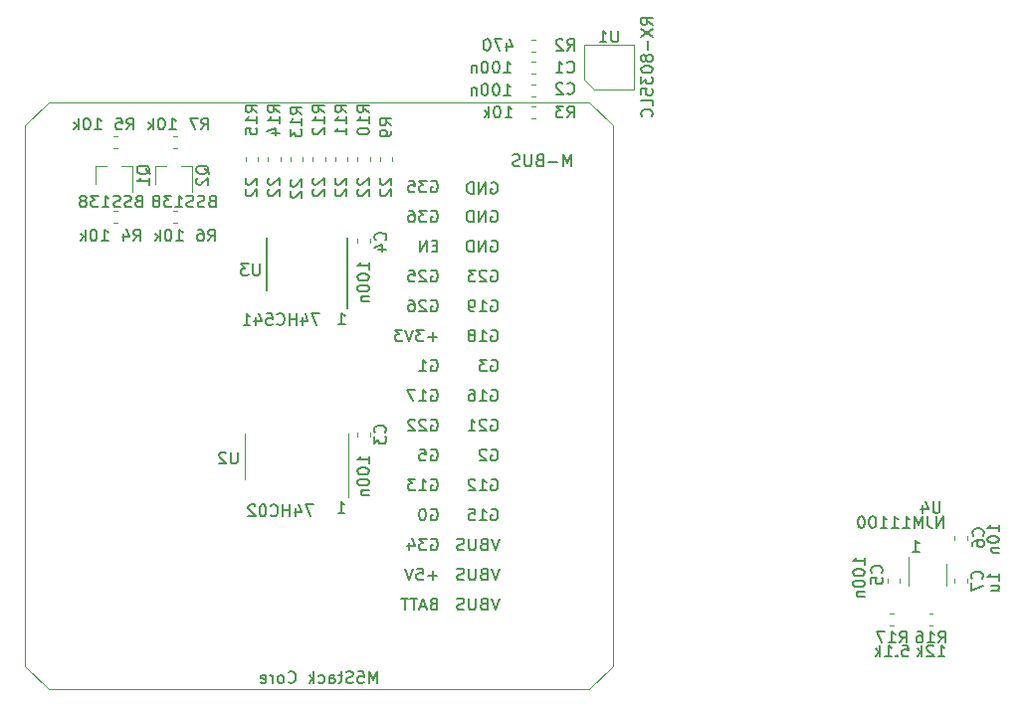
<source format=gbo>
G04 #@! TF.GenerationSoftware,KiCad,Pcbnew,(5.1.4)-1*
G04 #@! TF.CreationDate,2019-10-14T19:34:20+09:00*
G04 #@! TF.ProjectId,bf-010,62662d30-3130-42e6-9b69-6361645f7063,V01L01*
G04 #@! TF.SameCoordinates,Original*
G04 #@! TF.FileFunction,Legend,Bot*
G04 #@! TF.FilePolarity,Positive*
%FSLAX46Y46*%
G04 Gerber Fmt 4.6, Leading zero omitted, Abs format (unit mm)*
G04 Created by KiCad (PCBNEW (5.1.4)-1) date 2019-10-14 19:34:20*
%MOMM*%
%LPD*%
G04 APERTURE LIST*
%ADD10C,0.150000*%
%ADD11C,0.120000*%
%ADD12C,3.302000*%
%ADD13C,1.802000*%
%ADD14O,1.802000X1.802000*%
%ADD15R,1.802000X1.802000*%
%ADD16C,0.100000*%
%ADD17C,0.977000*%
%ADD18C,3.602000*%
%ADD19C,3.102000*%
%ADD20R,3.602000X3.602000*%
%ADD21C,1.702000*%
%ADD22C,3.702000*%
%ADD23C,1.626000*%
%ADD24R,1.626000X1.626000*%
%ADD25O,2.202000X1.902000*%
%ADD26O,2.102000X1.602000*%
%ADD27O,2.102000X1.802000*%
%ADD28R,0.902000X1.002000*%
%ADD29R,0.902000X0.372000*%
%ADD30C,0.702000*%
%ADD31R,0.552000X1.552000*%
%ADD32R,0.752000X1.162000*%
%ADD33R,1.402000X1.402000*%
%ADD34C,1.402000*%
%ADD35R,3.102000X3.102000*%
G04 APERTURE END LIST*
D10*
X128644685Y-104414580D02*
X129216114Y-104414580D01*
X128930400Y-104414580D02*
X128930400Y-103414580D01*
X129025638Y-103557438D01*
X129120876Y-103652676D01*
X129216114Y-103700295D01*
X128619285Y-120467380D02*
X129190714Y-120467380D01*
X128905000Y-120467380D02*
X128905000Y-119467380D01*
X129000238Y-119610238D01*
X129095476Y-119705476D01*
X129190714Y-119753095D01*
X177488885Y-123769380D02*
X178060314Y-123769380D01*
X177774600Y-123769380D02*
X177774600Y-122769380D01*
X177869838Y-122912238D01*
X177965076Y-123007476D01*
X178060314Y-123055095D01*
D11*
X150000000Y-85490000D02*
X152000000Y-87490000D01*
X150000000Y-135490000D02*
X152000000Y-133490000D01*
X102000000Y-133490000D02*
X104000000Y-135490000D01*
X104000000Y-85490000D02*
X102000000Y-87490000D01*
X152000000Y-133490000D02*
X152000000Y-87490000D01*
X104000000Y-135490000D02*
X150000000Y-135490000D01*
X102000000Y-87490000D02*
X102000000Y-133490000D01*
X150000000Y-85490000D02*
X104000000Y-85490000D01*
X145425279Y-83060000D02*
X145099721Y-83060000D01*
X145425279Y-82040000D02*
X145099721Y-82040000D01*
X145425279Y-84965000D02*
X145099721Y-84965000D01*
X145425279Y-83945000D02*
X145099721Y-83945000D01*
X131320000Y-113654721D02*
X131320000Y-113980279D01*
X130300000Y-113654721D02*
X130300000Y-113980279D01*
X131320000Y-97144721D02*
X131320000Y-97470279D01*
X130300000Y-97144721D02*
X130300000Y-97470279D01*
X175385000Y-126375279D02*
X175385000Y-126049721D01*
X176405000Y-126375279D02*
X176405000Y-126049721D01*
X181100000Y-122717779D02*
X181100000Y-122392221D01*
X182120000Y-122717779D02*
X182120000Y-122392221D01*
X181100000Y-126375279D02*
X181100000Y-126049721D01*
X182120000Y-126375279D02*
X182120000Y-126049721D01*
X107960000Y-90950000D02*
X107960000Y-92410000D01*
X111120000Y-90950000D02*
X111120000Y-93110000D01*
X111120000Y-90950000D02*
X110190000Y-90950000D01*
X107960000Y-90950000D02*
X108890000Y-90950000D01*
X113040000Y-90950000D02*
X113040000Y-92410000D01*
X116200000Y-90950000D02*
X116200000Y-93110000D01*
X116200000Y-90950000D02*
X115270000Y-90950000D01*
X113040000Y-90950000D02*
X113970000Y-90950000D01*
X145425279Y-81155000D02*
X145099721Y-81155000D01*
X145425279Y-80135000D02*
X145099721Y-80135000D01*
X145425279Y-86870000D02*
X145099721Y-86870000D01*
X145425279Y-85850000D02*
X145099721Y-85850000D01*
X109865279Y-95760000D02*
X109539721Y-95760000D01*
X109865279Y-94740000D02*
X109539721Y-94740000D01*
X109539721Y-88390000D02*
X109865279Y-88390000D01*
X109539721Y-89410000D02*
X109865279Y-89410000D01*
X114945279Y-95760000D02*
X114619721Y-95760000D01*
X114945279Y-94740000D02*
X114619721Y-94740000D01*
X114619721Y-88390000D02*
X114945279Y-88390000D01*
X114619721Y-89410000D02*
X114945279Y-89410000D01*
X133225000Y-90159721D02*
X133225000Y-90485279D01*
X132205000Y-90159721D02*
X132205000Y-90485279D01*
X131320000Y-90159721D02*
X131320000Y-90485279D01*
X130300000Y-90159721D02*
X130300000Y-90485279D01*
X129415000Y-90159721D02*
X129415000Y-90485279D01*
X128395000Y-90159721D02*
X128395000Y-90485279D01*
X127510000Y-90159721D02*
X127510000Y-90485279D01*
X126490000Y-90159721D02*
X126490000Y-90485279D01*
X125605000Y-90159721D02*
X125605000Y-90485279D01*
X124585000Y-90159721D02*
X124585000Y-90485279D01*
X123700000Y-90159721D02*
X123700000Y-90485279D01*
X122680000Y-90159721D02*
X122680000Y-90485279D01*
X121795000Y-90159721D02*
X121795000Y-90485279D01*
X120775000Y-90159721D02*
X120775000Y-90485279D01*
X179232779Y-130050000D02*
X178907221Y-130050000D01*
X179232779Y-129030000D02*
X178907221Y-129030000D01*
X175905279Y-130050000D02*
X175579721Y-130050000D01*
X175905279Y-129030000D02*
X175579721Y-129030000D01*
X149595000Y-80595000D02*
X149595000Y-83565000D01*
X153795000Y-80595000D02*
X149595000Y-80595000D01*
X153795000Y-84365000D02*
X153795000Y-80595000D01*
X150395000Y-84365000D02*
X153795000Y-84365000D01*
X149595000Y-83565000D02*
X150395000Y-84365000D01*
X129530000Y-115635000D02*
X129530000Y-119085000D01*
X129530000Y-115635000D02*
X129530000Y-113685000D01*
X120660000Y-115635000D02*
X120660000Y-117585000D01*
X120660000Y-115635000D02*
X120660000Y-113685000D01*
D10*
X129430000Y-103035000D02*
X129430000Y-97060000D01*
X122530000Y-101510000D02*
X122530000Y-97060000D01*
D11*
X177140000Y-126630000D02*
X177140000Y-124180000D01*
X180360000Y-124830000D02*
X180360000Y-126630000D01*
D10*
X148452380Y-90942380D02*
X148452380Y-89942380D01*
X148119047Y-90656666D01*
X147785714Y-89942380D01*
X147785714Y-90942380D01*
X147309523Y-90561428D02*
X146547619Y-90561428D01*
X145738095Y-90418571D02*
X145595238Y-90466190D01*
X145547619Y-90513809D01*
X145500000Y-90609047D01*
X145500000Y-90751904D01*
X145547619Y-90847142D01*
X145595238Y-90894761D01*
X145690476Y-90942380D01*
X146071428Y-90942380D01*
X146071428Y-89942380D01*
X145738095Y-89942380D01*
X145642857Y-89990000D01*
X145595238Y-90037619D01*
X145547619Y-90132857D01*
X145547619Y-90228095D01*
X145595238Y-90323333D01*
X145642857Y-90370952D01*
X145738095Y-90418571D01*
X146071428Y-90418571D01*
X145071428Y-89942380D02*
X145071428Y-90751904D01*
X145023809Y-90847142D01*
X144976190Y-90894761D01*
X144880952Y-90942380D01*
X144690476Y-90942380D01*
X144595238Y-90894761D01*
X144547619Y-90847142D01*
X144500000Y-90751904D01*
X144500000Y-89942380D01*
X144071428Y-90894761D02*
X143928571Y-90942380D01*
X143690476Y-90942380D01*
X143595238Y-90894761D01*
X143547619Y-90847142D01*
X143500000Y-90751904D01*
X143500000Y-90656666D01*
X143547619Y-90561428D01*
X143595238Y-90513809D01*
X143690476Y-90466190D01*
X143880952Y-90418571D01*
X143976190Y-90370952D01*
X144023809Y-90323333D01*
X144071428Y-90228095D01*
X144071428Y-90132857D01*
X144023809Y-90037619D01*
X143976190Y-89990000D01*
X143880952Y-89942380D01*
X143642857Y-89942380D01*
X143500000Y-89990000D01*
X131928571Y-134942380D02*
X131928571Y-133942380D01*
X131595238Y-134656666D01*
X131261904Y-133942380D01*
X131261904Y-134942380D01*
X130309523Y-133942380D02*
X130785714Y-133942380D01*
X130833333Y-134418571D01*
X130785714Y-134370952D01*
X130690476Y-134323333D01*
X130452380Y-134323333D01*
X130357142Y-134370952D01*
X130309523Y-134418571D01*
X130261904Y-134513809D01*
X130261904Y-134751904D01*
X130309523Y-134847142D01*
X130357142Y-134894761D01*
X130452380Y-134942380D01*
X130690476Y-134942380D01*
X130785714Y-134894761D01*
X130833333Y-134847142D01*
X129880952Y-134894761D02*
X129738095Y-134942380D01*
X129500000Y-134942380D01*
X129404761Y-134894761D01*
X129357142Y-134847142D01*
X129309523Y-134751904D01*
X129309523Y-134656666D01*
X129357142Y-134561428D01*
X129404761Y-134513809D01*
X129500000Y-134466190D01*
X129690476Y-134418571D01*
X129785714Y-134370952D01*
X129833333Y-134323333D01*
X129880952Y-134228095D01*
X129880952Y-134132857D01*
X129833333Y-134037619D01*
X129785714Y-133990000D01*
X129690476Y-133942380D01*
X129452380Y-133942380D01*
X129309523Y-133990000D01*
X129023809Y-134275714D02*
X128642857Y-134275714D01*
X128880952Y-133942380D02*
X128880952Y-134799523D01*
X128833333Y-134894761D01*
X128738095Y-134942380D01*
X128642857Y-134942380D01*
X127880952Y-134942380D02*
X127880952Y-134418571D01*
X127928571Y-134323333D01*
X128023809Y-134275714D01*
X128214285Y-134275714D01*
X128309523Y-134323333D01*
X127880952Y-134894761D02*
X127976190Y-134942380D01*
X128214285Y-134942380D01*
X128309523Y-134894761D01*
X128357142Y-134799523D01*
X128357142Y-134704285D01*
X128309523Y-134609047D01*
X128214285Y-134561428D01*
X127976190Y-134561428D01*
X127880952Y-134513809D01*
X126976190Y-134894761D02*
X127071428Y-134942380D01*
X127261904Y-134942380D01*
X127357142Y-134894761D01*
X127404761Y-134847142D01*
X127452380Y-134751904D01*
X127452380Y-134466190D01*
X127404761Y-134370952D01*
X127357142Y-134323333D01*
X127261904Y-134275714D01*
X127071428Y-134275714D01*
X126976190Y-134323333D01*
X126547619Y-134942380D02*
X126547619Y-133942380D01*
X126452380Y-134561428D02*
X126166666Y-134942380D01*
X126166666Y-134275714D02*
X126547619Y-134656666D01*
X124404761Y-134847142D02*
X124452380Y-134894761D01*
X124595238Y-134942380D01*
X124690476Y-134942380D01*
X124833333Y-134894761D01*
X124928571Y-134799523D01*
X124976190Y-134704285D01*
X125023809Y-134513809D01*
X125023809Y-134370952D01*
X124976190Y-134180476D01*
X124928571Y-134085238D01*
X124833333Y-133990000D01*
X124690476Y-133942380D01*
X124595238Y-133942380D01*
X124452380Y-133990000D01*
X124404761Y-134037619D01*
X123833333Y-134942380D02*
X123928571Y-134894761D01*
X123976190Y-134847142D01*
X124023809Y-134751904D01*
X124023809Y-134466190D01*
X123976190Y-134370952D01*
X123928571Y-134323333D01*
X123833333Y-134275714D01*
X123690476Y-134275714D01*
X123595238Y-134323333D01*
X123547619Y-134370952D01*
X123500000Y-134466190D01*
X123500000Y-134751904D01*
X123547619Y-134847142D01*
X123595238Y-134894761D01*
X123690476Y-134942380D01*
X123833333Y-134942380D01*
X123071428Y-134942380D02*
X123071428Y-134275714D01*
X123071428Y-134466190D02*
X123023809Y-134370952D01*
X122976190Y-134323333D01*
X122880952Y-134275714D01*
X122785714Y-134275714D01*
X122071428Y-134894761D02*
X122166666Y-134942380D01*
X122357142Y-134942380D01*
X122452380Y-134894761D01*
X122500000Y-134799523D01*
X122500000Y-134418571D01*
X122452380Y-134323333D01*
X122357142Y-134275714D01*
X122166666Y-134275714D01*
X122071428Y-134323333D01*
X122023809Y-134418571D01*
X122023809Y-134513809D01*
X122500000Y-134609047D01*
X136533571Y-92210000D02*
X136628809Y-92162380D01*
X136771666Y-92162380D01*
X136914523Y-92210000D01*
X137009761Y-92305238D01*
X137057380Y-92400476D01*
X137104999Y-92590952D01*
X137104999Y-92733809D01*
X137057380Y-92924285D01*
X137009761Y-93019523D01*
X136914523Y-93114761D01*
X136771666Y-93162380D01*
X136676428Y-93162380D01*
X136533571Y-93114761D01*
X136485952Y-93067142D01*
X136485952Y-92733809D01*
X136676428Y-92733809D01*
X136152618Y-92162380D02*
X135533571Y-92162380D01*
X135866904Y-92543333D01*
X135724047Y-92543333D01*
X135628809Y-92590952D01*
X135581190Y-92638571D01*
X135533571Y-92733809D01*
X135533571Y-92971904D01*
X135581190Y-93067142D01*
X135628809Y-93114761D01*
X135724047Y-93162380D01*
X136009761Y-93162380D01*
X136104999Y-93114761D01*
X136152618Y-93067142D01*
X134628809Y-92162380D02*
X135104999Y-92162380D01*
X135152618Y-92638571D01*
X135104999Y-92590952D01*
X135009761Y-92543333D01*
X134771666Y-92543333D01*
X134676428Y-92590952D01*
X134628809Y-92638571D01*
X134581190Y-92733809D01*
X134581190Y-92971904D01*
X134628809Y-93067142D01*
X134676428Y-93114761D01*
X134771666Y-93162380D01*
X135009761Y-93162380D01*
X135104999Y-93114761D01*
X135152618Y-93067142D01*
X136533571Y-94750000D02*
X136628809Y-94702380D01*
X136771666Y-94702380D01*
X136914523Y-94750000D01*
X137009761Y-94845238D01*
X137057380Y-94940476D01*
X137104999Y-95130952D01*
X137104999Y-95273809D01*
X137057380Y-95464285D01*
X137009761Y-95559523D01*
X136914523Y-95654761D01*
X136771666Y-95702380D01*
X136676428Y-95702380D01*
X136533571Y-95654761D01*
X136485952Y-95607142D01*
X136485952Y-95273809D01*
X136676428Y-95273809D01*
X136152618Y-94702380D02*
X135533571Y-94702380D01*
X135866904Y-95083333D01*
X135724047Y-95083333D01*
X135628809Y-95130952D01*
X135581190Y-95178571D01*
X135533571Y-95273809D01*
X135533571Y-95511904D01*
X135581190Y-95607142D01*
X135628809Y-95654761D01*
X135724047Y-95702380D01*
X136009761Y-95702380D01*
X136104999Y-95654761D01*
X136152618Y-95607142D01*
X134676428Y-94702380D02*
X134866904Y-94702380D01*
X134962142Y-94750000D01*
X135009761Y-94797619D01*
X135104999Y-94940476D01*
X135152618Y-95130952D01*
X135152618Y-95511904D01*
X135104999Y-95607142D01*
X135057380Y-95654761D01*
X134962142Y-95702380D01*
X134771666Y-95702380D01*
X134676428Y-95654761D01*
X134628809Y-95607142D01*
X134581190Y-95511904D01*
X134581190Y-95273809D01*
X134628809Y-95178571D01*
X134676428Y-95130952D01*
X134771666Y-95083333D01*
X134962142Y-95083333D01*
X135057380Y-95130952D01*
X135104999Y-95178571D01*
X135152618Y-95273809D01*
X137057380Y-97718571D02*
X136724046Y-97718571D01*
X136581189Y-98242380D02*
X137057380Y-98242380D01*
X137057380Y-97242380D01*
X136581189Y-97242380D01*
X136152618Y-98242380D02*
X136152618Y-97242380D01*
X135581189Y-98242380D01*
X135581189Y-97242380D01*
X136533571Y-99830000D02*
X136628809Y-99782380D01*
X136771666Y-99782380D01*
X136914523Y-99830000D01*
X137009761Y-99925238D01*
X137057380Y-100020476D01*
X137104999Y-100210952D01*
X137104999Y-100353809D01*
X137057380Y-100544285D01*
X137009761Y-100639523D01*
X136914523Y-100734761D01*
X136771666Y-100782380D01*
X136676428Y-100782380D01*
X136533571Y-100734761D01*
X136485952Y-100687142D01*
X136485952Y-100353809D01*
X136676428Y-100353809D01*
X136104999Y-99877619D02*
X136057380Y-99830000D01*
X135962142Y-99782380D01*
X135724047Y-99782380D01*
X135628809Y-99830000D01*
X135581190Y-99877619D01*
X135533571Y-99972857D01*
X135533571Y-100068095D01*
X135581190Y-100210952D01*
X136152618Y-100782380D01*
X135533571Y-100782380D01*
X134628809Y-99782380D02*
X135104999Y-99782380D01*
X135152618Y-100258571D01*
X135104999Y-100210952D01*
X135009761Y-100163333D01*
X134771666Y-100163333D01*
X134676428Y-100210952D01*
X134628809Y-100258571D01*
X134581190Y-100353809D01*
X134581190Y-100591904D01*
X134628809Y-100687142D01*
X134676428Y-100734761D01*
X134771666Y-100782380D01*
X135009761Y-100782380D01*
X135104999Y-100734761D01*
X135152618Y-100687142D01*
X136533571Y-102370000D02*
X136628809Y-102322380D01*
X136771666Y-102322380D01*
X136914523Y-102370000D01*
X137009761Y-102465238D01*
X137057380Y-102560476D01*
X137104999Y-102750952D01*
X137104999Y-102893809D01*
X137057380Y-103084285D01*
X137009761Y-103179523D01*
X136914523Y-103274761D01*
X136771666Y-103322380D01*
X136676428Y-103322380D01*
X136533571Y-103274761D01*
X136485952Y-103227142D01*
X136485952Y-102893809D01*
X136676428Y-102893809D01*
X136104999Y-102417619D02*
X136057380Y-102370000D01*
X135962142Y-102322380D01*
X135724047Y-102322380D01*
X135628809Y-102370000D01*
X135581190Y-102417619D01*
X135533571Y-102512857D01*
X135533571Y-102608095D01*
X135581190Y-102750952D01*
X136152618Y-103322380D01*
X135533571Y-103322380D01*
X134676428Y-102322380D02*
X134866904Y-102322380D01*
X134962142Y-102370000D01*
X135009761Y-102417619D01*
X135104999Y-102560476D01*
X135152618Y-102750952D01*
X135152618Y-103131904D01*
X135104999Y-103227142D01*
X135057380Y-103274761D01*
X134962142Y-103322380D01*
X134771666Y-103322380D01*
X134676428Y-103274761D01*
X134628809Y-103227142D01*
X134581190Y-103131904D01*
X134581190Y-102893809D01*
X134628809Y-102798571D01*
X134676428Y-102750952D01*
X134771666Y-102703333D01*
X134962142Y-102703333D01*
X135057380Y-102750952D01*
X135104999Y-102798571D01*
X135152618Y-102893809D01*
X137057380Y-105481428D02*
X136295476Y-105481428D01*
X136676428Y-105862380D02*
X136676428Y-105100476D01*
X135914523Y-104862380D02*
X135295476Y-104862380D01*
X135628809Y-105243333D01*
X135485952Y-105243333D01*
X135390714Y-105290952D01*
X135343095Y-105338571D01*
X135295476Y-105433809D01*
X135295476Y-105671904D01*
X135343095Y-105767142D01*
X135390714Y-105814761D01*
X135485952Y-105862380D01*
X135771666Y-105862380D01*
X135866904Y-105814761D01*
X135914523Y-105767142D01*
X135009761Y-104862380D02*
X134676428Y-105862380D01*
X134343095Y-104862380D01*
X134104999Y-104862380D02*
X133485952Y-104862380D01*
X133819285Y-105243333D01*
X133676428Y-105243333D01*
X133581190Y-105290952D01*
X133533571Y-105338571D01*
X133485952Y-105433809D01*
X133485952Y-105671904D01*
X133533571Y-105767142D01*
X133581190Y-105814761D01*
X133676428Y-105862380D01*
X133962142Y-105862380D01*
X134057380Y-105814761D01*
X134104999Y-105767142D01*
X136533570Y-107450000D02*
X136628808Y-107402380D01*
X136771665Y-107402380D01*
X136914523Y-107450000D01*
X137009761Y-107545238D01*
X137057380Y-107640476D01*
X137104999Y-107830952D01*
X137104999Y-107973809D01*
X137057380Y-108164285D01*
X137009761Y-108259523D01*
X136914523Y-108354761D01*
X136771665Y-108402380D01*
X136676427Y-108402380D01*
X136533570Y-108354761D01*
X136485951Y-108307142D01*
X136485951Y-107973809D01*
X136676427Y-107973809D01*
X135533570Y-108402380D02*
X136104999Y-108402380D01*
X135819285Y-108402380D02*
X135819285Y-107402380D01*
X135914523Y-107545238D01*
X136009761Y-107640476D01*
X136104999Y-107688095D01*
X136533571Y-109990000D02*
X136628809Y-109942380D01*
X136771666Y-109942380D01*
X136914523Y-109990000D01*
X137009761Y-110085238D01*
X137057380Y-110180476D01*
X137104999Y-110370952D01*
X137104999Y-110513809D01*
X137057380Y-110704285D01*
X137009761Y-110799523D01*
X136914523Y-110894761D01*
X136771666Y-110942380D01*
X136676428Y-110942380D01*
X136533571Y-110894761D01*
X136485952Y-110847142D01*
X136485952Y-110513809D01*
X136676428Y-110513809D01*
X135533571Y-110942380D02*
X136104999Y-110942380D01*
X135819285Y-110942380D02*
X135819285Y-109942380D01*
X135914523Y-110085238D01*
X136009761Y-110180476D01*
X136104999Y-110228095D01*
X135200237Y-109942380D02*
X134533571Y-109942380D01*
X134962142Y-110942380D01*
X136533571Y-112530000D02*
X136628809Y-112482380D01*
X136771666Y-112482380D01*
X136914523Y-112530000D01*
X137009761Y-112625238D01*
X137057380Y-112720476D01*
X137104999Y-112910952D01*
X137104999Y-113053809D01*
X137057380Y-113244285D01*
X137009761Y-113339523D01*
X136914523Y-113434761D01*
X136771666Y-113482380D01*
X136676428Y-113482380D01*
X136533571Y-113434761D01*
X136485952Y-113387142D01*
X136485952Y-113053809D01*
X136676428Y-113053809D01*
X136104999Y-112577619D02*
X136057380Y-112530000D01*
X135962142Y-112482380D01*
X135724047Y-112482380D01*
X135628809Y-112530000D01*
X135581190Y-112577619D01*
X135533571Y-112672857D01*
X135533571Y-112768095D01*
X135581190Y-112910952D01*
X136152618Y-113482380D01*
X135533571Y-113482380D01*
X135152618Y-112577619D02*
X135104999Y-112530000D01*
X135009761Y-112482380D01*
X134771666Y-112482380D01*
X134676428Y-112530000D01*
X134628809Y-112577619D01*
X134581190Y-112672857D01*
X134581190Y-112768095D01*
X134628809Y-112910952D01*
X135200237Y-113482380D01*
X134581190Y-113482380D01*
X136533570Y-115070000D02*
X136628808Y-115022380D01*
X136771665Y-115022380D01*
X136914523Y-115070000D01*
X137009761Y-115165238D01*
X137057380Y-115260476D01*
X137104999Y-115450952D01*
X137104999Y-115593809D01*
X137057380Y-115784285D01*
X137009761Y-115879523D01*
X136914523Y-115974761D01*
X136771665Y-116022380D01*
X136676427Y-116022380D01*
X136533570Y-115974761D01*
X136485951Y-115927142D01*
X136485951Y-115593809D01*
X136676427Y-115593809D01*
X135581189Y-115022380D02*
X136057380Y-115022380D01*
X136104999Y-115498571D01*
X136057380Y-115450952D01*
X135962142Y-115403333D01*
X135724046Y-115403333D01*
X135628808Y-115450952D01*
X135581189Y-115498571D01*
X135533570Y-115593809D01*
X135533570Y-115831904D01*
X135581189Y-115927142D01*
X135628808Y-115974761D01*
X135724046Y-116022380D01*
X135962142Y-116022380D01*
X136057380Y-115974761D01*
X136104999Y-115927142D01*
X136533571Y-117610000D02*
X136628809Y-117562380D01*
X136771666Y-117562380D01*
X136914523Y-117610000D01*
X137009761Y-117705238D01*
X137057380Y-117800476D01*
X137104999Y-117990952D01*
X137104999Y-118133809D01*
X137057380Y-118324285D01*
X137009761Y-118419523D01*
X136914523Y-118514761D01*
X136771666Y-118562380D01*
X136676428Y-118562380D01*
X136533571Y-118514761D01*
X136485952Y-118467142D01*
X136485952Y-118133809D01*
X136676428Y-118133809D01*
X135533571Y-118562380D02*
X136104999Y-118562380D01*
X135819285Y-118562380D02*
X135819285Y-117562380D01*
X135914523Y-117705238D01*
X136009761Y-117800476D01*
X136104999Y-117848095D01*
X135200237Y-117562380D02*
X134581190Y-117562380D01*
X134914523Y-117943333D01*
X134771666Y-117943333D01*
X134676428Y-117990952D01*
X134628809Y-118038571D01*
X134581190Y-118133809D01*
X134581190Y-118371904D01*
X134628809Y-118467142D01*
X134676428Y-118514761D01*
X134771666Y-118562380D01*
X135057380Y-118562380D01*
X135152618Y-118514761D01*
X135200237Y-118467142D01*
X136533570Y-120150000D02*
X136628808Y-120102380D01*
X136771665Y-120102380D01*
X136914523Y-120150000D01*
X137009761Y-120245238D01*
X137057380Y-120340476D01*
X137104999Y-120530952D01*
X137104999Y-120673809D01*
X137057380Y-120864285D01*
X137009761Y-120959523D01*
X136914523Y-121054761D01*
X136771665Y-121102380D01*
X136676427Y-121102380D01*
X136533570Y-121054761D01*
X136485951Y-121007142D01*
X136485951Y-120673809D01*
X136676427Y-120673809D01*
X135866904Y-120102380D02*
X135771665Y-120102380D01*
X135676427Y-120150000D01*
X135628808Y-120197619D01*
X135581189Y-120292857D01*
X135533570Y-120483333D01*
X135533570Y-120721428D01*
X135581189Y-120911904D01*
X135628808Y-121007142D01*
X135676427Y-121054761D01*
X135771665Y-121102380D01*
X135866904Y-121102380D01*
X135962142Y-121054761D01*
X136009761Y-121007142D01*
X136057380Y-120911904D01*
X136104999Y-120721428D01*
X136104999Y-120483333D01*
X136057380Y-120292857D01*
X136009761Y-120197619D01*
X135962142Y-120150000D01*
X135866904Y-120102380D01*
X136533571Y-122690000D02*
X136628809Y-122642380D01*
X136771666Y-122642380D01*
X136914523Y-122690000D01*
X137009761Y-122785238D01*
X137057380Y-122880476D01*
X137104999Y-123070952D01*
X137104999Y-123213809D01*
X137057380Y-123404285D01*
X137009761Y-123499523D01*
X136914523Y-123594761D01*
X136771666Y-123642380D01*
X136676428Y-123642380D01*
X136533571Y-123594761D01*
X136485952Y-123547142D01*
X136485952Y-123213809D01*
X136676428Y-123213809D01*
X136152618Y-122642380D02*
X135533571Y-122642380D01*
X135866904Y-123023333D01*
X135724047Y-123023333D01*
X135628809Y-123070952D01*
X135581190Y-123118571D01*
X135533571Y-123213809D01*
X135533571Y-123451904D01*
X135581190Y-123547142D01*
X135628809Y-123594761D01*
X135724047Y-123642380D01*
X136009761Y-123642380D01*
X136104999Y-123594761D01*
X136152618Y-123547142D01*
X134676428Y-122975714D02*
X134676428Y-123642380D01*
X134914523Y-122594761D02*
X135152618Y-123309047D01*
X134533571Y-123309047D01*
X137057380Y-125801428D02*
X136295475Y-125801428D01*
X136676427Y-126182380D02*
X136676427Y-125420476D01*
X135343094Y-125182380D02*
X135819285Y-125182380D01*
X135866904Y-125658571D01*
X135819285Y-125610952D01*
X135724046Y-125563333D01*
X135485951Y-125563333D01*
X135390713Y-125610952D01*
X135343094Y-125658571D01*
X135295475Y-125753809D01*
X135295475Y-125991904D01*
X135343094Y-126087142D01*
X135390713Y-126134761D01*
X135485951Y-126182380D01*
X135724046Y-126182380D01*
X135819285Y-126134761D01*
X135866904Y-126087142D01*
X135009761Y-125182380D02*
X134676427Y-126182380D01*
X134343094Y-125182380D01*
X136724047Y-128198571D02*
X136581190Y-128246190D01*
X136533571Y-128293809D01*
X136485952Y-128389047D01*
X136485952Y-128531904D01*
X136533571Y-128627142D01*
X136581190Y-128674761D01*
X136676428Y-128722380D01*
X137057380Y-128722380D01*
X137057380Y-127722380D01*
X136724047Y-127722380D01*
X136628809Y-127770000D01*
X136581190Y-127817619D01*
X136533571Y-127912857D01*
X136533571Y-128008095D01*
X136581190Y-128103333D01*
X136628809Y-128150952D01*
X136724047Y-128198571D01*
X137057380Y-128198571D01*
X136105000Y-128436666D02*
X135628809Y-128436666D01*
X136200238Y-128722380D02*
X135866904Y-127722380D01*
X135533571Y-128722380D01*
X135343095Y-127722380D02*
X134771666Y-127722380D01*
X135057380Y-128722380D02*
X135057380Y-127722380D01*
X134581190Y-127722380D02*
X134009761Y-127722380D01*
X134295476Y-128722380D02*
X134295476Y-127722380D01*
X142328333Y-127722380D02*
X141995000Y-128722380D01*
X141661666Y-127722380D01*
X140995000Y-128198571D02*
X140852142Y-128246190D01*
X140804523Y-128293809D01*
X140756904Y-128389047D01*
X140756904Y-128531904D01*
X140804523Y-128627142D01*
X140852142Y-128674761D01*
X140947380Y-128722380D01*
X141328333Y-128722380D01*
X141328333Y-127722380D01*
X140995000Y-127722380D01*
X140899761Y-127770000D01*
X140852142Y-127817619D01*
X140804523Y-127912857D01*
X140804523Y-128008095D01*
X140852142Y-128103333D01*
X140899761Y-128150952D01*
X140995000Y-128198571D01*
X141328333Y-128198571D01*
X140328333Y-127722380D02*
X140328333Y-128531904D01*
X140280714Y-128627142D01*
X140233095Y-128674761D01*
X140137857Y-128722380D01*
X139947380Y-128722380D01*
X139852142Y-128674761D01*
X139804523Y-128627142D01*
X139756904Y-128531904D01*
X139756904Y-127722380D01*
X139328333Y-128674761D02*
X139185476Y-128722380D01*
X138947380Y-128722380D01*
X138852142Y-128674761D01*
X138804523Y-128627142D01*
X138756904Y-128531904D01*
X138756904Y-128436666D01*
X138804523Y-128341428D01*
X138852142Y-128293809D01*
X138947380Y-128246190D01*
X139137857Y-128198571D01*
X139233095Y-128150952D01*
X139280714Y-128103333D01*
X139328333Y-128008095D01*
X139328333Y-127912857D01*
X139280714Y-127817619D01*
X139233095Y-127770000D01*
X139137857Y-127722380D01*
X138899761Y-127722380D01*
X138756904Y-127770000D01*
X142328333Y-125182380D02*
X141995000Y-126182380D01*
X141661666Y-125182380D01*
X140995000Y-125658571D02*
X140852142Y-125706190D01*
X140804523Y-125753809D01*
X140756904Y-125849047D01*
X140756904Y-125991904D01*
X140804523Y-126087142D01*
X140852142Y-126134761D01*
X140947380Y-126182380D01*
X141328333Y-126182380D01*
X141328333Y-125182380D01*
X140995000Y-125182380D01*
X140899761Y-125230000D01*
X140852142Y-125277619D01*
X140804523Y-125372857D01*
X140804523Y-125468095D01*
X140852142Y-125563333D01*
X140899761Y-125610952D01*
X140995000Y-125658571D01*
X141328333Y-125658571D01*
X140328333Y-125182380D02*
X140328333Y-125991904D01*
X140280714Y-126087142D01*
X140233095Y-126134761D01*
X140137857Y-126182380D01*
X139947380Y-126182380D01*
X139852142Y-126134761D01*
X139804523Y-126087142D01*
X139756904Y-125991904D01*
X139756904Y-125182380D01*
X139328333Y-126134761D02*
X139185476Y-126182380D01*
X138947380Y-126182380D01*
X138852142Y-126134761D01*
X138804523Y-126087142D01*
X138756904Y-125991904D01*
X138756904Y-125896666D01*
X138804523Y-125801428D01*
X138852142Y-125753809D01*
X138947380Y-125706190D01*
X139137857Y-125658571D01*
X139233095Y-125610952D01*
X139280714Y-125563333D01*
X139328333Y-125468095D01*
X139328333Y-125372857D01*
X139280714Y-125277619D01*
X139233095Y-125230000D01*
X139137857Y-125182380D01*
X138899761Y-125182380D01*
X138756904Y-125230000D01*
X142328333Y-122642380D02*
X141995000Y-123642380D01*
X141661666Y-122642380D01*
X140995000Y-123118571D02*
X140852142Y-123166190D01*
X140804523Y-123213809D01*
X140756904Y-123309047D01*
X140756904Y-123451904D01*
X140804523Y-123547142D01*
X140852142Y-123594761D01*
X140947380Y-123642380D01*
X141328333Y-123642380D01*
X141328333Y-122642380D01*
X140995000Y-122642380D01*
X140899761Y-122690000D01*
X140852142Y-122737619D01*
X140804523Y-122832857D01*
X140804523Y-122928095D01*
X140852142Y-123023333D01*
X140899761Y-123070952D01*
X140995000Y-123118571D01*
X141328333Y-123118571D01*
X140328333Y-122642380D02*
X140328333Y-123451904D01*
X140280714Y-123547142D01*
X140233095Y-123594761D01*
X140137857Y-123642380D01*
X139947380Y-123642380D01*
X139852142Y-123594761D01*
X139804523Y-123547142D01*
X139756904Y-123451904D01*
X139756904Y-122642380D01*
X139328333Y-123594761D02*
X139185476Y-123642380D01*
X138947380Y-123642380D01*
X138852142Y-123594761D01*
X138804523Y-123547142D01*
X138756904Y-123451904D01*
X138756904Y-123356666D01*
X138804523Y-123261428D01*
X138852142Y-123213809D01*
X138947380Y-123166190D01*
X139137857Y-123118571D01*
X139233095Y-123070952D01*
X139280714Y-123023333D01*
X139328333Y-122928095D01*
X139328333Y-122832857D01*
X139280714Y-122737619D01*
X139233095Y-122690000D01*
X139137857Y-122642380D01*
X138899761Y-122642380D01*
X138756904Y-122690000D01*
X141661667Y-120150000D02*
X141756905Y-120102380D01*
X141899762Y-120102380D01*
X142042619Y-120150000D01*
X142137857Y-120245238D01*
X142185476Y-120340476D01*
X142233095Y-120530952D01*
X142233095Y-120673809D01*
X142185476Y-120864285D01*
X142137857Y-120959523D01*
X142042619Y-121054761D01*
X141899762Y-121102380D01*
X141804524Y-121102380D01*
X141661667Y-121054761D01*
X141614048Y-121007142D01*
X141614048Y-120673809D01*
X141804524Y-120673809D01*
X140661667Y-121102380D02*
X141233095Y-121102380D01*
X140947381Y-121102380D02*
X140947381Y-120102380D01*
X141042619Y-120245238D01*
X141137857Y-120340476D01*
X141233095Y-120388095D01*
X139756905Y-120102380D02*
X140233095Y-120102380D01*
X140280714Y-120578571D01*
X140233095Y-120530952D01*
X140137857Y-120483333D01*
X139899762Y-120483333D01*
X139804524Y-120530952D01*
X139756905Y-120578571D01*
X139709286Y-120673809D01*
X139709286Y-120911904D01*
X139756905Y-121007142D01*
X139804524Y-121054761D01*
X139899762Y-121102380D01*
X140137857Y-121102380D01*
X140233095Y-121054761D01*
X140280714Y-121007142D01*
X141661667Y-117610000D02*
X141756905Y-117562380D01*
X141899762Y-117562380D01*
X142042619Y-117610000D01*
X142137857Y-117705238D01*
X142185476Y-117800476D01*
X142233095Y-117990952D01*
X142233095Y-118133809D01*
X142185476Y-118324285D01*
X142137857Y-118419523D01*
X142042619Y-118514761D01*
X141899762Y-118562380D01*
X141804524Y-118562380D01*
X141661667Y-118514761D01*
X141614048Y-118467142D01*
X141614048Y-118133809D01*
X141804524Y-118133809D01*
X140661667Y-118562380D02*
X141233095Y-118562380D01*
X140947381Y-118562380D02*
X140947381Y-117562380D01*
X141042619Y-117705238D01*
X141137857Y-117800476D01*
X141233095Y-117848095D01*
X140280714Y-117657619D02*
X140233095Y-117610000D01*
X140137857Y-117562380D01*
X139899762Y-117562380D01*
X139804524Y-117610000D01*
X139756905Y-117657619D01*
X139709286Y-117752857D01*
X139709286Y-117848095D01*
X139756905Y-117990952D01*
X140328333Y-118562380D01*
X139709286Y-118562380D01*
X141661666Y-115070000D02*
X141756904Y-115022380D01*
X141899761Y-115022380D01*
X142042619Y-115070000D01*
X142137857Y-115165238D01*
X142185476Y-115260476D01*
X142233095Y-115450952D01*
X142233095Y-115593809D01*
X142185476Y-115784285D01*
X142137857Y-115879523D01*
X142042619Y-115974761D01*
X141899761Y-116022380D01*
X141804523Y-116022380D01*
X141661666Y-115974761D01*
X141614047Y-115927142D01*
X141614047Y-115593809D01*
X141804523Y-115593809D01*
X141233095Y-115117619D02*
X141185476Y-115070000D01*
X141090238Y-115022380D01*
X140852142Y-115022380D01*
X140756904Y-115070000D01*
X140709285Y-115117619D01*
X140661666Y-115212857D01*
X140661666Y-115308095D01*
X140709285Y-115450952D01*
X141280714Y-116022380D01*
X140661666Y-116022380D01*
X141661667Y-112530000D02*
X141756905Y-112482380D01*
X141899762Y-112482380D01*
X142042619Y-112530000D01*
X142137857Y-112625238D01*
X142185476Y-112720476D01*
X142233095Y-112910952D01*
X142233095Y-113053809D01*
X142185476Y-113244285D01*
X142137857Y-113339523D01*
X142042619Y-113434761D01*
X141899762Y-113482380D01*
X141804524Y-113482380D01*
X141661667Y-113434761D01*
X141614048Y-113387142D01*
X141614048Y-113053809D01*
X141804524Y-113053809D01*
X141233095Y-112577619D02*
X141185476Y-112530000D01*
X141090238Y-112482380D01*
X140852143Y-112482380D01*
X140756905Y-112530000D01*
X140709286Y-112577619D01*
X140661667Y-112672857D01*
X140661667Y-112768095D01*
X140709286Y-112910952D01*
X141280714Y-113482380D01*
X140661667Y-113482380D01*
X139709286Y-113482380D02*
X140280714Y-113482380D01*
X139995000Y-113482380D02*
X139995000Y-112482380D01*
X140090238Y-112625238D01*
X140185476Y-112720476D01*
X140280714Y-112768095D01*
X141661667Y-109990000D02*
X141756905Y-109942380D01*
X141899762Y-109942380D01*
X142042619Y-109990000D01*
X142137857Y-110085238D01*
X142185476Y-110180476D01*
X142233095Y-110370952D01*
X142233095Y-110513809D01*
X142185476Y-110704285D01*
X142137857Y-110799523D01*
X142042619Y-110894761D01*
X141899762Y-110942380D01*
X141804524Y-110942380D01*
X141661667Y-110894761D01*
X141614048Y-110847142D01*
X141614048Y-110513809D01*
X141804524Y-110513809D01*
X140661667Y-110942380D02*
X141233095Y-110942380D01*
X140947381Y-110942380D02*
X140947381Y-109942380D01*
X141042619Y-110085238D01*
X141137857Y-110180476D01*
X141233095Y-110228095D01*
X139804524Y-109942380D02*
X139995000Y-109942380D01*
X140090238Y-109990000D01*
X140137857Y-110037619D01*
X140233095Y-110180476D01*
X140280714Y-110370952D01*
X140280714Y-110751904D01*
X140233095Y-110847142D01*
X140185476Y-110894761D01*
X140090238Y-110942380D01*
X139899762Y-110942380D01*
X139804524Y-110894761D01*
X139756905Y-110847142D01*
X139709286Y-110751904D01*
X139709286Y-110513809D01*
X139756905Y-110418571D01*
X139804524Y-110370952D01*
X139899762Y-110323333D01*
X140090238Y-110323333D01*
X140185476Y-110370952D01*
X140233095Y-110418571D01*
X140280714Y-110513809D01*
X141661666Y-107450000D02*
X141756904Y-107402380D01*
X141899761Y-107402380D01*
X142042619Y-107450000D01*
X142137857Y-107545238D01*
X142185476Y-107640476D01*
X142233095Y-107830952D01*
X142233095Y-107973809D01*
X142185476Y-108164285D01*
X142137857Y-108259523D01*
X142042619Y-108354761D01*
X141899761Y-108402380D01*
X141804523Y-108402380D01*
X141661666Y-108354761D01*
X141614047Y-108307142D01*
X141614047Y-107973809D01*
X141804523Y-107973809D01*
X141280714Y-107402380D02*
X140661666Y-107402380D01*
X140995000Y-107783333D01*
X140852142Y-107783333D01*
X140756904Y-107830952D01*
X140709285Y-107878571D01*
X140661666Y-107973809D01*
X140661666Y-108211904D01*
X140709285Y-108307142D01*
X140756904Y-108354761D01*
X140852142Y-108402380D01*
X141137857Y-108402380D01*
X141233095Y-108354761D01*
X141280714Y-108307142D01*
X141661667Y-104910000D02*
X141756905Y-104862380D01*
X141899762Y-104862380D01*
X142042619Y-104910000D01*
X142137857Y-105005238D01*
X142185476Y-105100476D01*
X142233095Y-105290952D01*
X142233095Y-105433809D01*
X142185476Y-105624285D01*
X142137857Y-105719523D01*
X142042619Y-105814761D01*
X141899762Y-105862380D01*
X141804524Y-105862380D01*
X141661667Y-105814761D01*
X141614048Y-105767142D01*
X141614048Y-105433809D01*
X141804524Y-105433809D01*
X140661667Y-105862380D02*
X141233095Y-105862380D01*
X140947381Y-105862380D02*
X140947381Y-104862380D01*
X141042619Y-105005238D01*
X141137857Y-105100476D01*
X141233095Y-105148095D01*
X140090238Y-105290952D02*
X140185476Y-105243333D01*
X140233095Y-105195714D01*
X140280714Y-105100476D01*
X140280714Y-105052857D01*
X140233095Y-104957619D01*
X140185476Y-104910000D01*
X140090238Y-104862380D01*
X139899762Y-104862380D01*
X139804524Y-104910000D01*
X139756905Y-104957619D01*
X139709286Y-105052857D01*
X139709286Y-105100476D01*
X139756905Y-105195714D01*
X139804524Y-105243333D01*
X139899762Y-105290952D01*
X140090238Y-105290952D01*
X140185476Y-105338571D01*
X140233095Y-105386190D01*
X140280714Y-105481428D01*
X140280714Y-105671904D01*
X140233095Y-105767142D01*
X140185476Y-105814761D01*
X140090238Y-105862380D01*
X139899762Y-105862380D01*
X139804524Y-105814761D01*
X139756905Y-105767142D01*
X139709286Y-105671904D01*
X139709286Y-105481428D01*
X139756905Y-105386190D01*
X139804524Y-105338571D01*
X139899762Y-105290952D01*
X141661667Y-102370000D02*
X141756905Y-102322380D01*
X141899762Y-102322380D01*
X142042619Y-102370000D01*
X142137857Y-102465238D01*
X142185476Y-102560476D01*
X142233095Y-102750952D01*
X142233095Y-102893809D01*
X142185476Y-103084285D01*
X142137857Y-103179523D01*
X142042619Y-103274761D01*
X141899762Y-103322380D01*
X141804524Y-103322380D01*
X141661667Y-103274761D01*
X141614048Y-103227142D01*
X141614048Y-102893809D01*
X141804524Y-102893809D01*
X140661667Y-103322380D02*
X141233095Y-103322380D01*
X140947381Y-103322380D02*
X140947381Y-102322380D01*
X141042619Y-102465238D01*
X141137857Y-102560476D01*
X141233095Y-102608095D01*
X140185476Y-103322380D02*
X139995000Y-103322380D01*
X139899762Y-103274761D01*
X139852143Y-103227142D01*
X139756905Y-103084285D01*
X139709286Y-102893809D01*
X139709286Y-102512857D01*
X139756905Y-102417619D01*
X139804524Y-102370000D01*
X139899762Y-102322380D01*
X140090238Y-102322380D01*
X140185476Y-102370000D01*
X140233095Y-102417619D01*
X140280714Y-102512857D01*
X140280714Y-102750952D01*
X140233095Y-102846190D01*
X140185476Y-102893809D01*
X140090238Y-102941428D01*
X139899762Y-102941428D01*
X139804524Y-102893809D01*
X139756905Y-102846190D01*
X139709286Y-102750952D01*
X141661667Y-99830000D02*
X141756905Y-99782380D01*
X141899762Y-99782380D01*
X142042619Y-99830000D01*
X142137857Y-99925238D01*
X142185476Y-100020476D01*
X142233095Y-100210952D01*
X142233095Y-100353809D01*
X142185476Y-100544285D01*
X142137857Y-100639523D01*
X142042619Y-100734761D01*
X141899762Y-100782380D01*
X141804524Y-100782380D01*
X141661667Y-100734761D01*
X141614048Y-100687142D01*
X141614048Y-100353809D01*
X141804524Y-100353809D01*
X141233095Y-99877619D02*
X141185476Y-99830000D01*
X141090238Y-99782380D01*
X140852143Y-99782380D01*
X140756905Y-99830000D01*
X140709286Y-99877619D01*
X140661667Y-99972857D01*
X140661667Y-100068095D01*
X140709286Y-100210952D01*
X141280714Y-100782380D01*
X140661667Y-100782380D01*
X140328333Y-99782380D02*
X139709286Y-99782380D01*
X140042619Y-100163333D01*
X139899762Y-100163333D01*
X139804524Y-100210952D01*
X139756905Y-100258571D01*
X139709286Y-100353809D01*
X139709286Y-100591904D01*
X139756905Y-100687142D01*
X139804524Y-100734761D01*
X139899762Y-100782380D01*
X140185476Y-100782380D01*
X140280714Y-100734761D01*
X140328333Y-100687142D01*
X141661666Y-97290000D02*
X141756904Y-97242380D01*
X141899762Y-97242380D01*
X142042619Y-97290000D01*
X142137857Y-97385238D01*
X142185476Y-97480476D01*
X142233095Y-97670952D01*
X142233095Y-97813809D01*
X142185476Y-98004285D01*
X142137857Y-98099523D01*
X142042619Y-98194761D01*
X141899762Y-98242380D01*
X141804523Y-98242380D01*
X141661666Y-98194761D01*
X141614047Y-98147142D01*
X141614047Y-97813809D01*
X141804523Y-97813809D01*
X141185476Y-98242380D02*
X141185476Y-97242380D01*
X140614047Y-98242380D01*
X140614047Y-97242380D01*
X140137857Y-98242380D02*
X140137857Y-97242380D01*
X139899762Y-97242380D01*
X139756904Y-97290000D01*
X139661666Y-97385238D01*
X139614047Y-97480476D01*
X139566428Y-97670952D01*
X139566428Y-97813809D01*
X139614047Y-98004285D01*
X139661666Y-98099523D01*
X139756904Y-98194761D01*
X139899762Y-98242380D01*
X140137857Y-98242380D01*
X141661666Y-92337000D02*
X141756904Y-92289380D01*
X141899762Y-92289380D01*
X142042619Y-92337000D01*
X142137857Y-92432238D01*
X142185476Y-92527476D01*
X142233095Y-92717952D01*
X142233095Y-92860809D01*
X142185476Y-93051285D01*
X142137857Y-93146523D01*
X142042619Y-93241761D01*
X141899762Y-93289380D01*
X141804523Y-93289380D01*
X141661666Y-93241761D01*
X141614047Y-93194142D01*
X141614047Y-92860809D01*
X141804523Y-92860809D01*
X141185476Y-93289380D02*
X141185476Y-92289380D01*
X140614047Y-93289380D01*
X140614047Y-92289380D01*
X140137857Y-93289380D02*
X140137857Y-92289380D01*
X139899762Y-92289380D01*
X139756904Y-92337000D01*
X139661666Y-92432238D01*
X139614047Y-92527476D01*
X139566428Y-92717952D01*
X139566428Y-92860809D01*
X139614047Y-93051285D01*
X139661666Y-93146523D01*
X139756904Y-93241761D01*
X139899762Y-93289380D01*
X140137857Y-93289380D01*
X141661666Y-94750000D02*
X141756904Y-94702380D01*
X141899762Y-94702380D01*
X142042619Y-94750000D01*
X142137857Y-94845238D01*
X142185476Y-94940476D01*
X142233095Y-95130952D01*
X142233095Y-95273809D01*
X142185476Y-95464285D01*
X142137857Y-95559523D01*
X142042619Y-95654761D01*
X141899762Y-95702380D01*
X141804523Y-95702380D01*
X141661666Y-95654761D01*
X141614047Y-95607142D01*
X141614047Y-95273809D01*
X141804523Y-95273809D01*
X141185476Y-95702380D02*
X141185476Y-94702380D01*
X140614047Y-95702380D01*
X140614047Y-94702380D01*
X140137857Y-95702380D02*
X140137857Y-94702380D01*
X139899762Y-94702380D01*
X139756904Y-94750000D01*
X139661666Y-94845238D01*
X139614047Y-94940476D01*
X139566428Y-95130952D01*
X139566428Y-95273809D01*
X139614047Y-95464285D01*
X139661666Y-95559523D01*
X139756904Y-95654761D01*
X139899762Y-95702380D01*
X140137857Y-95702380D01*
X148121666Y-82907142D02*
X148169285Y-82954761D01*
X148312142Y-83002380D01*
X148407380Y-83002380D01*
X148550238Y-82954761D01*
X148645476Y-82859523D01*
X148693095Y-82764285D01*
X148740714Y-82573809D01*
X148740714Y-82430952D01*
X148693095Y-82240476D01*
X148645476Y-82145238D01*
X148550238Y-82050000D01*
X148407380Y-82002380D01*
X148312142Y-82002380D01*
X148169285Y-82050000D01*
X148121666Y-82097619D01*
X147169285Y-83002380D02*
X147740714Y-83002380D01*
X147455000Y-83002380D02*
X147455000Y-82002380D01*
X147550238Y-82145238D01*
X147645476Y-82240476D01*
X147740714Y-82288095D01*
X142724047Y-83002380D02*
X143295476Y-83002380D01*
X143009761Y-83002380D02*
X143009761Y-82002380D01*
X143105000Y-82145238D01*
X143200238Y-82240476D01*
X143295476Y-82288095D01*
X142105000Y-82002380D02*
X142009761Y-82002380D01*
X141914523Y-82050000D01*
X141866904Y-82097619D01*
X141819285Y-82192857D01*
X141771666Y-82383333D01*
X141771666Y-82621428D01*
X141819285Y-82811904D01*
X141866904Y-82907142D01*
X141914523Y-82954761D01*
X142009761Y-83002380D01*
X142105000Y-83002380D01*
X142200238Y-82954761D01*
X142247857Y-82907142D01*
X142295476Y-82811904D01*
X142343095Y-82621428D01*
X142343095Y-82383333D01*
X142295476Y-82192857D01*
X142247857Y-82097619D01*
X142200238Y-82050000D01*
X142105000Y-82002380D01*
X141152619Y-82002380D02*
X141057380Y-82002380D01*
X140962142Y-82050000D01*
X140914523Y-82097619D01*
X140866904Y-82192857D01*
X140819285Y-82383333D01*
X140819285Y-82621428D01*
X140866904Y-82811904D01*
X140914523Y-82907142D01*
X140962142Y-82954761D01*
X141057380Y-83002380D01*
X141152619Y-83002380D01*
X141247857Y-82954761D01*
X141295476Y-82907142D01*
X141343095Y-82811904D01*
X141390714Y-82621428D01*
X141390714Y-82383333D01*
X141343095Y-82192857D01*
X141295476Y-82097619D01*
X141247857Y-82050000D01*
X141152619Y-82002380D01*
X140390714Y-82335714D02*
X140390714Y-83002380D01*
X140390714Y-82430952D02*
X140343095Y-82383333D01*
X140247857Y-82335714D01*
X140105000Y-82335714D01*
X140009761Y-82383333D01*
X139962142Y-82478571D01*
X139962142Y-83002380D01*
X148121666Y-84732142D02*
X148169285Y-84779761D01*
X148312142Y-84827380D01*
X148407380Y-84827380D01*
X148550238Y-84779761D01*
X148645476Y-84684523D01*
X148693095Y-84589285D01*
X148740714Y-84398809D01*
X148740714Y-84255952D01*
X148693095Y-84065476D01*
X148645476Y-83970238D01*
X148550238Y-83875000D01*
X148407380Y-83827380D01*
X148312142Y-83827380D01*
X148169285Y-83875000D01*
X148121666Y-83922619D01*
X147740714Y-83922619D02*
X147693095Y-83875000D01*
X147597857Y-83827380D01*
X147359761Y-83827380D01*
X147264523Y-83875000D01*
X147216904Y-83922619D01*
X147169285Y-84017857D01*
X147169285Y-84113095D01*
X147216904Y-84255952D01*
X147788333Y-84827380D01*
X147169285Y-84827380D01*
X142724047Y-84907380D02*
X143295476Y-84907380D01*
X143009761Y-84907380D02*
X143009761Y-83907380D01*
X143105000Y-84050238D01*
X143200238Y-84145476D01*
X143295476Y-84193095D01*
X142105000Y-83907380D02*
X142009761Y-83907380D01*
X141914523Y-83955000D01*
X141866904Y-84002619D01*
X141819285Y-84097857D01*
X141771666Y-84288333D01*
X141771666Y-84526428D01*
X141819285Y-84716904D01*
X141866904Y-84812142D01*
X141914523Y-84859761D01*
X142009761Y-84907380D01*
X142105000Y-84907380D01*
X142200238Y-84859761D01*
X142247857Y-84812142D01*
X142295476Y-84716904D01*
X142343095Y-84526428D01*
X142343095Y-84288333D01*
X142295476Y-84097857D01*
X142247857Y-84002619D01*
X142200238Y-83955000D01*
X142105000Y-83907380D01*
X141152619Y-83907380D02*
X141057380Y-83907380D01*
X140962142Y-83955000D01*
X140914523Y-84002619D01*
X140866904Y-84097857D01*
X140819285Y-84288333D01*
X140819285Y-84526428D01*
X140866904Y-84716904D01*
X140914523Y-84812142D01*
X140962142Y-84859761D01*
X141057380Y-84907380D01*
X141152619Y-84907380D01*
X141247857Y-84859761D01*
X141295476Y-84812142D01*
X141343095Y-84716904D01*
X141390714Y-84526428D01*
X141390714Y-84288333D01*
X141343095Y-84097857D01*
X141295476Y-84002619D01*
X141247857Y-83955000D01*
X141152619Y-83907380D01*
X140390714Y-84240714D02*
X140390714Y-84907380D01*
X140390714Y-84335952D02*
X140343095Y-84288333D01*
X140247857Y-84240714D01*
X140105000Y-84240714D01*
X140009761Y-84288333D01*
X139962142Y-84383571D01*
X139962142Y-84907380D01*
X132589542Y-113599933D02*
X132637161Y-113552314D01*
X132684780Y-113409457D01*
X132684780Y-113314219D01*
X132637161Y-113171361D01*
X132541923Y-113076123D01*
X132446685Y-113028504D01*
X132256209Y-112980885D01*
X132113352Y-112980885D01*
X131922876Y-113028504D01*
X131827638Y-113076123D01*
X131732400Y-113171361D01*
X131684780Y-113314219D01*
X131684780Y-113409457D01*
X131732400Y-113552314D01*
X131780019Y-113599933D01*
X131684780Y-113933266D02*
X131684780Y-114552314D01*
X132065733Y-114218980D01*
X132065733Y-114361838D01*
X132113352Y-114457076D01*
X132160971Y-114504695D01*
X132256209Y-114552314D01*
X132494304Y-114552314D01*
X132589542Y-114504695D01*
X132637161Y-114457076D01*
X132684780Y-114361838D01*
X132684780Y-114076123D01*
X132637161Y-113980885D01*
X132589542Y-113933266D01*
X131262380Y-116228952D02*
X131262380Y-115657523D01*
X131262380Y-115943238D02*
X130262380Y-115943238D01*
X130405238Y-115848000D01*
X130500476Y-115752761D01*
X130548095Y-115657523D01*
X130262380Y-116848000D02*
X130262380Y-116943238D01*
X130310000Y-117038476D01*
X130357619Y-117086095D01*
X130452857Y-117133714D01*
X130643333Y-117181333D01*
X130881428Y-117181333D01*
X131071904Y-117133714D01*
X131167142Y-117086095D01*
X131214761Y-117038476D01*
X131262380Y-116943238D01*
X131262380Y-116848000D01*
X131214761Y-116752761D01*
X131167142Y-116705142D01*
X131071904Y-116657523D01*
X130881428Y-116609904D01*
X130643333Y-116609904D01*
X130452857Y-116657523D01*
X130357619Y-116705142D01*
X130310000Y-116752761D01*
X130262380Y-116848000D01*
X130262380Y-117800380D02*
X130262380Y-117895619D01*
X130310000Y-117990857D01*
X130357619Y-118038476D01*
X130452857Y-118086095D01*
X130643333Y-118133714D01*
X130881428Y-118133714D01*
X131071904Y-118086095D01*
X131167142Y-118038476D01*
X131214761Y-117990857D01*
X131262380Y-117895619D01*
X131262380Y-117800380D01*
X131214761Y-117705142D01*
X131167142Y-117657523D01*
X131071904Y-117609904D01*
X130881428Y-117562285D01*
X130643333Y-117562285D01*
X130452857Y-117609904D01*
X130357619Y-117657523D01*
X130310000Y-117705142D01*
X130262380Y-117800380D01*
X130595714Y-118562285D02*
X131262380Y-118562285D01*
X130690952Y-118562285D02*
X130643333Y-118609904D01*
X130595714Y-118705142D01*
X130595714Y-118848000D01*
X130643333Y-118943238D01*
X130738571Y-118990857D01*
X131262380Y-118990857D01*
X132640342Y-97216933D02*
X132687961Y-97169314D01*
X132735580Y-97026457D01*
X132735580Y-96931219D01*
X132687961Y-96788361D01*
X132592723Y-96693123D01*
X132497485Y-96645504D01*
X132307009Y-96597885D01*
X132164152Y-96597885D01*
X131973676Y-96645504D01*
X131878438Y-96693123D01*
X131783200Y-96788361D01*
X131735580Y-96931219D01*
X131735580Y-97026457D01*
X131783200Y-97169314D01*
X131830819Y-97216933D01*
X132068914Y-98074076D02*
X132735580Y-98074076D01*
X131687961Y-97835980D02*
X132402247Y-97597885D01*
X132402247Y-98216933D01*
X131262380Y-99718952D02*
X131262380Y-99147523D01*
X131262380Y-99433238D02*
X130262380Y-99433238D01*
X130405238Y-99338000D01*
X130500476Y-99242761D01*
X130548095Y-99147523D01*
X130262380Y-100338000D02*
X130262380Y-100433238D01*
X130310000Y-100528476D01*
X130357619Y-100576095D01*
X130452857Y-100623714D01*
X130643333Y-100671333D01*
X130881428Y-100671333D01*
X131071904Y-100623714D01*
X131167142Y-100576095D01*
X131214761Y-100528476D01*
X131262380Y-100433238D01*
X131262380Y-100338000D01*
X131214761Y-100242761D01*
X131167142Y-100195142D01*
X131071904Y-100147523D01*
X130881428Y-100099904D01*
X130643333Y-100099904D01*
X130452857Y-100147523D01*
X130357619Y-100195142D01*
X130310000Y-100242761D01*
X130262380Y-100338000D01*
X130262380Y-101290380D02*
X130262380Y-101385619D01*
X130310000Y-101480857D01*
X130357619Y-101528476D01*
X130452857Y-101576095D01*
X130643333Y-101623714D01*
X130881428Y-101623714D01*
X131071904Y-101576095D01*
X131167142Y-101528476D01*
X131214761Y-101480857D01*
X131262380Y-101385619D01*
X131262380Y-101290380D01*
X131214761Y-101195142D01*
X131167142Y-101147523D01*
X131071904Y-101099904D01*
X130881428Y-101052285D01*
X130643333Y-101052285D01*
X130452857Y-101099904D01*
X130357619Y-101147523D01*
X130310000Y-101195142D01*
X130262380Y-101290380D01*
X130595714Y-102052285D02*
X131262380Y-102052285D01*
X130690952Y-102052285D02*
X130643333Y-102099904D01*
X130595714Y-102195142D01*
X130595714Y-102338000D01*
X130643333Y-102433238D01*
X130738571Y-102480857D01*
X131262380Y-102480857D01*
X174855142Y-125563333D02*
X174902761Y-125515714D01*
X174950380Y-125372857D01*
X174950380Y-125277619D01*
X174902761Y-125134761D01*
X174807523Y-125039523D01*
X174712285Y-124991904D01*
X174521809Y-124944285D01*
X174378952Y-124944285D01*
X174188476Y-124991904D01*
X174093238Y-125039523D01*
X173998000Y-125134761D01*
X173950380Y-125277619D01*
X173950380Y-125372857D01*
X173998000Y-125515714D01*
X174045619Y-125563333D01*
X173950380Y-126468095D02*
X173950380Y-125991904D01*
X174426571Y-125944285D01*
X174378952Y-125991904D01*
X174331333Y-126087142D01*
X174331333Y-126325238D01*
X174378952Y-126420476D01*
X174426571Y-126468095D01*
X174521809Y-126515714D01*
X174759904Y-126515714D01*
X174855142Y-126468095D01*
X174902761Y-126420476D01*
X174950380Y-126325238D01*
X174950380Y-126087142D01*
X174902761Y-125991904D01*
X174855142Y-125944285D01*
X173426380Y-124864952D02*
X173426380Y-124293523D01*
X173426380Y-124579238D02*
X172426380Y-124579238D01*
X172569238Y-124484000D01*
X172664476Y-124388761D01*
X172712095Y-124293523D01*
X172426380Y-125484000D02*
X172426380Y-125579238D01*
X172474000Y-125674476D01*
X172521619Y-125722095D01*
X172616857Y-125769714D01*
X172807333Y-125817333D01*
X173045428Y-125817333D01*
X173235904Y-125769714D01*
X173331142Y-125722095D01*
X173378761Y-125674476D01*
X173426380Y-125579238D01*
X173426380Y-125484000D01*
X173378761Y-125388761D01*
X173331142Y-125341142D01*
X173235904Y-125293523D01*
X173045428Y-125245904D01*
X172807333Y-125245904D01*
X172616857Y-125293523D01*
X172521619Y-125341142D01*
X172474000Y-125388761D01*
X172426380Y-125484000D01*
X172426380Y-126436380D02*
X172426380Y-126531619D01*
X172474000Y-126626857D01*
X172521619Y-126674476D01*
X172616857Y-126722095D01*
X172807333Y-126769714D01*
X173045428Y-126769714D01*
X173235904Y-126722095D01*
X173331142Y-126674476D01*
X173378761Y-126626857D01*
X173426380Y-126531619D01*
X173426380Y-126436380D01*
X173378761Y-126341142D01*
X173331142Y-126293523D01*
X173235904Y-126245904D01*
X173045428Y-126198285D01*
X172807333Y-126198285D01*
X172616857Y-126245904D01*
X172521619Y-126293523D01*
X172474000Y-126341142D01*
X172426380Y-126436380D01*
X172759714Y-127198285D02*
X173426380Y-127198285D01*
X172854952Y-127198285D02*
X172807333Y-127245904D01*
X172759714Y-127341142D01*
X172759714Y-127484000D01*
X172807333Y-127579238D01*
X172902571Y-127626857D01*
X173426380Y-127626857D01*
X183491142Y-122388333D02*
X183538761Y-122340714D01*
X183586380Y-122197857D01*
X183586380Y-122102619D01*
X183538761Y-121959761D01*
X183443523Y-121864523D01*
X183348285Y-121816904D01*
X183157809Y-121769285D01*
X183014952Y-121769285D01*
X182824476Y-121816904D01*
X182729238Y-121864523D01*
X182634000Y-121959761D01*
X182586380Y-122102619D01*
X182586380Y-122197857D01*
X182634000Y-122340714D01*
X182681619Y-122388333D01*
X182586380Y-123245476D02*
X182586380Y-123055000D01*
X182634000Y-122959761D01*
X182681619Y-122912142D01*
X182824476Y-122816904D01*
X183014952Y-122769285D01*
X183395904Y-122769285D01*
X183491142Y-122816904D01*
X183538761Y-122864523D01*
X183586380Y-122959761D01*
X183586380Y-123150238D01*
X183538761Y-123245476D01*
X183491142Y-123293095D01*
X183395904Y-123340714D01*
X183157809Y-123340714D01*
X183062571Y-123293095D01*
X183014952Y-123245476D01*
X182967333Y-123150238D01*
X182967333Y-122959761D01*
X183014952Y-122864523D01*
X183062571Y-122816904D01*
X183157809Y-122769285D01*
X184856380Y-122039142D02*
X184856380Y-121467714D01*
X184856380Y-121753428D02*
X183856380Y-121753428D01*
X183999238Y-121658190D01*
X184094476Y-121562952D01*
X184142095Y-121467714D01*
X183856380Y-122658190D02*
X183856380Y-122753428D01*
X183904000Y-122848666D01*
X183951619Y-122896285D01*
X184046857Y-122943904D01*
X184237333Y-122991523D01*
X184475428Y-122991523D01*
X184665904Y-122943904D01*
X184761142Y-122896285D01*
X184808761Y-122848666D01*
X184856380Y-122753428D01*
X184856380Y-122658190D01*
X184808761Y-122562952D01*
X184761142Y-122515333D01*
X184665904Y-122467714D01*
X184475428Y-122420095D01*
X184237333Y-122420095D01*
X184046857Y-122467714D01*
X183951619Y-122515333D01*
X183904000Y-122562952D01*
X183856380Y-122658190D01*
X184189714Y-123420095D02*
X184856380Y-123420095D01*
X184284952Y-123420095D02*
X184237333Y-123467714D01*
X184189714Y-123562952D01*
X184189714Y-123705809D01*
X184237333Y-123801047D01*
X184332571Y-123848666D01*
X184856380Y-123848666D01*
X183397142Y-126045833D02*
X183444761Y-125998214D01*
X183492380Y-125855357D01*
X183492380Y-125760119D01*
X183444761Y-125617261D01*
X183349523Y-125522023D01*
X183254285Y-125474404D01*
X183063809Y-125426785D01*
X182920952Y-125426785D01*
X182730476Y-125474404D01*
X182635238Y-125522023D01*
X182540000Y-125617261D01*
X182492380Y-125760119D01*
X182492380Y-125855357D01*
X182540000Y-125998214D01*
X182587619Y-126045833D01*
X182492380Y-126379166D02*
X182492380Y-127045833D01*
X183492380Y-126617261D01*
X184856380Y-126198333D02*
X184856380Y-125626904D01*
X184856380Y-125912619D02*
X183856380Y-125912619D01*
X183999238Y-125817380D01*
X184094476Y-125722142D01*
X184142095Y-125626904D01*
X184189714Y-127055476D02*
X184856380Y-127055476D01*
X184189714Y-126626904D02*
X184713523Y-126626904D01*
X184808761Y-126674523D01*
X184856380Y-126769761D01*
X184856380Y-126912619D01*
X184808761Y-127007857D01*
X184761142Y-127055476D01*
X112627619Y-91614761D02*
X112580000Y-91519523D01*
X112484761Y-91424285D01*
X112341904Y-91281428D01*
X112294285Y-91186190D01*
X112294285Y-91090952D01*
X112532380Y-91138571D02*
X112484761Y-91043333D01*
X112389523Y-90948095D01*
X112199047Y-90900476D01*
X111865714Y-90900476D01*
X111675238Y-90948095D01*
X111580000Y-91043333D01*
X111532380Y-91138571D01*
X111532380Y-91329047D01*
X111580000Y-91424285D01*
X111675238Y-91519523D01*
X111865714Y-91567142D01*
X112199047Y-91567142D01*
X112389523Y-91519523D01*
X112484761Y-91424285D01*
X112532380Y-91329047D01*
X112532380Y-91138571D01*
X112532380Y-92519523D02*
X112532380Y-91948095D01*
X112532380Y-92233809D02*
X111532380Y-92233809D01*
X111675238Y-92138571D01*
X111770476Y-92043333D01*
X111818095Y-91948095D01*
X111656523Y-93908571D02*
X111513666Y-93956190D01*
X111466047Y-94003809D01*
X111418428Y-94099047D01*
X111418428Y-94241904D01*
X111466047Y-94337142D01*
X111513666Y-94384761D01*
X111608904Y-94432380D01*
X111989857Y-94432380D01*
X111989857Y-93432380D01*
X111656523Y-93432380D01*
X111561285Y-93480000D01*
X111513666Y-93527619D01*
X111466047Y-93622857D01*
X111466047Y-93718095D01*
X111513666Y-93813333D01*
X111561285Y-93860952D01*
X111656523Y-93908571D01*
X111989857Y-93908571D01*
X111037476Y-94384761D02*
X110894619Y-94432380D01*
X110656523Y-94432380D01*
X110561285Y-94384761D01*
X110513666Y-94337142D01*
X110466047Y-94241904D01*
X110466047Y-94146666D01*
X110513666Y-94051428D01*
X110561285Y-94003809D01*
X110656523Y-93956190D01*
X110847000Y-93908571D01*
X110942238Y-93860952D01*
X110989857Y-93813333D01*
X111037476Y-93718095D01*
X111037476Y-93622857D01*
X110989857Y-93527619D01*
X110942238Y-93480000D01*
X110847000Y-93432380D01*
X110608904Y-93432380D01*
X110466047Y-93480000D01*
X110085095Y-94384761D02*
X109942238Y-94432380D01*
X109704142Y-94432380D01*
X109608904Y-94384761D01*
X109561285Y-94337142D01*
X109513666Y-94241904D01*
X109513666Y-94146666D01*
X109561285Y-94051428D01*
X109608904Y-94003809D01*
X109704142Y-93956190D01*
X109894619Y-93908571D01*
X109989857Y-93860952D01*
X110037476Y-93813333D01*
X110085095Y-93718095D01*
X110085095Y-93622857D01*
X110037476Y-93527619D01*
X109989857Y-93480000D01*
X109894619Y-93432380D01*
X109656523Y-93432380D01*
X109513666Y-93480000D01*
X108561285Y-94432380D02*
X109132714Y-94432380D01*
X108847000Y-94432380D02*
X108847000Y-93432380D01*
X108942238Y-93575238D01*
X109037476Y-93670476D01*
X109132714Y-93718095D01*
X108227952Y-93432380D02*
X107608904Y-93432380D01*
X107942238Y-93813333D01*
X107799380Y-93813333D01*
X107704142Y-93860952D01*
X107656523Y-93908571D01*
X107608904Y-94003809D01*
X107608904Y-94241904D01*
X107656523Y-94337142D01*
X107704142Y-94384761D01*
X107799380Y-94432380D01*
X108085095Y-94432380D01*
X108180333Y-94384761D01*
X108227952Y-94337142D01*
X107037476Y-93860952D02*
X107132714Y-93813333D01*
X107180333Y-93765714D01*
X107227952Y-93670476D01*
X107227952Y-93622857D01*
X107180333Y-93527619D01*
X107132714Y-93480000D01*
X107037476Y-93432380D01*
X106847000Y-93432380D01*
X106751761Y-93480000D01*
X106704142Y-93527619D01*
X106656523Y-93622857D01*
X106656523Y-93670476D01*
X106704142Y-93765714D01*
X106751761Y-93813333D01*
X106847000Y-93860952D01*
X107037476Y-93860952D01*
X107132714Y-93908571D01*
X107180333Y-93956190D01*
X107227952Y-94051428D01*
X107227952Y-94241904D01*
X107180333Y-94337142D01*
X107132714Y-94384761D01*
X107037476Y-94432380D01*
X106847000Y-94432380D01*
X106751761Y-94384761D01*
X106704142Y-94337142D01*
X106656523Y-94241904D01*
X106656523Y-94051428D01*
X106704142Y-93956190D01*
X106751761Y-93908571D01*
X106847000Y-93860952D01*
X117667619Y-91614761D02*
X117620000Y-91519523D01*
X117524761Y-91424285D01*
X117381904Y-91281428D01*
X117334285Y-91186190D01*
X117334285Y-91090952D01*
X117572380Y-91138571D02*
X117524761Y-91043333D01*
X117429523Y-90948095D01*
X117239047Y-90900476D01*
X116905714Y-90900476D01*
X116715238Y-90948095D01*
X116620000Y-91043333D01*
X116572380Y-91138571D01*
X116572380Y-91329047D01*
X116620000Y-91424285D01*
X116715238Y-91519523D01*
X116905714Y-91567142D01*
X117239047Y-91567142D01*
X117429523Y-91519523D01*
X117524761Y-91424285D01*
X117572380Y-91329047D01*
X117572380Y-91138571D01*
X116667619Y-91948095D02*
X116620000Y-91995714D01*
X116572380Y-92090952D01*
X116572380Y-92329047D01*
X116620000Y-92424285D01*
X116667619Y-92471904D01*
X116762857Y-92519523D01*
X116858095Y-92519523D01*
X117000952Y-92471904D01*
X117572380Y-91900476D01*
X117572380Y-92519523D01*
X117879523Y-93908571D02*
X117736666Y-93956190D01*
X117689047Y-94003809D01*
X117641428Y-94099047D01*
X117641428Y-94241904D01*
X117689047Y-94337142D01*
X117736666Y-94384761D01*
X117831904Y-94432380D01*
X118212857Y-94432380D01*
X118212857Y-93432380D01*
X117879523Y-93432380D01*
X117784285Y-93480000D01*
X117736666Y-93527619D01*
X117689047Y-93622857D01*
X117689047Y-93718095D01*
X117736666Y-93813333D01*
X117784285Y-93860952D01*
X117879523Y-93908571D01*
X118212857Y-93908571D01*
X117260476Y-94384761D02*
X117117619Y-94432380D01*
X116879523Y-94432380D01*
X116784285Y-94384761D01*
X116736666Y-94337142D01*
X116689047Y-94241904D01*
X116689047Y-94146666D01*
X116736666Y-94051428D01*
X116784285Y-94003809D01*
X116879523Y-93956190D01*
X117070000Y-93908571D01*
X117165238Y-93860952D01*
X117212857Y-93813333D01*
X117260476Y-93718095D01*
X117260476Y-93622857D01*
X117212857Y-93527619D01*
X117165238Y-93480000D01*
X117070000Y-93432380D01*
X116831904Y-93432380D01*
X116689047Y-93480000D01*
X116308095Y-94384761D02*
X116165238Y-94432380D01*
X115927142Y-94432380D01*
X115831904Y-94384761D01*
X115784285Y-94337142D01*
X115736666Y-94241904D01*
X115736666Y-94146666D01*
X115784285Y-94051428D01*
X115831904Y-94003809D01*
X115927142Y-93956190D01*
X116117619Y-93908571D01*
X116212857Y-93860952D01*
X116260476Y-93813333D01*
X116308095Y-93718095D01*
X116308095Y-93622857D01*
X116260476Y-93527619D01*
X116212857Y-93480000D01*
X116117619Y-93432380D01*
X115879523Y-93432380D01*
X115736666Y-93480000D01*
X114784285Y-94432380D02*
X115355714Y-94432380D01*
X115070000Y-94432380D02*
X115070000Y-93432380D01*
X115165238Y-93575238D01*
X115260476Y-93670476D01*
X115355714Y-93718095D01*
X114450952Y-93432380D02*
X113831904Y-93432380D01*
X114165238Y-93813333D01*
X114022380Y-93813333D01*
X113927142Y-93860952D01*
X113879523Y-93908571D01*
X113831904Y-94003809D01*
X113831904Y-94241904D01*
X113879523Y-94337142D01*
X113927142Y-94384761D01*
X114022380Y-94432380D01*
X114308095Y-94432380D01*
X114403333Y-94384761D01*
X114450952Y-94337142D01*
X113260476Y-93860952D02*
X113355714Y-93813333D01*
X113403333Y-93765714D01*
X113450952Y-93670476D01*
X113450952Y-93622857D01*
X113403333Y-93527619D01*
X113355714Y-93480000D01*
X113260476Y-93432380D01*
X113070000Y-93432380D01*
X112974761Y-93480000D01*
X112927142Y-93527619D01*
X112879523Y-93622857D01*
X112879523Y-93670476D01*
X112927142Y-93765714D01*
X112974761Y-93813333D01*
X113070000Y-93860952D01*
X113260476Y-93860952D01*
X113355714Y-93908571D01*
X113403333Y-93956190D01*
X113450952Y-94051428D01*
X113450952Y-94241904D01*
X113403333Y-94337142D01*
X113355714Y-94384761D01*
X113260476Y-94432380D01*
X113070000Y-94432380D01*
X112974761Y-94384761D01*
X112927142Y-94337142D01*
X112879523Y-94241904D01*
X112879523Y-94051428D01*
X112927142Y-93956190D01*
X112974761Y-93908571D01*
X113070000Y-93860952D01*
X148121666Y-81097380D02*
X148455000Y-80621190D01*
X148693095Y-81097380D02*
X148693095Y-80097380D01*
X148312142Y-80097380D01*
X148216904Y-80145000D01*
X148169285Y-80192619D01*
X148121666Y-80287857D01*
X148121666Y-80430714D01*
X148169285Y-80525952D01*
X148216904Y-80573571D01*
X148312142Y-80621190D01*
X148693095Y-80621190D01*
X147740714Y-80192619D02*
X147693095Y-80145000D01*
X147597857Y-80097380D01*
X147359761Y-80097380D01*
X147264523Y-80145000D01*
X147216904Y-80192619D01*
X147169285Y-80287857D01*
X147169285Y-80383095D01*
X147216904Y-80525952D01*
X147788333Y-81097380D01*
X147169285Y-81097380D01*
X143001904Y-80430714D02*
X143001904Y-81097380D01*
X143240000Y-80049761D02*
X143478095Y-80764047D01*
X142859047Y-80764047D01*
X142573333Y-80097380D02*
X141906666Y-80097380D01*
X142335238Y-81097380D01*
X141335238Y-80097380D02*
X141240000Y-80097380D01*
X141144761Y-80145000D01*
X141097142Y-80192619D01*
X141049523Y-80287857D01*
X141001904Y-80478333D01*
X141001904Y-80716428D01*
X141049523Y-80906904D01*
X141097142Y-81002142D01*
X141144761Y-81049761D01*
X141240000Y-81097380D01*
X141335238Y-81097380D01*
X141430476Y-81049761D01*
X141478095Y-81002142D01*
X141525714Y-80906904D01*
X141573333Y-80716428D01*
X141573333Y-80478333D01*
X141525714Y-80287857D01*
X141478095Y-80192619D01*
X141430476Y-80145000D01*
X141335238Y-80097380D01*
X148121666Y-86812380D02*
X148455000Y-86336190D01*
X148693095Y-86812380D02*
X148693095Y-85812380D01*
X148312142Y-85812380D01*
X148216904Y-85860000D01*
X148169285Y-85907619D01*
X148121666Y-86002857D01*
X148121666Y-86145714D01*
X148169285Y-86240952D01*
X148216904Y-86288571D01*
X148312142Y-86336190D01*
X148693095Y-86336190D01*
X147788333Y-85812380D02*
X147169285Y-85812380D01*
X147502619Y-86193333D01*
X147359761Y-86193333D01*
X147264523Y-86240952D01*
X147216904Y-86288571D01*
X147169285Y-86383809D01*
X147169285Y-86621904D01*
X147216904Y-86717142D01*
X147264523Y-86764761D01*
X147359761Y-86812380D01*
X147645476Y-86812380D01*
X147740714Y-86764761D01*
X147788333Y-86717142D01*
X142835238Y-86812380D02*
X143406666Y-86812380D01*
X143120952Y-86812380D02*
X143120952Y-85812380D01*
X143216190Y-85955238D01*
X143311428Y-86050476D01*
X143406666Y-86098095D01*
X142216190Y-85812380D02*
X142120952Y-85812380D01*
X142025714Y-85860000D01*
X141978095Y-85907619D01*
X141930476Y-86002857D01*
X141882857Y-86193333D01*
X141882857Y-86431428D01*
X141930476Y-86621904D01*
X141978095Y-86717142D01*
X142025714Y-86764761D01*
X142120952Y-86812380D01*
X142216190Y-86812380D01*
X142311428Y-86764761D01*
X142359047Y-86717142D01*
X142406666Y-86621904D01*
X142454285Y-86431428D01*
X142454285Y-86193333D01*
X142406666Y-86002857D01*
X142359047Y-85907619D01*
X142311428Y-85860000D01*
X142216190Y-85812380D01*
X141454285Y-86812380D02*
X141454285Y-85812380D01*
X141359047Y-86431428D02*
X141073333Y-86812380D01*
X141073333Y-86145714D02*
X141454285Y-86526666D01*
X111240866Y-97310180D02*
X111574200Y-96833990D01*
X111812295Y-97310180D02*
X111812295Y-96310180D01*
X111431342Y-96310180D01*
X111336104Y-96357800D01*
X111288485Y-96405419D01*
X111240866Y-96500657D01*
X111240866Y-96643514D01*
X111288485Y-96738752D01*
X111336104Y-96786371D01*
X111431342Y-96833990D01*
X111812295Y-96833990D01*
X110383723Y-96643514D02*
X110383723Y-97310180D01*
X110621819Y-96262561D02*
X110859914Y-96976847D01*
X110240866Y-96976847D01*
X108494438Y-97310180D02*
X109065866Y-97310180D01*
X108780152Y-97310180D02*
X108780152Y-96310180D01*
X108875390Y-96453038D01*
X108970628Y-96548276D01*
X109065866Y-96595895D01*
X107875390Y-96310180D02*
X107780152Y-96310180D01*
X107684914Y-96357800D01*
X107637295Y-96405419D01*
X107589676Y-96500657D01*
X107542057Y-96691133D01*
X107542057Y-96929228D01*
X107589676Y-97119704D01*
X107637295Y-97214942D01*
X107684914Y-97262561D01*
X107780152Y-97310180D01*
X107875390Y-97310180D01*
X107970628Y-97262561D01*
X108018247Y-97214942D01*
X108065866Y-97119704D01*
X108113485Y-96929228D01*
X108113485Y-96691133D01*
X108065866Y-96500657D01*
X108018247Y-96405419D01*
X107970628Y-96357800D01*
X107875390Y-96310180D01*
X107113485Y-97310180D02*
X107113485Y-96310180D01*
X107018247Y-96929228D02*
X106732533Y-97310180D01*
X106732533Y-96643514D02*
X107113485Y-97024466D01*
X110656666Y-87828380D02*
X110990000Y-87352190D01*
X111228095Y-87828380D02*
X111228095Y-86828380D01*
X110847142Y-86828380D01*
X110751904Y-86876000D01*
X110704285Y-86923619D01*
X110656666Y-87018857D01*
X110656666Y-87161714D01*
X110704285Y-87256952D01*
X110751904Y-87304571D01*
X110847142Y-87352190D01*
X111228095Y-87352190D01*
X109751904Y-86828380D02*
X110228095Y-86828380D01*
X110275714Y-87304571D01*
X110228095Y-87256952D01*
X110132857Y-87209333D01*
X109894761Y-87209333D01*
X109799523Y-87256952D01*
X109751904Y-87304571D01*
X109704285Y-87399809D01*
X109704285Y-87637904D01*
X109751904Y-87733142D01*
X109799523Y-87780761D01*
X109894761Y-87828380D01*
X110132857Y-87828380D01*
X110228095Y-87780761D01*
X110275714Y-87733142D01*
X107910238Y-87828380D02*
X108481666Y-87828380D01*
X108195952Y-87828380D02*
X108195952Y-86828380D01*
X108291190Y-86971238D01*
X108386428Y-87066476D01*
X108481666Y-87114095D01*
X107291190Y-86828380D02*
X107195952Y-86828380D01*
X107100714Y-86876000D01*
X107053095Y-86923619D01*
X107005476Y-87018857D01*
X106957857Y-87209333D01*
X106957857Y-87447428D01*
X107005476Y-87637904D01*
X107053095Y-87733142D01*
X107100714Y-87780761D01*
X107195952Y-87828380D01*
X107291190Y-87828380D01*
X107386428Y-87780761D01*
X107434047Y-87733142D01*
X107481666Y-87637904D01*
X107529285Y-87447428D01*
X107529285Y-87209333D01*
X107481666Y-87018857D01*
X107434047Y-86923619D01*
X107386428Y-86876000D01*
X107291190Y-86828380D01*
X106529285Y-87828380D02*
X106529285Y-86828380D01*
X106434047Y-87447428D02*
X106148333Y-87828380D01*
X106148333Y-87161714D02*
X106529285Y-87542666D01*
X117590866Y-97310180D02*
X117924200Y-96833990D01*
X118162295Y-97310180D02*
X118162295Y-96310180D01*
X117781342Y-96310180D01*
X117686104Y-96357800D01*
X117638485Y-96405419D01*
X117590866Y-96500657D01*
X117590866Y-96643514D01*
X117638485Y-96738752D01*
X117686104Y-96786371D01*
X117781342Y-96833990D01*
X118162295Y-96833990D01*
X116733723Y-96310180D02*
X116924200Y-96310180D01*
X117019438Y-96357800D01*
X117067057Y-96405419D01*
X117162295Y-96548276D01*
X117209914Y-96738752D01*
X117209914Y-97119704D01*
X117162295Y-97214942D01*
X117114676Y-97262561D01*
X117019438Y-97310180D01*
X116828961Y-97310180D01*
X116733723Y-97262561D01*
X116686104Y-97214942D01*
X116638485Y-97119704D01*
X116638485Y-96881609D01*
X116686104Y-96786371D01*
X116733723Y-96738752D01*
X116828961Y-96691133D01*
X117019438Y-96691133D01*
X117114676Y-96738752D01*
X117162295Y-96786371D01*
X117209914Y-96881609D01*
X114844438Y-97310180D02*
X115415866Y-97310180D01*
X115130152Y-97310180D02*
X115130152Y-96310180D01*
X115225390Y-96453038D01*
X115320628Y-96548276D01*
X115415866Y-96595895D01*
X114225390Y-96310180D02*
X114130152Y-96310180D01*
X114034914Y-96357800D01*
X113987295Y-96405419D01*
X113939676Y-96500657D01*
X113892057Y-96691133D01*
X113892057Y-96929228D01*
X113939676Y-97119704D01*
X113987295Y-97214942D01*
X114034914Y-97262561D01*
X114130152Y-97310180D01*
X114225390Y-97310180D01*
X114320628Y-97262561D01*
X114368247Y-97214942D01*
X114415866Y-97119704D01*
X114463485Y-96929228D01*
X114463485Y-96691133D01*
X114415866Y-96500657D01*
X114368247Y-96405419D01*
X114320628Y-96357800D01*
X114225390Y-96310180D01*
X113463485Y-97310180D02*
X113463485Y-96310180D01*
X113368247Y-96929228D02*
X113082533Y-97310180D01*
X113082533Y-96643514D02*
X113463485Y-97024466D01*
X117006666Y-87828380D02*
X117340000Y-87352190D01*
X117578095Y-87828380D02*
X117578095Y-86828380D01*
X117197142Y-86828380D01*
X117101904Y-86876000D01*
X117054285Y-86923619D01*
X117006666Y-87018857D01*
X117006666Y-87161714D01*
X117054285Y-87256952D01*
X117101904Y-87304571D01*
X117197142Y-87352190D01*
X117578095Y-87352190D01*
X116673333Y-86828380D02*
X116006666Y-86828380D01*
X116435238Y-87828380D01*
X114260238Y-87828380D02*
X114831666Y-87828380D01*
X114545952Y-87828380D02*
X114545952Y-86828380D01*
X114641190Y-86971238D01*
X114736428Y-87066476D01*
X114831666Y-87114095D01*
X113641190Y-86828380D02*
X113545952Y-86828380D01*
X113450714Y-86876000D01*
X113403095Y-86923619D01*
X113355476Y-87018857D01*
X113307857Y-87209333D01*
X113307857Y-87447428D01*
X113355476Y-87637904D01*
X113403095Y-87733142D01*
X113450714Y-87780761D01*
X113545952Y-87828380D01*
X113641190Y-87828380D01*
X113736428Y-87780761D01*
X113784047Y-87733142D01*
X113831666Y-87637904D01*
X113879285Y-87447428D01*
X113879285Y-87209333D01*
X113831666Y-87018857D01*
X113784047Y-86923619D01*
X113736428Y-86876000D01*
X113641190Y-86828380D01*
X112879285Y-87828380D02*
X112879285Y-86828380D01*
X112784047Y-87447428D02*
X112498333Y-87828380D01*
X112498333Y-87161714D02*
X112879285Y-87542666D01*
X133167380Y-87463333D02*
X132691190Y-87130000D01*
X133167380Y-86891904D02*
X132167380Y-86891904D01*
X132167380Y-87272857D01*
X132215000Y-87368095D01*
X132262619Y-87415714D01*
X132357857Y-87463333D01*
X132500714Y-87463333D01*
X132595952Y-87415714D01*
X132643571Y-87368095D01*
X132691190Y-87272857D01*
X132691190Y-86891904D01*
X133167380Y-87939523D02*
X133167380Y-88130000D01*
X133119761Y-88225238D01*
X133072142Y-88272857D01*
X132929285Y-88368095D01*
X132738809Y-88415714D01*
X132357857Y-88415714D01*
X132262619Y-88368095D01*
X132215000Y-88320476D01*
X132167380Y-88225238D01*
X132167380Y-88034761D01*
X132215000Y-87939523D01*
X132262619Y-87891904D01*
X132357857Y-87844285D01*
X132595952Y-87844285D01*
X132691190Y-87891904D01*
X132738809Y-87939523D01*
X132786428Y-88034761D01*
X132786428Y-88225238D01*
X132738809Y-88320476D01*
X132691190Y-88368095D01*
X132595952Y-88415714D01*
X132262619Y-91948095D02*
X132215000Y-91995714D01*
X132167380Y-92090952D01*
X132167380Y-92329047D01*
X132215000Y-92424285D01*
X132262619Y-92471904D01*
X132357857Y-92519523D01*
X132453095Y-92519523D01*
X132595952Y-92471904D01*
X133167380Y-91900476D01*
X133167380Y-92519523D01*
X132262619Y-92900476D02*
X132215000Y-92948095D01*
X132167380Y-93043333D01*
X132167380Y-93281428D01*
X132215000Y-93376666D01*
X132262619Y-93424285D01*
X132357857Y-93471904D01*
X132453095Y-93471904D01*
X132595952Y-93424285D01*
X133167380Y-92852857D01*
X133167380Y-93471904D01*
X131262380Y-86352142D02*
X130786190Y-86018809D01*
X131262380Y-85780714D02*
X130262380Y-85780714D01*
X130262380Y-86161666D01*
X130310000Y-86256904D01*
X130357619Y-86304523D01*
X130452857Y-86352142D01*
X130595714Y-86352142D01*
X130690952Y-86304523D01*
X130738571Y-86256904D01*
X130786190Y-86161666D01*
X130786190Y-85780714D01*
X131262380Y-87304523D02*
X131262380Y-86733095D01*
X131262380Y-87018809D02*
X130262380Y-87018809D01*
X130405238Y-86923571D01*
X130500476Y-86828333D01*
X130548095Y-86733095D01*
X130262380Y-87923571D02*
X130262380Y-88018809D01*
X130310000Y-88114047D01*
X130357619Y-88161666D01*
X130452857Y-88209285D01*
X130643333Y-88256904D01*
X130881428Y-88256904D01*
X131071904Y-88209285D01*
X131167142Y-88161666D01*
X131214761Y-88114047D01*
X131262380Y-88018809D01*
X131262380Y-87923571D01*
X131214761Y-87828333D01*
X131167142Y-87780714D01*
X131071904Y-87733095D01*
X130881428Y-87685476D01*
X130643333Y-87685476D01*
X130452857Y-87733095D01*
X130357619Y-87780714D01*
X130310000Y-87828333D01*
X130262380Y-87923571D01*
X130357619Y-91948095D02*
X130310000Y-91995714D01*
X130262380Y-92090952D01*
X130262380Y-92329047D01*
X130310000Y-92424285D01*
X130357619Y-92471904D01*
X130452857Y-92519523D01*
X130548095Y-92519523D01*
X130690952Y-92471904D01*
X131262380Y-91900476D01*
X131262380Y-92519523D01*
X130357619Y-92900476D02*
X130310000Y-92948095D01*
X130262380Y-93043333D01*
X130262380Y-93281428D01*
X130310000Y-93376666D01*
X130357619Y-93424285D01*
X130452857Y-93471904D01*
X130548095Y-93471904D01*
X130690952Y-93424285D01*
X131262380Y-92852857D01*
X131262380Y-93471904D01*
X129357380Y-86352142D02*
X128881190Y-86018809D01*
X129357380Y-85780714D02*
X128357380Y-85780714D01*
X128357380Y-86161666D01*
X128405000Y-86256904D01*
X128452619Y-86304523D01*
X128547857Y-86352142D01*
X128690714Y-86352142D01*
X128785952Y-86304523D01*
X128833571Y-86256904D01*
X128881190Y-86161666D01*
X128881190Y-85780714D01*
X129357380Y-87304523D02*
X129357380Y-86733095D01*
X129357380Y-87018809D02*
X128357380Y-87018809D01*
X128500238Y-86923571D01*
X128595476Y-86828333D01*
X128643095Y-86733095D01*
X129357380Y-88256904D02*
X129357380Y-87685476D01*
X129357380Y-87971190D02*
X128357380Y-87971190D01*
X128500238Y-87875952D01*
X128595476Y-87780714D01*
X128643095Y-87685476D01*
X128452619Y-91948095D02*
X128405000Y-91995714D01*
X128357380Y-92090952D01*
X128357380Y-92329047D01*
X128405000Y-92424285D01*
X128452619Y-92471904D01*
X128547857Y-92519523D01*
X128643095Y-92519523D01*
X128785952Y-92471904D01*
X129357380Y-91900476D01*
X129357380Y-92519523D01*
X128452619Y-92900476D02*
X128405000Y-92948095D01*
X128357380Y-93043333D01*
X128357380Y-93281428D01*
X128405000Y-93376666D01*
X128452619Y-93424285D01*
X128547857Y-93471904D01*
X128643095Y-93471904D01*
X128785952Y-93424285D01*
X129357380Y-92852857D01*
X129357380Y-93471904D01*
X127452380Y-86352142D02*
X126976190Y-86018809D01*
X127452380Y-85780714D02*
X126452380Y-85780714D01*
X126452380Y-86161666D01*
X126500000Y-86256904D01*
X126547619Y-86304523D01*
X126642857Y-86352142D01*
X126785714Y-86352142D01*
X126880952Y-86304523D01*
X126928571Y-86256904D01*
X126976190Y-86161666D01*
X126976190Y-85780714D01*
X127452380Y-87304523D02*
X127452380Y-86733095D01*
X127452380Y-87018809D02*
X126452380Y-87018809D01*
X126595238Y-86923571D01*
X126690476Y-86828333D01*
X126738095Y-86733095D01*
X126547619Y-87685476D02*
X126500000Y-87733095D01*
X126452380Y-87828333D01*
X126452380Y-88066428D01*
X126500000Y-88161666D01*
X126547619Y-88209285D01*
X126642857Y-88256904D01*
X126738095Y-88256904D01*
X126880952Y-88209285D01*
X127452380Y-87637857D01*
X127452380Y-88256904D01*
X126547619Y-91948095D02*
X126500000Y-91995714D01*
X126452380Y-92090952D01*
X126452380Y-92329047D01*
X126500000Y-92424285D01*
X126547619Y-92471904D01*
X126642857Y-92519523D01*
X126738095Y-92519523D01*
X126880952Y-92471904D01*
X127452380Y-91900476D01*
X127452380Y-92519523D01*
X126547619Y-92900476D02*
X126500000Y-92948095D01*
X126452380Y-93043333D01*
X126452380Y-93281428D01*
X126500000Y-93376666D01*
X126547619Y-93424285D01*
X126642857Y-93471904D01*
X126738095Y-93471904D01*
X126880952Y-93424285D01*
X127452380Y-92852857D01*
X127452380Y-93471904D01*
X125547380Y-86504642D02*
X125071190Y-86171309D01*
X125547380Y-85933214D02*
X124547380Y-85933214D01*
X124547380Y-86314166D01*
X124595000Y-86409404D01*
X124642619Y-86457023D01*
X124737857Y-86504642D01*
X124880714Y-86504642D01*
X124975952Y-86457023D01*
X125023571Y-86409404D01*
X125071190Y-86314166D01*
X125071190Y-85933214D01*
X125547380Y-87457023D02*
X125547380Y-86885595D01*
X125547380Y-87171309D02*
X124547380Y-87171309D01*
X124690238Y-87076071D01*
X124785476Y-86980833D01*
X124833095Y-86885595D01*
X124547380Y-87790357D02*
X124547380Y-88409404D01*
X124928333Y-88076071D01*
X124928333Y-88218928D01*
X124975952Y-88314166D01*
X125023571Y-88361785D01*
X125118809Y-88409404D01*
X125356904Y-88409404D01*
X125452142Y-88361785D01*
X125499761Y-88314166D01*
X125547380Y-88218928D01*
X125547380Y-87933214D01*
X125499761Y-87837976D01*
X125452142Y-87790357D01*
X124642619Y-92100595D02*
X124595000Y-92148214D01*
X124547380Y-92243452D01*
X124547380Y-92481547D01*
X124595000Y-92576785D01*
X124642619Y-92624404D01*
X124737857Y-92672023D01*
X124833095Y-92672023D01*
X124975952Y-92624404D01*
X125547380Y-92052976D01*
X125547380Y-92672023D01*
X124642619Y-93052976D02*
X124595000Y-93100595D01*
X124547380Y-93195833D01*
X124547380Y-93433928D01*
X124595000Y-93529166D01*
X124642619Y-93576785D01*
X124737857Y-93624404D01*
X124833095Y-93624404D01*
X124975952Y-93576785D01*
X125547380Y-93005357D01*
X125547380Y-93624404D01*
X123642380Y-86352142D02*
X123166190Y-86018809D01*
X123642380Y-85780714D02*
X122642380Y-85780714D01*
X122642380Y-86161666D01*
X122690000Y-86256904D01*
X122737619Y-86304523D01*
X122832857Y-86352142D01*
X122975714Y-86352142D01*
X123070952Y-86304523D01*
X123118571Y-86256904D01*
X123166190Y-86161666D01*
X123166190Y-85780714D01*
X123642380Y-87304523D02*
X123642380Y-86733095D01*
X123642380Y-87018809D02*
X122642380Y-87018809D01*
X122785238Y-86923571D01*
X122880476Y-86828333D01*
X122928095Y-86733095D01*
X122975714Y-88161666D02*
X123642380Y-88161666D01*
X122594761Y-87923571D02*
X123309047Y-87685476D01*
X123309047Y-88304523D01*
X122737619Y-91948095D02*
X122690000Y-91995714D01*
X122642380Y-92090952D01*
X122642380Y-92329047D01*
X122690000Y-92424285D01*
X122737619Y-92471904D01*
X122832857Y-92519523D01*
X122928095Y-92519523D01*
X123070952Y-92471904D01*
X123642380Y-91900476D01*
X123642380Y-92519523D01*
X122737619Y-92900476D02*
X122690000Y-92948095D01*
X122642380Y-93043333D01*
X122642380Y-93281428D01*
X122690000Y-93376666D01*
X122737619Y-93424285D01*
X122832857Y-93471904D01*
X122928095Y-93471904D01*
X123070952Y-93424285D01*
X123642380Y-92852857D01*
X123642380Y-93471904D01*
X121737380Y-86352142D02*
X121261190Y-86018809D01*
X121737380Y-85780714D02*
X120737380Y-85780714D01*
X120737380Y-86161666D01*
X120785000Y-86256904D01*
X120832619Y-86304523D01*
X120927857Y-86352142D01*
X121070714Y-86352142D01*
X121165952Y-86304523D01*
X121213571Y-86256904D01*
X121261190Y-86161666D01*
X121261190Y-85780714D01*
X121737380Y-87304523D02*
X121737380Y-86733095D01*
X121737380Y-87018809D02*
X120737380Y-87018809D01*
X120880238Y-86923571D01*
X120975476Y-86828333D01*
X121023095Y-86733095D01*
X120737380Y-88209285D02*
X120737380Y-87733095D01*
X121213571Y-87685476D01*
X121165952Y-87733095D01*
X121118333Y-87828333D01*
X121118333Y-88066428D01*
X121165952Y-88161666D01*
X121213571Y-88209285D01*
X121308809Y-88256904D01*
X121546904Y-88256904D01*
X121642142Y-88209285D01*
X121689761Y-88161666D01*
X121737380Y-88066428D01*
X121737380Y-87828333D01*
X121689761Y-87733095D01*
X121642142Y-87685476D01*
X120832619Y-91948095D02*
X120785000Y-91995714D01*
X120737380Y-92090952D01*
X120737380Y-92329047D01*
X120785000Y-92424285D01*
X120832619Y-92471904D01*
X120927857Y-92519523D01*
X121023095Y-92519523D01*
X121165952Y-92471904D01*
X121737380Y-91900476D01*
X121737380Y-92519523D01*
X120832619Y-92900476D02*
X120785000Y-92948095D01*
X120737380Y-93043333D01*
X120737380Y-93281428D01*
X120785000Y-93376666D01*
X120832619Y-93424285D01*
X120927857Y-93471904D01*
X121023095Y-93471904D01*
X121165952Y-93424285D01*
X121737380Y-92852857D01*
X121737380Y-93471904D01*
X179712857Y-131516380D02*
X180046190Y-131040190D01*
X180284285Y-131516380D02*
X180284285Y-130516380D01*
X179903333Y-130516380D01*
X179808095Y-130564000D01*
X179760476Y-130611619D01*
X179712857Y-130706857D01*
X179712857Y-130849714D01*
X179760476Y-130944952D01*
X179808095Y-130992571D01*
X179903333Y-131040190D01*
X180284285Y-131040190D01*
X178760476Y-131516380D02*
X179331904Y-131516380D01*
X179046190Y-131516380D02*
X179046190Y-130516380D01*
X179141428Y-130659238D01*
X179236666Y-130754476D01*
X179331904Y-130802095D01*
X177903333Y-130516380D02*
X178093809Y-130516380D01*
X178189047Y-130564000D01*
X178236666Y-130611619D01*
X178331904Y-130754476D01*
X178379523Y-130944952D01*
X178379523Y-131325904D01*
X178331904Y-131421142D01*
X178284285Y-131468761D01*
X178189047Y-131516380D01*
X177998571Y-131516380D01*
X177903333Y-131468761D01*
X177855714Y-131421142D01*
X177808095Y-131325904D01*
X177808095Y-131087809D01*
X177855714Y-130992571D01*
X177903333Y-130944952D01*
X177998571Y-130897333D01*
X178189047Y-130897333D01*
X178284285Y-130944952D01*
X178331904Y-130992571D01*
X178379523Y-131087809D01*
X179665238Y-132692380D02*
X180236666Y-132692380D01*
X179950952Y-132692380D02*
X179950952Y-131692380D01*
X180046190Y-131835238D01*
X180141428Y-131930476D01*
X180236666Y-131978095D01*
X179284285Y-131787619D02*
X179236666Y-131740000D01*
X179141428Y-131692380D01*
X178903333Y-131692380D01*
X178808095Y-131740000D01*
X178760476Y-131787619D01*
X178712857Y-131882857D01*
X178712857Y-131978095D01*
X178760476Y-132120952D01*
X179331904Y-132692380D01*
X178712857Y-132692380D01*
X178284285Y-132692380D02*
X178284285Y-131692380D01*
X178189047Y-132311428D02*
X177903333Y-132692380D01*
X177903333Y-132025714D02*
X178284285Y-132406666D01*
X176410857Y-131516380D02*
X176744190Y-131040190D01*
X176982285Y-131516380D02*
X176982285Y-130516380D01*
X176601333Y-130516380D01*
X176506095Y-130564000D01*
X176458476Y-130611619D01*
X176410857Y-130706857D01*
X176410857Y-130849714D01*
X176458476Y-130944952D01*
X176506095Y-130992571D01*
X176601333Y-131040190D01*
X176982285Y-131040190D01*
X175458476Y-131516380D02*
X176029904Y-131516380D01*
X175744190Y-131516380D02*
X175744190Y-130516380D01*
X175839428Y-130659238D01*
X175934666Y-130754476D01*
X176029904Y-130802095D01*
X175125142Y-130516380D02*
X174458476Y-130516380D01*
X174887047Y-131516380D01*
X176623452Y-131692380D02*
X177099642Y-131692380D01*
X177147261Y-132168571D01*
X177099642Y-132120952D01*
X177004404Y-132073333D01*
X176766309Y-132073333D01*
X176671071Y-132120952D01*
X176623452Y-132168571D01*
X176575833Y-132263809D01*
X176575833Y-132501904D01*
X176623452Y-132597142D01*
X176671071Y-132644761D01*
X176766309Y-132692380D01*
X177004404Y-132692380D01*
X177099642Y-132644761D01*
X177147261Y-132597142D01*
X176147261Y-132597142D02*
X176099642Y-132644761D01*
X176147261Y-132692380D01*
X176194880Y-132644761D01*
X176147261Y-132597142D01*
X176147261Y-132692380D01*
X175147261Y-132692380D02*
X175718690Y-132692380D01*
X175432976Y-132692380D02*
X175432976Y-131692380D01*
X175528214Y-131835238D01*
X175623452Y-131930476D01*
X175718690Y-131978095D01*
X174718690Y-132692380D02*
X174718690Y-131692380D01*
X174623452Y-132311428D02*
X174337738Y-132692380D01*
X174337738Y-132025714D02*
X174718690Y-132406666D01*
X152456904Y-79372380D02*
X152456904Y-80181904D01*
X152409285Y-80277142D01*
X152361666Y-80324761D01*
X152266428Y-80372380D01*
X152075952Y-80372380D01*
X151980714Y-80324761D01*
X151933095Y-80277142D01*
X151885476Y-80181904D01*
X151885476Y-79372380D01*
X150885476Y-80372380D02*
X151456904Y-80372380D01*
X151171190Y-80372380D02*
X151171190Y-79372380D01*
X151266428Y-79515238D01*
X151361666Y-79610476D01*
X151456904Y-79658095D01*
X155392380Y-78884761D02*
X154916190Y-78551428D01*
X155392380Y-78313333D02*
X154392380Y-78313333D01*
X154392380Y-78694285D01*
X154440000Y-78789523D01*
X154487619Y-78837142D01*
X154582857Y-78884761D01*
X154725714Y-78884761D01*
X154820952Y-78837142D01*
X154868571Y-78789523D01*
X154916190Y-78694285D01*
X154916190Y-78313333D01*
X154392380Y-79218095D02*
X155392380Y-79884761D01*
X154392380Y-79884761D02*
X155392380Y-79218095D01*
X155011428Y-80265714D02*
X155011428Y-81027619D01*
X154820952Y-81646666D02*
X154773333Y-81551428D01*
X154725714Y-81503809D01*
X154630476Y-81456190D01*
X154582857Y-81456190D01*
X154487619Y-81503809D01*
X154440000Y-81551428D01*
X154392380Y-81646666D01*
X154392380Y-81837142D01*
X154440000Y-81932380D01*
X154487619Y-81980000D01*
X154582857Y-82027619D01*
X154630476Y-82027619D01*
X154725714Y-81980000D01*
X154773333Y-81932380D01*
X154820952Y-81837142D01*
X154820952Y-81646666D01*
X154868571Y-81551428D01*
X154916190Y-81503809D01*
X155011428Y-81456190D01*
X155201904Y-81456190D01*
X155297142Y-81503809D01*
X155344761Y-81551428D01*
X155392380Y-81646666D01*
X155392380Y-81837142D01*
X155344761Y-81932380D01*
X155297142Y-81980000D01*
X155201904Y-82027619D01*
X155011428Y-82027619D01*
X154916190Y-81980000D01*
X154868571Y-81932380D01*
X154820952Y-81837142D01*
X154392380Y-82646666D02*
X154392380Y-82741904D01*
X154440000Y-82837142D01*
X154487619Y-82884761D01*
X154582857Y-82932380D01*
X154773333Y-82980000D01*
X155011428Y-82980000D01*
X155201904Y-82932380D01*
X155297142Y-82884761D01*
X155344761Y-82837142D01*
X155392380Y-82741904D01*
X155392380Y-82646666D01*
X155344761Y-82551428D01*
X155297142Y-82503809D01*
X155201904Y-82456190D01*
X155011428Y-82408571D01*
X154773333Y-82408571D01*
X154582857Y-82456190D01*
X154487619Y-82503809D01*
X154440000Y-82551428D01*
X154392380Y-82646666D01*
X154392380Y-83313333D02*
X154392380Y-83932380D01*
X154773333Y-83599047D01*
X154773333Y-83741904D01*
X154820952Y-83837142D01*
X154868571Y-83884761D01*
X154963809Y-83932380D01*
X155201904Y-83932380D01*
X155297142Y-83884761D01*
X155344761Y-83837142D01*
X155392380Y-83741904D01*
X155392380Y-83456190D01*
X155344761Y-83360952D01*
X155297142Y-83313333D01*
X154392380Y-84837142D02*
X154392380Y-84360952D01*
X154868571Y-84313333D01*
X154820952Y-84360952D01*
X154773333Y-84456190D01*
X154773333Y-84694285D01*
X154820952Y-84789523D01*
X154868571Y-84837142D01*
X154963809Y-84884761D01*
X155201904Y-84884761D01*
X155297142Y-84837142D01*
X155344761Y-84789523D01*
X155392380Y-84694285D01*
X155392380Y-84456190D01*
X155344761Y-84360952D01*
X155297142Y-84313333D01*
X155392380Y-85789523D02*
X155392380Y-85313333D01*
X154392380Y-85313333D01*
X155297142Y-86694285D02*
X155344761Y-86646666D01*
X155392380Y-86503809D01*
X155392380Y-86408571D01*
X155344761Y-86265714D01*
X155249523Y-86170476D01*
X155154285Y-86122857D01*
X154963809Y-86075238D01*
X154820952Y-86075238D01*
X154630476Y-86122857D01*
X154535238Y-86170476D01*
X154440000Y-86265714D01*
X154392380Y-86408571D01*
X154392380Y-86503809D01*
X154440000Y-86646666D01*
X154487619Y-86694285D01*
X120065704Y-115276380D02*
X120065704Y-116085904D01*
X120018085Y-116181142D01*
X119970466Y-116228761D01*
X119875228Y-116276380D01*
X119684752Y-116276380D01*
X119589514Y-116228761D01*
X119541895Y-116181142D01*
X119494276Y-116085904D01*
X119494276Y-115276380D01*
X119065704Y-115371619D02*
X119018085Y-115324000D01*
X118922847Y-115276380D01*
X118684752Y-115276380D01*
X118589514Y-115324000D01*
X118541895Y-115371619D01*
X118494276Y-115466857D01*
X118494276Y-115562095D01*
X118541895Y-115704952D01*
X119113323Y-116276380D01*
X118494276Y-116276380D01*
X126509114Y-119746780D02*
X125842447Y-119746780D01*
X126271019Y-120746780D01*
X125032923Y-120080114D02*
X125032923Y-120746780D01*
X125271019Y-119699161D02*
X125509114Y-120413447D01*
X124890066Y-120413447D01*
X124509114Y-120746780D02*
X124509114Y-119746780D01*
X124509114Y-120222971D02*
X123937685Y-120222971D01*
X123937685Y-120746780D02*
X123937685Y-119746780D01*
X122890066Y-120651542D02*
X122937685Y-120699161D01*
X123080542Y-120746780D01*
X123175780Y-120746780D01*
X123318638Y-120699161D01*
X123413876Y-120603923D01*
X123461495Y-120508685D01*
X123509114Y-120318209D01*
X123509114Y-120175352D01*
X123461495Y-119984876D01*
X123413876Y-119889638D01*
X123318638Y-119794400D01*
X123175780Y-119746780D01*
X123080542Y-119746780D01*
X122937685Y-119794400D01*
X122890066Y-119842019D01*
X122271019Y-119746780D02*
X122175780Y-119746780D01*
X122080542Y-119794400D01*
X122032923Y-119842019D01*
X121985304Y-119937257D01*
X121937685Y-120127733D01*
X121937685Y-120365828D01*
X121985304Y-120556304D01*
X122032923Y-120651542D01*
X122080542Y-120699161D01*
X122175780Y-120746780D01*
X122271019Y-120746780D01*
X122366257Y-120699161D01*
X122413876Y-120651542D01*
X122461495Y-120556304D01*
X122509114Y-120365828D01*
X122509114Y-120127733D01*
X122461495Y-119937257D01*
X122413876Y-119842019D01*
X122366257Y-119794400D01*
X122271019Y-119746780D01*
X121556733Y-119842019D02*
X121509114Y-119794400D01*
X121413876Y-119746780D01*
X121175780Y-119746780D01*
X121080542Y-119794400D01*
X121032923Y-119842019D01*
X120985304Y-119937257D01*
X120985304Y-120032495D01*
X121032923Y-120175352D01*
X121604352Y-120746780D01*
X120985304Y-120746780D01*
X121945304Y-99223580D02*
X121945304Y-100033104D01*
X121897685Y-100128342D01*
X121850066Y-100175961D01*
X121754828Y-100223580D01*
X121564352Y-100223580D01*
X121469114Y-100175961D01*
X121421495Y-100128342D01*
X121373876Y-100033104D01*
X121373876Y-99223580D01*
X120992923Y-99223580D02*
X120373876Y-99223580D01*
X120707209Y-99604533D01*
X120564352Y-99604533D01*
X120469114Y-99652152D01*
X120421495Y-99699771D01*
X120373876Y-99795009D01*
X120373876Y-100033104D01*
X120421495Y-100128342D01*
X120469114Y-100175961D01*
X120564352Y-100223580D01*
X120850066Y-100223580D01*
X120945304Y-100175961D01*
X120992923Y-100128342D01*
X127061504Y-103465380D02*
X126394838Y-103465380D01*
X126823409Y-104465380D01*
X125585314Y-103798714D02*
X125585314Y-104465380D01*
X125823409Y-103417761D02*
X126061504Y-104132047D01*
X125442457Y-104132047D01*
X125061504Y-104465380D02*
X125061504Y-103465380D01*
X125061504Y-103941571D02*
X124490076Y-103941571D01*
X124490076Y-104465380D02*
X124490076Y-103465380D01*
X123442457Y-104370142D02*
X123490076Y-104417761D01*
X123632933Y-104465380D01*
X123728171Y-104465380D01*
X123871028Y-104417761D01*
X123966266Y-104322523D01*
X124013885Y-104227285D01*
X124061504Y-104036809D01*
X124061504Y-103893952D01*
X124013885Y-103703476D01*
X123966266Y-103608238D01*
X123871028Y-103513000D01*
X123728171Y-103465380D01*
X123632933Y-103465380D01*
X123490076Y-103513000D01*
X123442457Y-103560619D01*
X122537695Y-103465380D02*
X123013885Y-103465380D01*
X123061504Y-103941571D01*
X123013885Y-103893952D01*
X122918647Y-103846333D01*
X122680552Y-103846333D01*
X122585314Y-103893952D01*
X122537695Y-103941571D01*
X122490076Y-104036809D01*
X122490076Y-104274904D01*
X122537695Y-104370142D01*
X122585314Y-104417761D01*
X122680552Y-104465380D01*
X122918647Y-104465380D01*
X123013885Y-104417761D01*
X123061504Y-104370142D01*
X121632933Y-103798714D02*
X121632933Y-104465380D01*
X121871028Y-103417761D02*
X122109123Y-104132047D01*
X121490076Y-104132047D01*
X120585314Y-104465380D02*
X121156742Y-104465380D01*
X120871028Y-104465380D02*
X120871028Y-103465380D01*
X120966266Y-103608238D01*
X121061504Y-103703476D01*
X121156742Y-103751095D01*
X179831904Y-119467380D02*
X179831904Y-120276904D01*
X179784285Y-120372142D01*
X179736666Y-120419761D01*
X179641428Y-120467380D01*
X179450952Y-120467380D01*
X179355714Y-120419761D01*
X179308095Y-120372142D01*
X179260476Y-120276904D01*
X179260476Y-119467380D01*
X178355714Y-119800714D02*
X178355714Y-120467380D01*
X178593809Y-119419761D02*
X178831904Y-120134047D01*
X178212857Y-120134047D01*
X180149047Y-121737380D02*
X180149047Y-120737380D01*
X179577619Y-121737380D01*
X179577619Y-120737380D01*
X178815714Y-120737380D02*
X178815714Y-121451666D01*
X178863333Y-121594523D01*
X178958571Y-121689761D01*
X179101428Y-121737380D01*
X179196666Y-121737380D01*
X178339523Y-121737380D02*
X178339523Y-120737380D01*
X178006190Y-121451666D01*
X177672857Y-120737380D01*
X177672857Y-121737380D01*
X176672857Y-121737380D02*
X177244285Y-121737380D01*
X176958571Y-121737380D02*
X176958571Y-120737380D01*
X177053809Y-120880238D01*
X177149047Y-120975476D01*
X177244285Y-121023095D01*
X175720476Y-121737380D02*
X176291904Y-121737380D01*
X176006190Y-121737380D02*
X176006190Y-120737380D01*
X176101428Y-120880238D01*
X176196666Y-120975476D01*
X176291904Y-121023095D01*
X174768095Y-121737380D02*
X175339523Y-121737380D01*
X175053809Y-121737380D02*
X175053809Y-120737380D01*
X175149047Y-120880238D01*
X175244285Y-120975476D01*
X175339523Y-121023095D01*
X174149047Y-120737380D02*
X174053809Y-120737380D01*
X173958571Y-120785000D01*
X173910952Y-120832619D01*
X173863333Y-120927857D01*
X173815714Y-121118333D01*
X173815714Y-121356428D01*
X173863333Y-121546904D01*
X173910952Y-121642142D01*
X173958571Y-121689761D01*
X174053809Y-121737380D01*
X174149047Y-121737380D01*
X174244285Y-121689761D01*
X174291904Y-121642142D01*
X174339523Y-121546904D01*
X174387142Y-121356428D01*
X174387142Y-121118333D01*
X174339523Y-120927857D01*
X174291904Y-120832619D01*
X174244285Y-120785000D01*
X174149047Y-120737380D01*
X173196666Y-120737380D02*
X173101428Y-120737380D01*
X173006190Y-120785000D01*
X172958571Y-120832619D01*
X172910952Y-120927857D01*
X172863333Y-121118333D01*
X172863333Y-121356428D01*
X172910952Y-121546904D01*
X172958571Y-121642142D01*
X173006190Y-121689761D01*
X173101428Y-121737380D01*
X173196666Y-121737380D01*
X173291904Y-121689761D01*
X173339523Y-121642142D01*
X173387142Y-121546904D01*
X173434761Y-121356428D01*
X173434761Y-121118333D01*
X173387142Y-120927857D01*
X173339523Y-120832619D01*
X173291904Y-120785000D01*
X173196666Y-120737380D01*
%LPC*%
D12*
X194310000Y-140970000D03*
D13*
X144780000Y-128270000D03*
X147320000Y-128270000D03*
X144780000Y-125730000D03*
X147320000Y-125730000D03*
X144780000Y-123190000D03*
X147320000Y-123190000D03*
X144780000Y-120650000D03*
X147320000Y-120650000D03*
X144780000Y-118110000D03*
X147320000Y-118110000D03*
X144780000Y-115570000D03*
X147320000Y-115570000D03*
X144780000Y-113030000D03*
X147320000Y-113030000D03*
X144780000Y-110490000D03*
X147320000Y-110490000D03*
X144780000Y-107950000D03*
X147320000Y-107950000D03*
X144780000Y-105410000D03*
X147320000Y-105410000D03*
X144780000Y-102870000D03*
X147320000Y-102870000D03*
X144780000Y-100330000D03*
X147320000Y-100330000D03*
X144780000Y-97790000D03*
X147320000Y-97790000D03*
X144780000Y-95250000D03*
X147320000Y-95250000D03*
X144780000Y-92710000D03*
X147320000Y-92710000D03*
D12*
X102870000Y-140970000D03*
X194310000Y-54610000D03*
X102870000Y-54610000D03*
D14*
X137160000Y-73660000D03*
X137160000Y-71120000D03*
X139700000Y-73660000D03*
X139700000Y-71120000D03*
X142240000Y-73660000D03*
X142240000Y-71120000D03*
X144780000Y-73660000D03*
X144780000Y-71120000D03*
X147320000Y-73660000D03*
X147320000Y-71120000D03*
X149860000Y-73660000D03*
X149860000Y-71120000D03*
X152400000Y-73660000D03*
D15*
X152400000Y-71120000D03*
D16*
G36*
X144743191Y-82025176D02*
G01*
X144766901Y-82028693D01*
X144790152Y-82034517D01*
X144812720Y-82042592D01*
X144834389Y-82052841D01*
X144854948Y-82065164D01*
X144874201Y-82079442D01*
X144891961Y-82095539D01*
X144908058Y-82113299D01*
X144922336Y-82132552D01*
X144934659Y-82153111D01*
X144944908Y-82174780D01*
X144952983Y-82197348D01*
X144958807Y-82220599D01*
X144962324Y-82244309D01*
X144963500Y-82268250D01*
X144963500Y-82831750D01*
X144962324Y-82855691D01*
X144958807Y-82879401D01*
X144952983Y-82902652D01*
X144944908Y-82925220D01*
X144934659Y-82946889D01*
X144922336Y-82967448D01*
X144908058Y-82986701D01*
X144891961Y-83004461D01*
X144874201Y-83020558D01*
X144854948Y-83034836D01*
X144834389Y-83047159D01*
X144812720Y-83057408D01*
X144790152Y-83065483D01*
X144766901Y-83071307D01*
X144743191Y-83074824D01*
X144719250Y-83076000D01*
X144230750Y-83076000D01*
X144206809Y-83074824D01*
X144183099Y-83071307D01*
X144159848Y-83065483D01*
X144137280Y-83057408D01*
X144115611Y-83047159D01*
X144095052Y-83034836D01*
X144075799Y-83020558D01*
X144058039Y-83004461D01*
X144041942Y-82986701D01*
X144027664Y-82967448D01*
X144015341Y-82946889D01*
X144005092Y-82925220D01*
X143997017Y-82902652D01*
X143991193Y-82879401D01*
X143987676Y-82855691D01*
X143986500Y-82831750D01*
X143986500Y-82268250D01*
X143987676Y-82244309D01*
X143991193Y-82220599D01*
X143997017Y-82197348D01*
X144005092Y-82174780D01*
X144015341Y-82153111D01*
X144027664Y-82132552D01*
X144041942Y-82113299D01*
X144058039Y-82095539D01*
X144075799Y-82079442D01*
X144095052Y-82065164D01*
X144115611Y-82052841D01*
X144137280Y-82042592D01*
X144159848Y-82034517D01*
X144183099Y-82028693D01*
X144206809Y-82025176D01*
X144230750Y-82024000D01*
X144719250Y-82024000D01*
X144743191Y-82025176D01*
X144743191Y-82025176D01*
G37*
D17*
X144475000Y-82550000D03*
D16*
G36*
X146318191Y-82025176D02*
G01*
X146341901Y-82028693D01*
X146365152Y-82034517D01*
X146387720Y-82042592D01*
X146409389Y-82052841D01*
X146429948Y-82065164D01*
X146449201Y-82079442D01*
X146466961Y-82095539D01*
X146483058Y-82113299D01*
X146497336Y-82132552D01*
X146509659Y-82153111D01*
X146519908Y-82174780D01*
X146527983Y-82197348D01*
X146533807Y-82220599D01*
X146537324Y-82244309D01*
X146538500Y-82268250D01*
X146538500Y-82831750D01*
X146537324Y-82855691D01*
X146533807Y-82879401D01*
X146527983Y-82902652D01*
X146519908Y-82925220D01*
X146509659Y-82946889D01*
X146497336Y-82967448D01*
X146483058Y-82986701D01*
X146466961Y-83004461D01*
X146449201Y-83020558D01*
X146429948Y-83034836D01*
X146409389Y-83047159D01*
X146387720Y-83057408D01*
X146365152Y-83065483D01*
X146341901Y-83071307D01*
X146318191Y-83074824D01*
X146294250Y-83076000D01*
X145805750Y-83076000D01*
X145781809Y-83074824D01*
X145758099Y-83071307D01*
X145734848Y-83065483D01*
X145712280Y-83057408D01*
X145690611Y-83047159D01*
X145670052Y-83034836D01*
X145650799Y-83020558D01*
X145633039Y-83004461D01*
X145616942Y-82986701D01*
X145602664Y-82967448D01*
X145590341Y-82946889D01*
X145580092Y-82925220D01*
X145572017Y-82902652D01*
X145566193Y-82879401D01*
X145562676Y-82855691D01*
X145561500Y-82831750D01*
X145561500Y-82268250D01*
X145562676Y-82244309D01*
X145566193Y-82220599D01*
X145572017Y-82197348D01*
X145580092Y-82174780D01*
X145590341Y-82153111D01*
X145602664Y-82132552D01*
X145616942Y-82113299D01*
X145633039Y-82095539D01*
X145650799Y-82079442D01*
X145670052Y-82065164D01*
X145690611Y-82052841D01*
X145712280Y-82042592D01*
X145734848Y-82034517D01*
X145758099Y-82028693D01*
X145781809Y-82025176D01*
X145805750Y-82024000D01*
X146294250Y-82024000D01*
X146318191Y-82025176D01*
X146318191Y-82025176D01*
G37*
D17*
X146050000Y-82550000D03*
D16*
G36*
X144743191Y-83930176D02*
G01*
X144766901Y-83933693D01*
X144790152Y-83939517D01*
X144812720Y-83947592D01*
X144834389Y-83957841D01*
X144854948Y-83970164D01*
X144874201Y-83984442D01*
X144891961Y-84000539D01*
X144908058Y-84018299D01*
X144922336Y-84037552D01*
X144934659Y-84058111D01*
X144944908Y-84079780D01*
X144952983Y-84102348D01*
X144958807Y-84125599D01*
X144962324Y-84149309D01*
X144963500Y-84173250D01*
X144963500Y-84736750D01*
X144962324Y-84760691D01*
X144958807Y-84784401D01*
X144952983Y-84807652D01*
X144944908Y-84830220D01*
X144934659Y-84851889D01*
X144922336Y-84872448D01*
X144908058Y-84891701D01*
X144891961Y-84909461D01*
X144874201Y-84925558D01*
X144854948Y-84939836D01*
X144834389Y-84952159D01*
X144812720Y-84962408D01*
X144790152Y-84970483D01*
X144766901Y-84976307D01*
X144743191Y-84979824D01*
X144719250Y-84981000D01*
X144230750Y-84981000D01*
X144206809Y-84979824D01*
X144183099Y-84976307D01*
X144159848Y-84970483D01*
X144137280Y-84962408D01*
X144115611Y-84952159D01*
X144095052Y-84939836D01*
X144075799Y-84925558D01*
X144058039Y-84909461D01*
X144041942Y-84891701D01*
X144027664Y-84872448D01*
X144015341Y-84851889D01*
X144005092Y-84830220D01*
X143997017Y-84807652D01*
X143991193Y-84784401D01*
X143987676Y-84760691D01*
X143986500Y-84736750D01*
X143986500Y-84173250D01*
X143987676Y-84149309D01*
X143991193Y-84125599D01*
X143997017Y-84102348D01*
X144005092Y-84079780D01*
X144015341Y-84058111D01*
X144027664Y-84037552D01*
X144041942Y-84018299D01*
X144058039Y-84000539D01*
X144075799Y-83984442D01*
X144095052Y-83970164D01*
X144115611Y-83957841D01*
X144137280Y-83947592D01*
X144159848Y-83939517D01*
X144183099Y-83933693D01*
X144206809Y-83930176D01*
X144230750Y-83929000D01*
X144719250Y-83929000D01*
X144743191Y-83930176D01*
X144743191Y-83930176D01*
G37*
D17*
X144475000Y-84455000D03*
D16*
G36*
X146318191Y-83930176D02*
G01*
X146341901Y-83933693D01*
X146365152Y-83939517D01*
X146387720Y-83947592D01*
X146409389Y-83957841D01*
X146429948Y-83970164D01*
X146449201Y-83984442D01*
X146466961Y-84000539D01*
X146483058Y-84018299D01*
X146497336Y-84037552D01*
X146509659Y-84058111D01*
X146519908Y-84079780D01*
X146527983Y-84102348D01*
X146533807Y-84125599D01*
X146537324Y-84149309D01*
X146538500Y-84173250D01*
X146538500Y-84736750D01*
X146537324Y-84760691D01*
X146533807Y-84784401D01*
X146527983Y-84807652D01*
X146519908Y-84830220D01*
X146509659Y-84851889D01*
X146497336Y-84872448D01*
X146483058Y-84891701D01*
X146466961Y-84909461D01*
X146449201Y-84925558D01*
X146429948Y-84939836D01*
X146409389Y-84952159D01*
X146387720Y-84962408D01*
X146365152Y-84970483D01*
X146341901Y-84976307D01*
X146318191Y-84979824D01*
X146294250Y-84981000D01*
X145805750Y-84981000D01*
X145781809Y-84979824D01*
X145758099Y-84976307D01*
X145734848Y-84970483D01*
X145712280Y-84962408D01*
X145690611Y-84952159D01*
X145670052Y-84939836D01*
X145650799Y-84925558D01*
X145633039Y-84909461D01*
X145616942Y-84891701D01*
X145602664Y-84872448D01*
X145590341Y-84851889D01*
X145580092Y-84830220D01*
X145572017Y-84807652D01*
X145566193Y-84784401D01*
X145562676Y-84760691D01*
X145561500Y-84736750D01*
X145561500Y-84173250D01*
X145562676Y-84149309D01*
X145566193Y-84125599D01*
X145572017Y-84102348D01*
X145580092Y-84079780D01*
X145590341Y-84058111D01*
X145602664Y-84037552D01*
X145616942Y-84018299D01*
X145633039Y-84000539D01*
X145650799Y-83984442D01*
X145670052Y-83970164D01*
X145690611Y-83957841D01*
X145712280Y-83947592D01*
X145734848Y-83939517D01*
X145758099Y-83933693D01*
X145781809Y-83930176D01*
X145805750Y-83929000D01*
X146294250Y-83929000D01*
X146318191Y-83930176D01*
X146318191Y-83930176D01*
G37*
D17*
X146050000Y-84455000D03*
D16*
G36*
X131115691Y-114117676D02*
G01*
X131139401Y-114121193D01*
X131162652Y-114127017D01*
X131185220Y-114135092D01*
X131206889Y-114145341D01*
X131227448Y-114157664D01*
X131246701Y-114171942D01*
X131264461Y-114188039D01*
X131280558Y-114205799D01*
X131294836Y-114225052D01*
X131307159Y-114245611D01*
X131317408Y-114267280D01*
X131325483Y-114289848D01*
X131331307Y-114313099D01*
X131334824Y-114336809D01*
X131336000Y-114360750D01*
X131336000Y-114849250D01*
X131334824Y-114873191D01*
X131331307Y-114896901D01*
X131325483Y-114920152D01*
X131317408Y-114942720D01*
X131307159Y-114964389D01*
X131294836Y-114984948D01*
X131280558Y-115004201D01*
X131264461Y-115021961D01*
X131246701Y-115038058D01*
X131227448Y-115052336D01*
X131206889Y-115064659D01*
X131185220Y-115074908D01*
X131162652Y-115082983D01*
X131139401Y-115088807D01*
X131115691Y-115092324D01*
X131091750Y-115093500D01*
X130528250Y-115093500D01*
X130504309Y-115092324D01*
X130480599Y-115088807D01*
X130457348Y-115082983D01*
X130434780Y-115074908D01*
X130413111Y-115064659D01*
X130392552Y-115052336D01*
X130373299Y-115038058D01*
X130355539Y-115021961D01*
X130339442Y-115004201D01*
X130325164Y-114984948D01*
X130312841Y-114964389D01*
X130302592Y-114942720D01*
X130294517Y-114920152D01*
X130288693Y-114896901D01*
X130285176Y-114873191D01*
X130284000Y-114849250D01*
X130284000Y-114360750D01*
X130285176Y-114336809D01*
X130288693Y-114313099D01*
X130294517Y-114289848D01*
X130302592Y-114267280D01*
X130312841Y-114245611D01*
X130325164Y-114225052D01*
X130339442Y-114205799D01*
X130355539Y-114188039D01*
X130373299Y-114171942D01*
X130392552Y-114157664D01*
X130413111Y-114145341D01*
X130434780Y-114135092D01*
X130457348Y-114127017D01*
X130480599Y-114121193D01*
X130504309Y-114117676D01*
X130528250Y-114116500D01*
X131091750Y-114116500D01*
X131115691Y-114117676D01*
X131115691Y-114117676D01*
G37*
D17*
X130810000Y-114605000D03*
D16*
G36*
X131115691Y-112542676D02*
G01*
X131139401Y-112546193D01*
X131162652Y-112552017D01*
X131185220Y-112560092D01*
X131206889Y-112570341D01*
X131227448Y-112582664D01*
X131246701Y-112596942D01*
X131264461Y-112613039D01*
X131280558Y-112630799D01*
X131294836Y-112650052D01*
X131307159Y-112670611D01*
X131317408Y-112692280D01*
X131325483Y-112714848D01*
X131331307Y-112738099D01*
X131334824Y-112761809D01*
X131336000Y-112785750D01*
X131336000Y-113274250D01*
X131334824Y-113298191D01*
X131331307Y-113321901D01*
X131325483Y-113345152D01*
X131317408Y-113367720D01*
X131307159Y-113389389D01*
X131294836Y-113409948D01*
X131280558Y-113429201D01*
X131264461Y-113446961D01*
X131246701Y-113463058D01*
X131227448Y-113477336D01*
X131206889Y-113489659D01*
X131185220Y-113499908D01*
X131162652Y-113507983D01*
X131139401Y-113513807D01*
X131115691Y-113517324D01*
X131091750Y-113518500D01*
X130528250Y-113518500D01*
X130504309Y-113517324D01*
X130480599Y-113513807D01*
X130457348Y-113507983D01*
X130434780Y-113499908D01*
X130413111Y-113489659D01*
X130392552Y-113477336D01*
X130373299Y-113463058D01*
X130355539Y-113446961D01*
X130339442Y-113429201D01*
X130325164Y-113409948D01*
X130312841Y-113389389D01*
X130302592Y-113367720D01*
X130294517Y-113345152D01*
X130288693Y-113321901D01*
X130285176Y-113298191D01*
X130284000Y-113274250D01*
X130284000Y-112785750D01*
X130285176Y-112761809D01*
X130288693Y-112738099D01*
X130294517Y-112714848D01*
X130302592Y-112692280D01*
X130312841Y-112670611D01*
X130325164Y-112650052D01*
X130339442Y-112630799D01*
X130355539Y-112613039D01*
X130373299Y-112596942D01*
X130392552Y-112582664D01*
X130413111Y-112570341D01*
X130434780Y-112560092D01*
X130457348Y-112552017D01*
X130480599Y-112546193D01*
X130504309Y-112542676D01*
X130528250Y-112541500D01*
X131091750Y-112541500D01*
X131115691Y-112542676D01*
X131115691Y-112542676D01*
G37*
D17*
X130810000Y-113030000D03*
D16*
G36*
X131115691Y-97607676D02*
G01*
X131139401Y-97611193D01*
X131162652Y-97617017D01*
X131185220Y-97625092D01*
X131206889Y-97635341D01*
X131227448Y-97647664D01*
X131246701Y-97661942D01*
X131264461Y-97678039D01*
X131280558Y-97695799D01*
X131294836Y-97715052D01*
X131307159Y-97735611D01*
X131317408Y-97757280D01*
X131325483Y-97779848D01*
X131331307Y-97803099D01*
X131334824Y-97826809D01*
X131336000Y-97850750D01*
X131336000Y-98339250D01*
X131334824Y-98363191D01*
X131331307Y-98386901D01*
X131325483Y-98410152D01*
X131317408Y-98432720D01*
X131307159Y-98454389D01*
X131294836Y-98474948D01*
X131280558Y-98494201D01*
X131264461Y-98511961D01*
X131246701Y-98528058D01*
X131227448Y-98542336D01*
X131206889Y-98554659D01*
X131185220Y-98564908D01*
X131162652Y-98572983D01*
X131139401Y-98578807D01*
X131115691Y-98582324D01*
X131091750Y-98583500D01*
X130528250Y-98583500D01*
X130504309Y-98582324D01*
X130480599Y-98578807D01*
X130457348Y-98572983D01*
X130434780Y-98564908D01*
X130413111Y-98554659D01*
X130392552Y-98542336D01*
X130373299Y-98528058D01*
X130355539Y-98511961D01*
X130339442Y-98494201D01*
X130325164Y-98474948D01*
X130312841Y-98454389D01*
X130302592Y-98432720D01*
X130294517Y-98410152D01*
X130288693Y-98386901D01*
X130285176Y-98363191D01*
X130284000Y-98339250D01*
X130284000Y-97850750D01*
X130285176Y-97826809D01*
X130288693Y-97803099D01*
X130294517Y-97779848D01*
X130302592Y-97757280D01*
X130312841Y-97735611D01*
X130325164Y-97715052D01*
X130339442Y-97695799D01*
X130355539Y-97678039D01*
X130373299Y-97661942D01*
X130392552Y-97647664D01*
X130413111Y-97635341D01*
X130434780Y-97625092D01*
X130457348Y-97617017D01*
X130480599Y-97611193D01*
X130504309Y-97607676D01*
X130528250Y-97606500D01*
X131091750Y-97606500D01*
X131115691Y-97607676D01*
X131115691Y-97607676D01*
G37*
D17*
X130810000Y-98095000D03*
D16*
G36*
X131115691Y-96032676D02*
G01*
X131139401Y-96036193D01*
X131162652Y-96042017D01*
X131185220Y-96050092D01*
X131206889Y-96060341D01*
X131227448Y-96072664D01*
X131246701Y-96086942D01*
X131264461Y-96103039D01*
X131280558Y-96120799D01*
X131294836Y-96140052D01*
X131307159Y-96160611D01*
X131317408Y-96182280D01*
X131325483Y-96204848D01*
X131331307Y-96228099D01*
X131334824Y-96251809D01*
X131336000Y-96275750D01*
X131336000Y-96764250D01*
X131334824Y-96788191D01*
X131331307Y-96811901D01*
X131325483Y-96835152D01*
X131317408Y-96857720D01*
X131307159Y-96879389D01*
X131294836Y-96899948D01*
X131280558Y-96919201D01*
X131264461Y-96936961D01*
X131246701Y-96953058D01*
X131227448Y-96967336D01*
X131206889Y-96979659D01*
X131185220Y-96989908D01*
X131162652Y-96997983D01*
X131139401Y-97003807D01*
X131115691Y-97007324D01*
X131091750Y-97008500D01*
X130528250Y-97008500D01*
X130504309Y-97007324D01*
X130480599Y-97003807D01*
X130457348Y-96997983D01*
X130434780Y-96989908D01*
X130413111Y-96979659D01*
X130392552Y-96967336D01*
X130373299Y-96953058D01*
X130355539Y-96936961D01*
X130339442Y-96919201D01*
X130325164Y-96899948D01*
X130312841Y-96879389D01*
X130302592Y-96857720D01*
X130294517Y-96835152D01*
X130288693Y-96811901D01*
X130285176Y-96788191D01*
X130284000Y-96764250D01*
X130284000Y-96275750D01*
X130285176Y-96251809D01*
X130288693Y-96228099D01*
X130294517Y-96204848D01*
X130302592Y-96182280D01*
X130312841Y-96160611D01*
X130325164Y-96140052D01*
X130339442Y-96120799D01*
X130355539Y-96103039D01*
X130373299Y-96086942D01*
X130392552Y-96072664D01*
X130413111Y-96060341D01*
X130434780Y-96050092D01*
X130457348Y-96042017D01*
X130480599Y-96036193D01*
X130504309Y-96032676D01*
X130528250Y-96031500D01*
X131091750Y-96031500D01*
X131115691Y-96032676D01*
X131115691Y-96032676D01*
G37*
D17*
X130810000Y-96520000D03*
D16*
G36*
X176200691Y-124937676D02*
G01*
X176224401Y-124941193D01*
X176247652Y-124947017D01*
X176270220Y-124955092D01*
X176291889Y-124965341D01*
X176312448Y-124977664D01*
X176331701Y-124991942D01*
X176349461Y-125008039D01*
X176365558Y-125025799D01*
X176379836Y-125045052D01*
X176392159Y-125065611D01*
X176402408Y-125087280D01*
X176410483Y-125109848D01*
X176416307Y-125133099D01*
X176419824Y-125156809D01*
X176421000Y-125180750D01*
X176421000Y-125669250D01*
X176419824Y-125693191D01*
X176416307Y-125716901D01*
X176410483Y-125740152D01*
X176402408Y-125762720D01*
X176392159Y-125784389D01*
X176379836Y-125804948D01*
X176365558Y-125824201D01*
X176349461Y-125841961D01*
X176331701Y-125858058D01*
X176312448Y-125872336D01*
X176291889Y-125884659D01*
X176270220Y-125894908D01*
X176247652Y-125902983D01*
X176224401Y-125908807D01*
X176200691Y-125912324D01*
X176176750Y-125913500D01*
X175613250Y-125913500D01*
X175589309Y-125912324D01*
X175565599Y-125908807D01*
X175542348Y-125902983D01*
X175519780Y-125894908D01*
X175498111Y-125884659D01*
X175477552Y-125872336D01*
X175458299Y-125858058D01*
X175440539Y-125841961D01*
X175424442Y-125824201D01*
X175410164Y-125804948D01*
X175397841Y-125784389D01*
X175387592Y-125762720D01*
X175379517Y-125740152D01*
X175373693Y-125716901D01*
X175370176Y-125693191D01*
X175369000Y-125669250D01*
X175369000Y-125180750D01*
X175370176Y-125156809D01*
X175373693Y-125133099D01*
X175379517Y-125109848D01*
X175387592Y-125087280D01*
X175397841Y-125065611D01*
X175410164Y-125045052D01*
X175424442Y-125025799D01*
X175440539Y-125008039D01*
X175458299Y-124991942D01*
X175477552Y-124977664D01*
X175498111Y-124965341D01*
X175519780Y-124955092D01*
X175542348Y-124947017D01*
X175565599Y-124941193D01*
X175589309Y-124937676D01*
X175613250Y-124936500D01*
X176176750Y-124936500D01*
X176200691Y-124937676D01*
X176200691Y-124937676D01*
G37*
D17*
X175895000Y-125425000D03*
D16*
G36*
X176200691Y-126512676D02*
G01*
X176224401Y-126516193D01*
X176247652Y-126522017D01*
X176270220Y-126530092D01*
X176291889Y-126540341D01*
X176312448Y-126552664D01*
X176331701Y-126566942D01*
X176349461Y-126583039D01*
X176365558Y-126600799D01*
X176379836Y-126620052D01*
X176392159Y-126640611D01*
X176402408Y-126662280D01*
X176410483Y-126684848D01*
X176416307Y-126708099D01*
X176419824Y-126731809D01*
X176421000Y-126755750D01*
X176421000Y-127244250D01*
X176419824Y-127268191D01*
X176416307Y-127291901D01*
X176410483Y-127315152D01*
X176402408Y-127337720D01*
X176392159Y-127359389D01*
X176379836Y-127379948D01*
X176365558Y-127399201D01*
X176349461Y-127416961D01*
X176331701Y-127433058D01*
X176312448Y-127447336D01*
X176291889Y-127459659D01*
X176270220Y-127469908D01*
X176247652Y-127477983D01*
X176224401Y-127483807D01*
X176200691Y-127487324D01*
X176176750Y-127488500D01*
X175613250Y-127488500D01*
X175589309Y-127487324D01*
X175565599Y-127483807D01*
X175542348Y-127477983D01*
X175519780Y-127469908D01*
X175498111Y-127459659D01*
X175477552Y-127447336D01*
X175458299Y-127433058D01*
X175440539Y-127416961D01*
X175424442Y-127399201D01*
X175410164Y-127379948D01*
X175397841Y-127359389D01*
X175387592Y-127337720D01*
X175379517Y-127315152D01*
X175373693Y-127291901D01*
X175370176Y-127268191D01*
X175369000Y-127244250D01*
X175369000Y-126755750D01*
X175370176Y-126731809D01*
X175373693Y-126708099D01*
X175379517Y-126684848D01*
X175387592Y-126662280D01*
X175397841Y-126640611D01*
X175410164Y-126620052D01*
X175424442Y-126600799D01*
X175440539Y-126583039D01*
X175458299Y-126566942D01*
X175477552Y-126552664D01*
X175498111Y-126540341D01*
X175519780Y-126530092D01*
X175542348Y-126522017D01*
X175565599Y-126516193D01*
X175589309Y-126512676D01*
X175613250Y-126511500D01*
X176176750Y-126511500D01*
X176200691Y-126512676D01*
X176200691Y-126512676D01*
G37*
D17*
X175895000Y-127000000D03*
D16*
G36*
X181915691Y-121280176D02*
G01*
X181939401Y-121283693D01*
X181962652Y-121289517D01*
X181985220Y-121297592D01*
X182006889Y-121307841D01*
X182027448Y-121320164D01*
X182046701Y-121334442D01*
X182064461Y-121350539D01*
X182080558Y-121368299D01*
X182094836Y-121387552D01*
X182107159Y-121408111D01*
X182117408Y-121429780D01*
X182125483Y-121452348D01*
X182131307Y-121475599D01*
X182134824Y-121499309D01*
X182136000Y-121523250D01*
X182136000Y-122011750D01*
X182134824Y-122035691D01*
X182131307Y-122059401D01*
X182125483Y-122082652D01*
X182117408Y-122105220D01*
X182107159Y-122126889D01*
X182094836Y-122147448D01*
X182080558Y-122166701D01*
X182064461Y-122184461D01*
X182046701Y-122200558D01*
X182027448Y-122214836D01*
X182006889Y-122227159D01*
X181985220Y-122237408D01*
X181962652Y-122245483D01*
X181939401Y-122251307D01*
X181915691Y-122254824D01*
X181891750Y-122256000D01*
X181328250Y-122256000D01*
X181304309Y-122254824D01*
X181280599Y-122251307D01*
X181257348Y-122245483D01*
X181234780Y-122237408D01*
X181213111Y-122227159D01*
X181192552Y-122214836D01*
X181173299Y-122200558D01*
X181155539Y-122184461D01*
X181139442Y-122166701D01*
X181125164Y-122147448D01*
X181112841Y-122126889D01*
X181102592Y-122105220D01*
X181094517Y-122082652D01*
X181088693Y-122059401D01*
X181085176Y-122035691D01*
X181084000Y-122011750D01*
X181084000Y-121523250D01*
X181085176Y-121499309D01*
X181088693Y-121475599D01*
X181094517Y-121452348D01*
X181102592Y-121429780D01*
X181112841Y-121408111D01*
X181125164Y-121387552D01*
X181139442Y-121368299D01*
X181155539Y-121350539D01*
X181173299Y-121334442D01*
X181192552Y-121320164D01*
X181213111Y-121307841D01*
X181234780Y-121297592D01*
X181257348Y-121289517D01*
X181280599Y-121283693D01*
X181304309Y-121280176D01*
X181328250Y-121279000D01*
X181891750Y-121279000D01*
X181915691Y-121280176D01*
X181915691Y-121280176D01*
G37*
D17*
X181610000Y-121767500D03*
D16*
G36*
X181915691Y-122855176D02*
G01*
X181939401Y-122858693D01*
X181962652Y-122864517D01*
X181985220Y-122872592D01*
X182006889Y-122882841D01*
X182027448Y-122895164D01*
X182046701Y-122909442D01*
X182064461Y-122925539D01*
X182080558Y-122943299D01*
X182094836Y-122962552D01*
X182107159Y-122983111D01*
X182117408Y-123004780D01*
X182125483Y-123027348D01*
X182131307Y-123050599D01*
X182134824Y-123074309D01*
X182136000Y-123098250D01*
X182136000Y-123586750D01*
X182134824Y-123610691D01*
X182131307Y-123634401D01*
X182125483Y-123657652D01*
X182117408Y-123680220D01*
X182107159Y-123701889D01*
X182094836Y-123722448D01*
X182080558Y-123741701D01*
X182064461Y-123759461D01*
X182046701Y-123775558D01*
X182027448Y-123789836D01*
X182006889Y-123802159D01*
X181985220Y-123812408D01*
X181962652Y-123820483D01*
X181939401Y-123826307D01*
X181915691Y-123829824D01*
X181891750Y-123831000D01*
X181328250Y-123831000D01*
X181304309Y-123829824D01*
X181280599Y-123826307D01*
X181257348Y-123820483D01*
X181234780Y-123812408D01*
X181213111Y-123802159D01*
X181192552Y-123789836D01*
X181173299Y-123775558D01*
X181155539Y-123759461D01*
X181139442Y-123741701D01*
X181125164Y-123722448D01*
X181112841Y-123701889D01*
X181102592Y-123680220D01*
X181094517Y-123657652D01*
X181088693Y-123634401D01*
X181085176Y-123610691D01*
X181084000Y-123586750D01*
X181084000Y-123098250D01*
X181085176Y-123074309D01*
X181088693Y-123050599D01*
X181094517Y-123027348D01*
X181102592Y-123004780D01*
X181112841Y-122983111D01*
X181125164Y-122962552D01*
X181139442Y-122943299D01*
X181155539Y-122925539D01*
X181173299Y-122909442D01*
X181192552Y-122895164D01*
X181213111Y-122882841D01*
X181234780Y-122872592D01*
X181257348Y-122864517D01*
X181280599Y-122858693D01*
X181304309Y-122855176D01*
X181328250Y-122854000D01*
X181891750Y-122854000D01*
X181915691Y-122855176D01*
X181915691Y-122855176D01*
G37*
D17*
X181610000Y-123342500D03*
D16*
G36*
X181915691Y-124937676D02*
G01*
X181939401Y-124941193D01*
X181962652Y-124947017D01*
X181985220Y-124955092D01*
X182006889Y-124965341D01*
X182027448Y-124977664D01*
X182046701Y-124991942D01*
X182064461Y-125008039D01*
X182080558Y-125025799D01*
X182094836Y-125045052D01*
X182107159Y-125065611D01*
X182117408Y-125087280D01*
X182125483Y-125109848D01*
X182131307Y-125133099D01*
X182134824Y-125156809D01*
X182136000Y-125180750D01*
X182136000Y-125669250D01*
X182134824Y-125693191D01*
X182131307Y-125716901D01*
X182125483Y-125740152D01*
X182117408Y-125762720D01*
X182107159Y-125784389D01*
X182094836Y-125804948D01*
X182080558Y-125824201D01*
X182064461Y-125841961D01*
X182046701Y-125858058D01*
X182027448Y-125872336D01*
X182006889Y-125884659D01*
X181985220Y-125894908D01*
X181962652Y-125902983D01*
X181939401Y-125908807D01*
X181915691Y-125912324D01*
X181891750Y-125913500D01*
X181328250Y-125913500D01*
X181304309Y-125912324D01*
X181280599Y-125908807D01*
X181257348Y-125902983D01*
X181234780Y-125894908D01*
X181213111Y-125884659D01*
X181192552Y-125872336D01*
X181173299Y-125858058D01*
X181155539Y-125841961D01*
X181139442Y-125824201D01*
X181125164Y-125804948D01*
X181112841Y-125784389D01*
X181102592Y-125762720D01*
X181094517Y-125740152D01*
X181088693Y-125716901D01*
X181085176Y-125693191D01*
X181084000Y-125669250D01*
X181084000Y-125180750D01*
X181085176Y-125156809D01*
X181088693Y-125133099D01*
X181094517Y-125109848D01*
X181102592Y-125087280D01*
X181112841Y-125065611D01*
X181125164Y-125045052D01*
X181139442Y-125025799D01*
X181155539Y-125008039D01*
X181173299Y-124991942D01*
X181192552Y-124977664D01*
X181213111Y-124965341D01*
X181234780Y-124955092D01*
X181257348Y-124947017D01*
X181280599Y-124941193D01*
X181304309Y-124937676D01*
X181328250Y-124936500D01*
X181891750Y-124936500D01*
X181915691Y-124937676D01*
X181915691Y-124937676D01*
G37*
D17*
X181610000Y-125425000D03*
D16*
G36*
X181915691Y-126512676D02*
G01*
X181939401Y-126516193D01*
X181962652Y-126522017D01*
X181985220Y-126530092D01*
X182006889Y-126540341D01*
X182027448Y-126552664D01*
X182046701Y-126566942D01*
X182064461Y-126583039D01*
X182080558Y-126600799D01*
X182094836Y-126620052D01*
X182107159Y-126640611D01*
X182117408Y-126662280D01*
X182125483Y-126684848D01*
X182131307Y-126708099D01*
X182134824Y-126731809D01*
X182136000Y-126755750D01*
X182136000Y-127244250D01*
X182134824Y-127268191D01*
X182131307Y-127291901D01*
X182125483Y-127315152D01*
X182117408Y-127337720D01*
X182107159Y-127359389D01*
X182094836Y-127379948D01*
X182080558Y-127399201D01*
X182064461Y-127416961D01*
X182046701Y-127433058D01*
X182027448Y-127447336D01*
X182006889Y-127459659D01*
X181985220Y-127469908D01*
X181962652Y-127477983D01*
X181939401Y-127483807D01*
X181915691Y-127487324D01*
X181891750Y-127488500D01*
X181328250Y-127488500D01*
X181304309Y-127487324D01*
X181280599Y-127483807D01*
X181257348Y-127477983D01*
X181234780Y-127469908D01*
X181213111Y-127459659D01*
X181192552Y-127447336D01*
X181173299Y-127433058D01*
X181155539Y-127416961D01*
X181139442Y-127399201D01*
X181125164Y-127379948D01*
X181112841Y-127359389D01*
X181102592Y-127337720D01*
X181094517Y-127315152D01*
X181088693Y-127291901D01*
X181085176Y-127268191D01*
X181084000Y-127244250D01*
X181084000Y-126755750D01*
X181085176Y-126731809D01*
X181088693Y-126708099D01*
X181094517Y-126684848D01*
X181102592Y-126662280D01*
X181112841Y-126640611D01*
X181125164Y-126620052D01*
X181139442Y-126600799D01*
X181155539Y-126583039D01*
X181173299Y-126566942D01*
X181192552Y-126552664D01*
X181213111Y-126540341D01*
X181234780Y-126530092D01*
X181257348Y-126522017D01*
X181280599Y-126516193D01*
X181304309Y-126512676D01*
X181328250Y-126511500D01*
X181891750Y-126511500D01*
X181915691Y-126512676D01*
X181915691Y-126512676D01*
G37*
D17*
X181610000Y-127000000D03*
D16*
G36*
X191948764Y-59543336D02*
G01*
X192036179Y-59556303D01*
X192121901Y-59577775D01*
X192205106Y-59607546D01*
X192284993Y-59645330D01*
X192360791Y-59690762D01*
X192431771Y-59743404D01*
X192497250Y-59802750D01*
X192556596Y-59868229D01*
X192609238Y-59939209D01*
X192654670Y-60015007D01*
X192692454Y-60094894D01*
X192722225Y-60178099D01*
X192743697Y-60263821D01*
X192756664Y-60351236D01*
X192761000Y-60439500D01*
X192761000Y-62240500D01*
X192756664Y-62328764D01*
X192743697Y-62416179D01*
X192722225Y-62501901D01*
X192692454Y-62585106D01*
X192654670Y-62664993D01*
X192609238Y-62740791D01*
X192556596Y-62811771D01*
X192497250Y-62877250D01*
X192431771Y-62936596D01*
X192360791Y-62989238D01*
X192284993Y-63034670D01*
X192205106Y-63072454D01*
X192121901Y-63102225D01*
X192036179Y-63123697D01*
X191948764Y-63136664D01*
X191860500Y-63141000D01*
X190059500Y-63141000D01*
X189971236Y-63136664D01*
X189883821Y-63123697D01*
X189798099Y-63102225D01*
X189714894Y-63072454D01*
X189635007Y-63034670D01*
X189559209Y-62989238D01*
X189488229Y-62936596D01*
X189422750Y-62877250D01*
X189363404Y-62811771D01*
X189310762Y-62740791D01*
X189265330Y-62664993D01*
X189227546Y-62585106D01*
X189197775Y-62501901D01*
X189176303Y-62416179D01*
X189163336Y-62328764D01*
X189159000Y-62240500D01*
X189159000Y-60439500D01*
X189163336Y-60351236D01*
X189176303Y-60263821D01*
X189197775Y-60178099D01*
X189227546Y-60094894D01*
X189265330Y-60015007D01*
X189310762Y-59939209D01*
X189363404Y-59868229D01*
X189422750Y-59802750D01*
X189488229Y-59743404D01*
X189559209Y-59690762D01*
X189635007Y-59645330D01*
X189714894Y-59607546D01*
X189798099Y-59577775D01*
X189883821Y-59556303D01*
X189971236Y-59543336D01*
X190059500Y-59539000D01*
X191860500Y-59539000D01*
X191948764Y-59543336D01*
X191948764Y-59543336D01*
G37*
D18*
X190960000Y-61340000D03*
D16*
G36*
X194811512Y-64242734D02*
G01*
X194886793Y-64253901D01*
X194960616Y-64272393D01*
X195032271Y-64298031D01*
X195101068Y-64330570D01*
X195166345Y-64369695D01*
X195227472Y-64415030D01*
X195283861Y-64466139D01*
X195334970Y-64522528D01*
X195380305Y-64583655D01*
X195419430Y-64648932D01*
X195451969Y-64717729D01*
X195477607Y-64789384D01*
X195496099Y-64863207D01*
X195507266Y-64938488D01*
X195511000Y-65014500D01*
X195511000Y-67065500D01*
X195507266Y-67141512D01*
X195496099Y-67216793D01*
X195477607Y-67290616D01*
X195451969Y-67362271D01*
X195419430Y-67431068D01*
X195380305Y-67496345D01*
X195334970Y-67557472D01*
X195283861Y-67613861D01*
X195227472Y-67664970D01*
X195166345Y-67710305D01*
X195101068Y-67749430D01*
X195032271Y-67781969D01*
X194960616Y-67807607D01*
X194886793Y-67826099D01*
X194811512Y-67837266D01*
X194735500Y-67841000D01*
X193184500Y-67841000D01*
X193108488Y-67837266D01*
X193033207Y-67826099D01*
X192959384Y-67807607D01*
X192887729Y-67781969D01*
X192818932Y-67749430D01*
X192753655Y-67710305D01*
X192692528Y-67664970D01*
X192636139Y-67613861D01*
X192585030Y-67557472D01*
X192539695Y-67496345D01*
X192500570Y-67431068D01*
X192468031Y-67362271D01*
X192442393Y-67290616D01*
X192423901Y-67216793D01*
X192412734Y-67141512D01*
X192409000Y-67065500D01*
X192409000Y-65014500D01*
X192412734Y-64938488D01*
X192423901Y-64863207D01*
X192442393Y-64789384D01*
X192468031Y-64717729D01*
X192500570Y-64648932D01*
X192539695Y-64583655D01*
X192585030Y-64522528D01*
X192636139Y-64466139D01*
X192692528Y-64415030D01*
X192753655Y-64369695D01*
X192818932Y-64330570D01*
X192887729Y-64298031D01*
X192959384Y-64272393D01*
X193033207Y-64253901D01*
X193108488Y-64242734D01*
X193184500Y-64239000D01*
X194735500Y-64239000D01*
X194811512Y-64242734D01*
X194811512Y-64242734D01*
G37*
D19*
X193960000Y-66040000D03*
D20*
X187960000Y-66040000D03*
D21*
X106840000Y-70380000D03*
X106840000Y-72880000D03*
X106840000Y-74880000D03*
D22*
X104140000Y-67310000D03*
X104140000Y-80450000D03*
D21*
X106840000Y-77380000D03*
D14*
X162560000Y-128270000D03*
X165100000Y-128270000D03*
X162560000Y-125730000D03*
X165100000Y-125730000D03*
X162560000Y-123190000D03*
X165100000Y-123190000D03*
X162560000Y-120650000D03*
X165100000Y-120650000D03*
X162560000Y-118110000D03*
X165100000Y-118110000D03*
X162560000Y-115570000D03*
X165100000Y-115570000D03*
X162560000Y-113030000D03*
X165100000Y-113030000D03*
X162560000Y-110490000D03*
X165100000Y-110490000D03*
X162560000Y-107950000D03*
X165100000Y-107950000D03*
X162560000Y-105410000D03*
X165100000Y-105410000D03*
X162560000Y-102870000D03*
X165100000Y-102870000D03*
X162560000Y-100330000D03*
X165100000Y-100330000D03*
X162560000Y-97790000D03*
X165100000Y-97790000D03*
X162560000Y-95250000D03*
X165100000Y-95250000D03*
X162560000Y-92710000D03*
D15*
X165100000Y-92710000D03*
D23*
X154020000Y-60960000D03*
X156020000Y-60960000D03*
X158020000Y-60960000D03*
D24*
X160020000Y-60960000D03*
D23*
X138780000Y-60960000D03*
X140780000Y-60960000D03*
X142780000Y-60960000D03*
D24*
X144780000Y-60960000D03*
D23*
X123540000Y-60960000D03*
X125540000Y-60960000D03*
X127540000Y-60960000D03*
D24*
X129540000Y-60960000D03*
D23*
X108300000Y-60960000D03*
X110300000Y-60960000D03*
X112300000Y-60960000D03*
D24*
X114300000Y-60960000D03*
D14*
X116840000Y-73660000D03*
X116840000Y-71120000D03*
X119380000Y-73660000D03*
X119380000Y-71120000D03*
X121920000Y-73660000D03*
X121920000Y-71120000D03*
X124460000Y-73660000D03*
D15*
X124460000Y-71120000D03*
D25*
X192580000Y-128200000D03*
D26*
X187080000Y-127650000D03*
X187080000Y-123250000D03*
D25*
X192580000Y-122700000D03*
D27*
X193040000Y-109180000D03*
D16*
G36*
X193851975Y-105780276D02*
G01*
X193877699Y-105784092D01*
X193902925Y-105790411D01*
X193927411Y-105799172D01*
X193950920Y-105810291D01*
X193973226Y-105823661D01*
X193994114Y-105839152D01*
X194013383Y-105856617D01*
X194030848Y-105875886D01*
X194046339Y-105896774D01*
X194059709Y-105919080D01*
X194070828Y-105942589D01*
X194079589Y-105967075D01*
X194085908Y-105992301D01*
X194089724Y-106018025D01*
X194091000Y-106044000D01*
X194091000Y-107316000D01*
X194089724Y-107341975D01*
X194085908Y-107367699D01*
X194079589Y-107392925D01*
X194070828Y-107417411D01*
X194059709Y-107440920D01*
X194046339Y-107463226D01*
X194030848Y-107484114D01*
X194013383Y-107503383D01*
X193994114Y-107520848D01*
X193973226Y-107536339D01*
X193950920Y-107549709D01*
X193927411Y-107560828D01*
X193902925Y-107569589D01*
X193877699Y-107575908D01*
X193851975Y-107579724D01*
X193826000Y-107581000D01*
X192254000Y-107581000D01*
X192228025Y-107579724D01*
X192202301Y-107575908D01*
X192177075Y-107569589D01*
X192152589Y-107560828D01*
X192129080Y-107549709D01*
X192106774Y-107536339D01*
X192085886Y-107520848D01*
X192066617Y-107503383D01*
X192049152Y-107484114D01*
X192033661Y-107463226D01*
X192020291Y-107440920D01*
X192009172Y-107417411D01*
X192000411Y-107392925D01*
X191994092Y-107367699D01*
X191990276Y-107341975D01*
X191989000Y-107316000D01*
X191989000Y-106044000D01*
X191990276Y-106018025D01*
X191994092Y-105992301D01*
X192000411Y-105967075D01*
X192009172Y-105942589D01*
X192020291Y-105919080D01*
X192033661Y-105896774D01*
X192049152Y-105875886D01*
X192066617Y-105856617D01*
X192085886Y-105839152D01*
X192106774Y-105823661D01*
X192129080Y-105810291D01*
X192152589Y-105799172D01*
X192177075Y-105790411D01*
X192202301Y-105784092D01*
X192228025Y-105780276D01*
X192254000Y-105779000D01*
X193826000Y-105779000D01*
X193851975Y-105780276D01*
X193851975Y-105780276D01*
G37*
D13*
X193040000Y-106680000D03*
D28*
X109540000Y-90710000D03*
X108590000Y-92710000D03*
X110490000Y-92710000D03*
X114620000Y-90710000D03*
X113670000Y-92710000D03*
X115570000Y-92710000D03*
D16*
G36*
X144743191Y-80120176D02*
G01*
X144766901Y-80123693D01*
X144790152Y-80129517D01*
X144812720Y-80137592D01*
X144834389Y-80147841D01*
X144854948Y-80160164D01*
X144874201Y-80174442D01*
X144891961Y-80190539D01*
X144908058Y-80208299D01*
X144922336Y-80227552D01*
X144934659Y-80248111D01*
X144944908Y-80269780D01*
X144952983Y-80292348D01*
X144958807Y-80315599D01*
X144962324Y-80339309D01*
X144963500Y-80363250D01*
X144963500Y-80926750D01*
X144962324Y-80950691D01*
X144958807Y-80974401D01*
X144952983Y-80997652D01*
X144944908Y-81020220D01*
X144934659Y-81041889D01*
X144922336Y-81062448D01*
X144908058Y-81081701D01*
X144891961Y-81099461D01*
X144874201Y-81115558D01*
X144854948Y-81129836D01*
X144834389Y-81142159D01*
X144812720Y-81152408D01*
X144790152Y-81160483D01*
X144766901Y-81166307D01*
X144743191Y-81169824D01*
X144719250Y-81171000D01*
X144230750Y-81171000D01*
X144206809Y-81169824D01*
X144183099Y-81166307D01*
X144159848Y-81160483D01*
X144137280Y-81152408D01*
X144115611Y-81142159D01*
X144095052Y-81129836D01*
X144075799Y-81115558D01*
X144058039Y-81099461D01*
X144041942Y-81081701D01*
X144027664Y-81062448D01*
X144015341Y-81041889D01*
X144005092Y-81020220D01*
X143997017Y-80997652D01*
X143991193Y-80974401D01*
X143987676Y-80950691D01*
X143986500Y-80926750D01*
X143986500Y-80363250D01*
X143987676Y-80339309D01*
X143991193Y-80315599D01*
X143997017Y-80292348D01*
X144005092Y-80269780D01*
X144015341Y-80248111D01*
X144027664Y-80227552D01*
X144041942Y-80208299D01*
X144058039Y-80190539D01*
X144075799Y-80174442D01*
X144095052Y-80160164D01*
X144115611Y-80147841D01*
X144137280Y-80137592D01*
X144159848Y-80129517D01*
X144183099Y-80123693D01*
X144206809Y-80120176D01*
X144230750Y-80119000D01*
X144719250Y-80119000D01*
X144743191Y-80120176D01*
X144743191Y-80120176D01*
G37*
D17*
X144475000Y-80645000D03*
D16*
G36*
X146318191Y-80120176D02*
G01*
X146341901Y-80123693D01*
X146365152Y-80129517D01*
X146387720Y-80137592D01*
X146409389Y-80147841D01*
X146429948Y-80160164D01*
X146449201Y-80174442D01*
X146466961Y-80190539D01*
X146483058Y-80208299D01*
X146497336Y-80227552D01*
X146509659Y-80248111D01*
X146519908Y-80269780D01*
X146527983Y-80292348D01*
X146533807Y-80315599D01*
X146537324Y-80339309D01*
X146538500Y-80363250D01*
X146538500Y-80926750D01*
X146537324Y-80950691D01*
X146533807Y-80974401D01*
X146527983Y-80997652D01*
X146519908Y-81020220D01*
X146509659Y-81041889D01*
X146497336Y-81062448D01*
X146483058Y-81081701D01*
X146466961Y-81099461D01*
X146449201Y-81115558D01*
X146429948Y-81129836D01*
X146409389Y-81142159D01*
X146387720Y-81152408D01*
X146365152Y-81160483D01*
X146341901Y-81166307D01*
X146318191Y-81169824D01*
X146294250Y-81171000D01*
X145805750Y-81171000D01*
X145781809Y-81169824D01*
X145758099Y-81166307D01*
X145734848Y-81160483D01*
X145712280Y-81152408D01*
X145690611Y-81142159D01*
X145670052Y-81129836D01*
X145650799Y-81115558D01*
X145633039Y-81099461D01*
X145616942Y-81081701D01*
X145602664Y-81062448D01*
X145590341Y-81041889D01*
X145580092Y-81020220D01*
X145572017Y-80997652D01*
X145566193Y-80974401D01*
X145562676Y-80950691D01*
X145561500Y-80926750D01*
X145561500Y-80363250D01*
X145562676Y-80339309D01*
X145566193Y-80315599D01*
X145572017Y-80292348D01*
X145580092Y-80269780D01*
X145590341Y-80248111D01*
X145602664Y-80227552D01*
X145616942Y-80208299D01*
X145633039Y-80190539D01*
X145650799Y-80174442D01*
X145670052Y-80160164D01*
X145690611Y-80147841D01*
X145712280Y-80137592D01*
X145734848Y-80129517D01*
X145758099Y-80123693D01*
X145781809Y-80120176D01*
X145805750Y-80119000D01*
X146294250Y-80119000D01*
X146318191Y-80120176D01*
X146318191Y-80120176D01*
G37*
D17*
X146050000Y-80645000D03*
D16*
G36*
X144743191Y-85835176D02*
G01*
X144766901Y-85838693D01*
X144790152Y-85844517D01*
X144812720Y-85852592D01*
X144834389Y-85862841D01*
X144854948Y-85875164D01*
X144874201Y-85889442D01*
X144891961Y-85905539D01*
X144908058Y-85923299D01*
X144922336Y-85942552D01*
X144934659Y-85963111D01*
X144944908Y-85984780D01*
X144952983Y-86007348D01*
X144958807Y-86030599D01*
X144962324Y-86054309D01*
X144963500Y-86078250D01*
X144963500Y-86641750D01*
X144962324Y-86665691D01*
X144958807Y-86689401D01*
X144952983Y-86712652D01*
X144944908Y-86735220D01*
X144934659Y-86756889D01*
X144922336Y-86777448D01*
X144908058Y-86796701D01*
X144891961Y-86814461D01*
X144874201Y-86830558D01*
X144854948Y-86844836D01*
X144834389Y-86857159D01*
X144812720Y-86867408D01*
X144790152Y-86875483D01*
X144766901Y-86881307D01*
X144743191Y-86884824D01*
X144719250Y-86886000D01*
X144230750Y-86886000D01*
X144206809Y-86884824D01*
X144183099Y-86881307D01*
X144159848Y-86875483D01*
X144137280Y-86867408D01*
X144115611Y-86857159D01*
X144095052Y-86844836D01*
X144075799Y-86830558D01*
X144058039Y-86814461D01*
X144041942Y-86796701D01*
X144027664Y-86777448D01*
X144015341Y-86756889D01*
X144005092Y-86735220D01*
X143997017Y-86712652D01*
X143991193Y-86689401D01*
X143987676Y-86665691D01*
X143986500Y-86641750D01*
X143986500Y-86078250D01*
X143987676Y-86054309D01*
X143991193Y-86030599D01*
X143997017Y-86007348D01*
X144005092Y-85984780D01*
X144015341Y-85963111D01*
X144027664Y-85942552D01*
X144041942Y-85923299D01*
X144058039Y-85905539D01*
X144075799Y-85889442D01*
X144095052Y-85875164D01*
X144115611Y-85862841D01*
X144137280Y-85852592D01*
X144159848Y-85844517D01*
X144183099Y-85838693D01*
X144206809Y-85835176D01*
X144230750Y-85834000D01*
X144719250Y-85834000D01*
X144743191Y-85835176D01*
X144743191Y-85835176D01*
G37*
D17*
X144475000Y-86360000D03*
D16*
G36*
X146318191Y-85835176D02*
G01*
X146341901Y-85838693D01*
X146365152Y-85844517D01*
X146387720Y-85852592D01*
X146409389Y-85862841D01*
X146429948Y-85875164D01*
X146449201Y-85889442D01*
X146466961Y-85905539D01*
X146483058Y-85923299D01*
X146497336Y-85942552D01*
X146509659Y-85963111D01*
X146519908Y-85984780D01*
X146527983Y-86007348D01*
X146533807Y-86030599D01*
X146537324Y-86054309D01*
X146538500Y-86078250D01*
X146538500Y-86641750D01*
X146537324Y-86665691D01*
X146533807Y-86689401D01*
X146527983Y-86712652D01*
X146519908Y-86735220D01*
X146509659Y-86756889D01*
X146497336Y-86777448D01*
X146483058Y-86796701D01*
X146466961Y-86814461D01*
X146449201Y-86830558D01*
X146429948Y-86844836D01*
X146409389Y-86857159D01*
X146387720Y-86867408D01*
X146365152Y-86875483D01*
X146341901Y-86881307D01*
X146318191Y-86884824D01*
X146294250Y-86886000D01*
X145805750Y-86886000D01*
X145781809Y-86884824D01*
X145758099Y-86881307D01*
X145734848Y-86875483D01*
X145712280Y-86867408D01*
X145690611Y-86857159D01*
X145670052Y-86844836D01*
X145650799Y-86830558D01*
X145633039Y-86814461D01*
X145616942Y-86796701D01*
X145602664Y-86777448D01*
X145590341Y-86756889D01*
X145580092Y-86735220D01*
X145572017Y-86712652D01*
X145566193Y-86689401D01*
X145562676Y-86665691D01*
X145561500Y-86641750D01*
X145561500Y-86078250D01*
X145562676Y-86054309D01*
X145566193Y-86030599D01*
X145572017Y-86007348D01*
X145580092Y-85984780D01*
X145590341Y-85963111D01*
X145602664Y-85942552D01*
X145616942Y-85923299D01*
X145633039Y-85905539D01*
X145650799Y-85889442D01*
X145670052Y-85875164D01*
X145690611Y-85862841D01*
X145712280Y-85852592D01*
X145734848Y-85844517D01*
X145758099Y-85838693D01*
X145781809Y-85835176D01*
X145805750Y-85834000D01*
X146294250Y-85834000D01*
X146318191Y-85835176D01*
X146318191Y-85835176D01*
G37*
D17*
X146050000Y-86360000D03*
D16*
G36*
X109183191Y-94725176D02*
G01*
X109206901Y-94728693D01*
X109230152Y-94734517D01*
X109252720Y-94742592D01*
X109274389Y-94752841D01*
X109294948Y-94765164D01*
X109314201Y-94779442D01*
X109331961Y-94795539D01*
X109348058Y-94813299D01*
X109362336Y-94832552D01*
X109374659Y-94853111D01*
X109384908Y-94874780D01*
X109392983Y-94897348D01*
X109398807Y-94920599D01*
X109402324Y-94944309D01*
X109403500Y-94968250D01*
X109403500Y-95531750D01*
X109402324Y-95555691D01*
X109398807Y-95579401D01*
X109392983Y-95602652D01*
X109384908Y-95625220D01*
X109374659Y-95646889D01*
X109362336Y-95667448D01*
X109348058Y-95686701D01*
X109331961Y-95704461D01*
X109314201Y-95720558D01*
X109294948Y-95734836D01*
X109274389Y-95747159D01*
X109252720Y-95757408D01*
X109230152Y-95765483D01*
X109206901Y-95771307D01*
X109183191Y-95774824D01*
X109159250Y-95776000D01*
X108670750Y-95776000D01*
X108646809Y-95774824D01*
X108623099Y-95771307D01*
X108599848Y-95765483D01*
X108577280Y-95757408D01*
X108555611Y-95747159D01*
X108535052Y-95734836D01*
X108515799Y-95720558D01*
X108498039Y-95704461D01*
X108481942Y-95686701D01*
X108467664Y-95667448D01*
X108455341Y-95646889D01*
X108445092Y-95625220D01*
X108437017Y-95602652D01*
X108431193Y-95579401D01*
X108427676Y-95555691D01*
X108426500Y-95531750D01*
X108426500Y-94968250D01*
X108427676Y-94944309D01*
X108431193Y-94920599D01*
X108437017Y-94897348D01*
X108445092Y-94874780D01*
X108455341Y-94853111D01*
X108467664Y-94832552D01*
X108481942Y-94813299D01*
X108498039Y-94795539D01*
X108515799Y-94779442D01*
X108535052Y-94765164D01*
X108555611Y-94752841D01*
X108577280Y-94742592D01*
X108599848Y-94734517D01*
X108623099Y-94728693D01*
X108646809Y-94725176D01*
X108670750Y-94724000D01*
X109159250Y-94724000D01*
X109183191Y-94725176D01*
X109183191Y-94725176D01*
G37*
D17*
X108915000Y-95250000D03*
D16*
G36*
X110758191Y-94725176D02*
G01*
X110781901Y-94728693D01*
X110805152Y-94734517D01*
X110827720Y-94742592D01*
X110849389Y-94752841D01*
X110869948Y-94765164D01*
X110889201Y-94779442D01*
X110906961Y-94795539D01*
X110923058Y-94813299D01*
X110937336Y-94832552D01*
X110949659Y-94853111D01*
X110959908Y-94874780D01*
X110967983Y-94897348D01*
X110973807Y-94920599D01*
X110977324Y-94944309D01*
X110978500Y-94968250D01*
X110978500Y-95531750D01*
X110977324Y-95555691D01*
X110973807Y-95579401D01*
X110967983Y-95602652D01*
X110959908Y-95625220D01*
X110949659Y-95646889D01*
X110937336Y-95667448D01*
X110923058Y-95686701D01*
X110906961Y-95704461D01*
X110889201Y-95720558D01*
X110869948Y-95734836D01*
X110849389Y-95747159D01*
X110827720Y-95757408D01*
X110805152Y-95765483D01*
X110781901Y-95771307D01*
X110758191Y-95774824D01*
X110734250Y-95776000D01*
X110245750Y-95776000D01*
X110221809Y-95774824D01*
X110198099Y-95771307D01*
X110174848Y-95765483D01*
X110152280Y-95757408D01*
X110130611Y-95747159D01*
X110110052Y-95734836D01*
X110090799Y-95720558D01*
X110073039Y-95704461D01*
X110056942Y-95686701D01*
X110042664Y-95667448D01*
X110030341Y-95646889D01*
X110020092Y-95625220D01*
X110012017Y-95602652D01*
X110006193Y-95579401D01*
X110002676Y-95555691D01*
X110001500Y-95531750D01*
X110001500Y-94968250D01*
X110002676Y-94944309D01*
X110006193Y-94920599D01*
X110012017Y-94897348D01*
X110020092Y-94874780D01*
X110030341Y-94853111D01*
X110042664Y-94832552D01*
X110056942Y-94813299D01*
X110073039Y-94795539D01*
X110090799Y-94779442D01*
X110110052Y-94765164D01*
X110130611Y-94752841D01*
X110152280Y-94742592D01*
X110174848Y-94734517D01*
X110198099Y-94728693D01*
X110221809Y-94725176D01*
X110245750Y-94724000D01*
X110734250Y-94724000D01*
X110758191Y-94725176D01*
X110758191Y-94725176D01*
G37*
D17*
X110490000Y-95250000D03*
D16*
G36*
X110758191Y-88375176D02*
G01*
X110781901Y-88378693D01*
X110805152Y-88384517D01*
X110827720Y-88392592D01*
X110849389Y-88402841D01*
X110869948Y-88415164D01*
X110889201Y-88429442D01*
X110906961Y-88445539D01*
X110923058Y-88463299D01*
X110937336Y-88482552D01*
X110949659Y-88503111D01*
X110959908Y-88524780D01*
X110967983Y-88547348D01*
X110973807Y-88570599D01*
X110977324Y-88594309D01*
X110978500Y-88618250D01*
X110978500Y-89181750D01*
X110977324Y-89205691D01*
X110973807Y-89229401D01*
X110967983Y-89252652D01*
X110959908Y-89275220D01*
X110949659Y-89296889D01*
X110937336Y-89317448D01*
X110923058Y-89336701D01*
X110906961Y-89354461D01*
X110889201Y-89370558D01*
X110869948Y-89384836D01*
X110849389Y-89397159D01*
X110827720Y-89407408D01*
X110805152Y-89415483D01*
X110781901Y-89421307D01*
X110758191Y-89424824D01*
X110734250Y-89426000D01*
X110245750Y-89426000D01*
X110221809Y-89424824D01*
X110198099Y-89421307D01*
X110174848Y-89415483D01*
X110152280Y-89407408D01*
X110130611Y-89397159D01*
X110110052Y-89384836D01*
X110090799Y-89370558D01*
X110073039Y-89354461D01*
X110056942Y-89336701D01*
X110042664Y-89317448D01*
X110030341Y-89296889D01*
X110020092Y-89275220D01*
X110012017Y-89252652D01*
X110006193Y-89229401D01*
X110002676Y-89205691D01*
X110001500Y-89181750D01*
X110001500Y-88618250D01*
X110002676Y-88594309D01*
X110006193Y-88570599D01*
X110012017Y-88547348D01*
X110020092Y-88524780D01*
X110030341Y-88503111D01*
X110042664Y-88482552D01*
X110056942Y-88463299D01*
X110073039Y-88445539D01*
X110090799Y-88429442D01*
X110110052Y-88415164D01*
X110130611Y-88402841D01*
X110152280Y-88392592D01*
X110174848Y-88384517D01*
X110198099Y-88378693D01*
X110221809Y-88375176D01*
X110245750Y-88374000D01*
X110734250Y-88374000D01*
X110758191Y-88375176D01*
X110758191Y-88375176D01*
G37*
D17*
X110490000Y-88900000D03*
D16*
G36*
X109183191Y-88375176D02*
G01*
X109206901Y-88378693D01*
X109230152Y-88384517D01*
X109252720Y-88392592D01*
X109274389Y-88402841D01*
X109294948Y-88415164D01*
X109314201Y-88429442D01*
X109331961Y-88445539D01*
X109348058Y-88463299D01*
X109362336Y-88482552D01*
X109374659Y-88503111D01*
X109384908Y-88524780D01*
X109392983Y-88547348D01*
X109398807Y-88570599D01*
X109402324Y-88594309D01*
X109403500Y-88618250D01*
X109403500Y-89181750D01*
X109402324Y-89205691D01*
X109398807Y-89229401D01*
X109392983Y-89252652D01*
X109384908Y-89275220D01*
X109374659Y-89296889D01*
X109362336Y-89317448D01*
X109348058Y-89336701D01*
X109331961Y-89354461D01*
X109314201Y-89370558D01*
X109294948Y-89384836D01*
X109274389Y-89397159D01*
X109252720Y-89407408D01*
X109230152Y-89415483D01*
X109206901Y-89421307D01*
X109183191Y-89424824D01*
X109159250Y-89426000D01*
X108670750Y-89426000D01*
X108646809Y-89424824D01*
X108623099Y-89421307D01*
X108599848Y-89415483D01*
X108577280Y-89407408D01*
X108555611Y-89397159D01*
X108535052Y-89384836D01*
X108515799Y-89370558D01*
X108498039Y-89354461D01*
X108481942Y-89336701D01*
X108467664Y-89317448D01*
X108455341Y-89296889D01*
X108445092Y-89275220D01*
X108437017Y-89252652D01*
X108431193Y-89229401D01*
X108427676Y-89205691D01*
X108426500Y-89181750D01*
X108426500Y-88618250D01*
X108427676Y-88594309D01*
X108431193Y-88570599D01*
X108437017Y-88547348D01*
X108445092Y-88524780D01*
X108455341Y-88503111D01*
X108467664Y-88482552D01*
X108481942Y-88463299D01*
X108498039Y-88445539D01*
X108515799Y-88429442D01*
X108535052Y-88415164D01*
X108555611Y-88402841D01*
X108577280Y-88392592D01*
X108599848Y-88384517D01*
X108623099Y-88378693D01*
X108646809Y-88375176D01*
X108670750Y-88374000D01*
X109159250Y-88374000D01*
X109183191Y-88375176D01*
X109183191Y-88375176D01*
G37*
D17*
X108915000Y-88900000D03*
D16*
G36*
X114263191Y-94725176D02*
G01*
X114286901Y-94728693D01*
X114310152Y-94734517D01*
X114332720Y-94742592D01*
X114354389Y-94752841D01*
X114374948Y-94765164D01*
X114394201Y-94779442D01*
X114411961Y-94795539D01*
X114428058Y-94813299D01*
X114442336Y-94832552D01*
X114454659Y-94853111D01*
X114464908Y-94874780D01*
X114472983Y-94897348D01*
X114478807Y-94920599D01*
X114482324Y-94944309D01*
X114483500Y-94968250D01*
X114483500Y-95531750D01*
X114482324Y-95555691D01*
X114478807Y-95579401D01*
X114472983Y-95602652D01*
X114464908Y-95625220D01*
X114454659Y-95646889D01*
X114442336Y-95667448D01*
X114428058Y-95686701D01*
X114411961Y-95704461D01*
X114394201Y-95720558D01*
X114374948Y-95734836D01*
X114354389Y-95747159D01*
X114332720Y-95757408D01*
X114310152Y-95765483D01*
X114286901Y-95771307D01*
X114263191Y-95774824D01*
X114239250Y-95776000D01*
X113750750Y-95776000D01*
X113726809Y-95774824D01*
X113703099Y-95771307D01*
X113679848Y-95765483D01*
X113657280Y-95757408D01*
X113635611Y-95747159D01*
X113615052Y-95734836D01*
X113595799Y-95720558D01*
X113578039Y-95704461D01*
X113561942Y-95686701D01*
X113547664Y-95667448D01*
X113535341Y-95646889D01*
X113525092Y-95625220D01*
X113517017Y-95602652D01*
X113511193Y-95579401D01*
X113507676Y-95555691D01*
X113506500Y-95531750D01*
X113506500Y-94968250D01*
X113507676Y-94944309D01*
X113511193Y-94920599D01*
X113517017Y-94897348D01*
X113525092Y-94874780D01*
X113535341Y-94853111D01*
X113547664Y-94832552D01*
X113561942Y-94813299D01*
X113578039Y-94795539D01*
X113595799Y-94779442D01*
X113615052Y-94765164D01*
X113635611Y-94752841D01*
X113657280Y-94742592D01*
X113679848Y-94734517D01*
X113703099Y-94728693D01*
X113726809Y-94725176D01*
X113750750Y-94724000D01*
X114239250Y-94724000D01*
X114263191Y-94725176D01*
X114263191Y-94725176D01*
G37*
D17*
X113995000Y-95250000D03*
D16*
G36*
X115838191Y-94725176D02*
G01*
X115861901Y-94728693D01*
X115885152Y-94734517D01*
X115907720Y-94742592D01*
X115929389Y-94752841D01*
X115949948Y-94765164D01*
X115969201Y-94779442D01*
X115986961Y-94795539D01*
X116003058Y-94813299D01*
X116017336Y-94832552D01*
X116029659Y-94853111D01*
X116039908Y-94874780D01*
X116047983Y-94897348D01*
X116053807Y-94920599D01*
X116057324Y-94944309D01*
X116058500Y-94968250D01*
X116058500Y-95531750D01*
X116057324Y-95555691D01*
X116053807Y-95579401D01*
X116047983Y-95602652D01*
X116039908Y-95625220D01*
X116029659Y-95646889D01*
X116017336Y-95667448D01*
X116003058Y-95686701D01*
X115986961Y-95704461D01*
X115969201Y-95720558D01*
X115949948Y-95734836D01*
X115929389Y-95747159D01*
X115907720Y-95757408D01*
X115885152Y-95765483D01*
X115861901Y-95771307D01*
X115838191Y-95774824D01*
X115814250Y-95776000D01*
X115325750Y-95776000D01*
X115301809Y-95774824D01*
X115278099Y-95771307D01*
X115254848Y-95765483D01*
X115232280Y-95757408D01*
X115210611Y-95747159D01*
X115190052Y-95734836D01*
X115170799Y-95720558D01*
X115153039Y-95704461D01*
X115136942Y-95686701D01*
X115122664Y-95667448D01*
X115110341Y-95646889D01*
X115100092Y-95625220D01*
X115092017Y-95602652D01*
X115086193Y-95579401D01*
X115082676Y-95555691D01*
X115081500Y-95531750D01*
X115081500Y-94968250D01*
X115082676Y-94944309D01*
X115086193Y-94920599D01*
X115092017Y-94897348D01*
X115100092Y-94874780D01*
X115110341Y-94853111D01*
X115122664Y-94832552D01*
X115136942Y-94813299D01*
X115153039Y-94795539D01*
X115170799Y-94779442D01*
X115190052Y-94765164D01*
X115210611Y-94752841D01*
X115232280Y-94742592D01*
X115254848Y-94734517D01*
X115278099Y-94728693D01*
X115301809Y-94725176D01*
X115325750Y-94724000D01*
X115814250Y-94724000D01*
X115838191Y-94725176D01*
X115838191Y-94725176D01*
G37*
D17*
X115570000Y-95250000D03*
D16*
G36*
X115838191Y-88375176D02*
G01*
X115861901Y-88378693D01*
X115885152Y-88384517D01*
X115907720Y-88392592D01*
X115929389Y-88402841D01*
X115949948Y-88415164D01*
X115969201Y-88429442D01*
X115986961Y-88445539D01*
X116003058Y-88463299D01*
X116017336Y-88482552D01*
X116029659Y-88503111D01*
X116039908Y-88524780D01*
X116047983Y-88547348D01*
X116053807Y-88570599D01*
X116057324Y-88594309D01*
X116058500Y-88618250D01*
X116058500Y-89181750D01*
X116057324Y-89205691D01*
X116053807Y-89229401D01*
X116047983Y-89252652D01*
X116039908Y-89275220D01*
X116029659Y-89296889D01*
X116017336Y-89317448D01*
X116003058Y-89336701D01*
X115986961Y-89354461D01*
X115969201Y-89370558D01*
X115949948Y-89384836D01*
X115929389Y-89397159D01*
X115907720Y-89407408D01*
X115885152Y-89415483D01*
X115861901Y-89421307D01*
X115838191Y-89424824D01*
X115814250Y-89426000D01*
X115325750Y-89426000D01*
X115301809Y-89424824D01*
X115278099Y-89421307D01*
X115254848Y-89415483D01*
X115232280Y-89407408D01*
X115210611Y-89397159D01*
X115190052Y-89384836D01*
X115170799Y-89370558D01*
X115153039Y-89354461D01*
X115136942Y-89336701D01*
X115122664Y-89317448D01*
X115110341Y-89296889D01*
X115100092Y-89275220D01*
X115092017Y-89252652D01*
X115086193Y-89229401D01*
X115082676Y-89205691D01*
X115081500Y-89181750D01*
X115081500Y-88618250D01*
X115082676Y-88594309D01*
X115086193Y-88570599D01*
X115092017Y-88547348D01*
X115100092Y-88524780D01*
X115110341Y-88503111D01*
X115122664Y-88482552D01*
X115136942Y-88463299D01*
X115153039Y-88445539D01*
X115170799Y-88429442D01*
X115190052Y-88415164D01*
X115210611Y-88402841D01*
X115232280Y-88392592D01*
X115254848Y-88384517D01*
X115278099Y-88378693D01*
X115301809Y-88375176D01*
X115325750Y-88374000D01*
X115814250Y-88374000D01*
X115838191Y-88375176D01*
X115838191Y-88375176D01*
G37*
D17*
X115570000Y-88900000D03*
D16*
G36*
X114263191Y-88375176D02*
G01*
X114286901Y-88378693D01*
X114310152Y-88384517D01*
X114332720Y-88392592D01*
X114354389Y-88402841D01*
X114374948Y-88415164D01*
X114394201Y-88429442D01*
X114411961Y-88445539D01*
X114428058Y-88463299D01*
X114442336Y-88482552D01*
X114454659Y-88503111D01*
X114464908Y-88524780D01*
X114472983Y-88547348D01*
X114478807Y-88570599D01*
X114482324Y-88594309D01*
X114483500Y-88618250D01*
X114483500Y-89181750D01*
X114482324Y-89205691D01*
X114478807Y-89229401D01*
X114472983Y-89252652D01*
X114464908Y-89275220D01*
X114454659Y-89296889D01*
X114442336Y-89317448D01*
X114428058Y-89336701D01*
X114411961Y-89354461D01*
X114394201Y-89370558D01*
X114374948Y-89384836D01*
X114354389Y-89397159D01*
X114332720Y-89407408D01*
X114310152Y-89415483D01*
X114286901Y-89421307D01*
X114263191Y-89424824D01*
X114239250Y-89426000D01*
X113750750Y-89426000D01*
X113726809Y-89424824D01*
X113703099Y-89421307D01*
X113679848Y-89415483D01*
X113657280Y-89407408D01*
X113635611Y-89397159D01*
X113615052Y-89384836D01*
X113595799Y-89370558D01*
X113578039Y-89354461D01*
X113561942Y-89336701D01*
X113547664Y-89317448D01*
X113535341Y-89296889D01*
X113525092Y-89275220D01*
X113517017Y-89252652D01*
X113511193Y-89229401D01*
X113507676Y-89205691D01*
X113506500Y-89181750D01*
X113506500Y-88618250D01*
X113507676Y-88594309D01*
X113511193Y-88570599D01*
X113517017Y-88547348D01*
X113525092Y-88524780D01*
X113535341Y-88503111D01*
X113547664Y-88482552D01*
X113561942Y-88463299D01*
X113578039Y-88445539D01*
X113595799Y-88429442D01*
X113615052Y-88415164D01*
X113635611Y-88402841D01*
X113657280Y-88392592D01*
X113679848Y-88384517D01*
X113703099Y-88378693D01*
X113726809Y-88375176D01*
X113750750Y-88374000D01*
X114239250Y-88374000D01*
X114263191Y-88375176D01*
X114263191Y-88375176D01*
G37*
D17*
X113995000Y-88900000D03*
D16*
G36*
X133020691Y-90622676D02*
G01*
X133044401Y-90626193D01*
X133067652Y-90632017D01*
X133090220Y-90640092D01*
X133111889Y-90650341D01*
X133132448Y-90662664D01*
X133151701Y-90676942D01*
X133169461Y-90693039D01*
X133185558Y-90710799D01*
X133199836Y-90730052D01*
X133212159Y-90750611D01*
X133222408Y-90772280D01*
X133230483Y-90794848D01*
X133236307Y-90818099D01*
X133239824Y-90841809D01*
X133241000Y-90865750D01*
X133241000Y-91354250D01*
X133239824Y-91378191D01*
X133236307Y-91401901D01*
X133230483Y-91425152D01*
X133222408Y-91447720D01*
X133212159Y-91469389D01*
X133199836Y-91489948D01*
X133185558Y-91509201D01*
X133169461Y-91526961D01*
X133151701Y-91543058D01*
X133132448Y-91557336D01*
X133111889Y-91569659D01*
X133090220Y-91579908D01*
X133067652Y-91587983D01*
X133044401Y-91593807D01*
X133020691Y-91597324D01*
X132996750Y-91598500D01*
X132433250Y-91598500D01*
X132409309Y-91597324D01*
X132385599Y-91593807D01*
X132362348Y-91587983D01*
X132339780Y-91579908D01*
X132318111Y-91569659D01*
X132297552Y-91557336D01*
X132278299Y-91543058D01*
X132260539Y-91526961D01*
X132244442Y-91509201D01*
X132230164Y-91489948D01*
X132217841Y-91469389D01*
X132207592Y-91447720D01*
X132199517Y-91425152D01*
X132193693Y-91401901D01*
X132190176Y-91378191D01*
X132189000Y-91354250D01*
X132189000Y-90865750D01*
X132190176Y-90841809D01*
X132193693Y-90818099D01*
X132199517Y-90794848D01*
X132207592Y-90772280D01*
X132217841Y-90750611D01*
X132230164Y-90730052D01*
X132244442Y-90710799D01*
X132260539Y-90693039D01*
X132278299Y-90676942D01*
X132297552Y-90662664D01*
X132318111Y-90650341D01*
X132339780Y-90640092D01*
X132362348Y-90632017D01*
X132385599Y-90626193D01*
X132409309Y-90622676D01*
X132433250Y-90621500D01*
X132996750Y-90621500D01*
X133020691Y-90622676D01*
X133020691Y-90622676D01*
G37*
D17*
X132715000Y-91110000D03*
D16*
G36*
X133020691Y-89047676D02*
G01*
X133044401Y-89051193D01*
X133067652Y-89057017D01*
X133090220Y-89065092D01*
X133111889Y-89075341D01*
X133132448Y-89087664D01*
X133151701Y-89101942D01*
X133169461Y-89118039D01*
X133185558Y-89135799D01*
X133199836Y-89155052D01*
X133212159Y-89175611D01*
X133222408Y-89197280D01*
X133230483Y-89219848D01*
X133236307Y-89243099D01*
X133239824Y-89266809D01*
X133241000Y-89290750D01*
X133241000Y-89779250D01*
X133239824Y-89803191D01*
X133236307Y-89826901D01*
X133230483Y-89850152D01*
X133222408Y-89872720D01*
X133212159Y-89894389D01*
X133199836Y-89914948D01*
X133185558Y-89934201D01*
X133169461Y-89951961D01*
X133151701Y-89968058D01*
X133132448Y-89982336D01*
X133111889Y-89994659D01*
X133090220Y-90004908D01*
X133067652Y-90012983D01*
X133044401Y-90018807D01*
X133020691Y-90022324D01*
X132996750Y-90023500D01*
X132433250Y-90023500D01*
X132409309Y-90022324D01*
X132385599Y-90018807D01*
X132362348Y-90012983D01*
X132339780Y-90004908D01*
X132318111Y-89994659D01*
X132297552Y-89982336D01*
X132278299Y-89968058D01*
X132260539Y-89951961D01*
X132244442Y-89934201D01*
X132230164Y-89914948D01*
X132217841Y-89894389D01*
X132207592Y-89872720D01*
X132199517Y-89850152D01*
X132193693Y-89826901D01*
X132190176Y-89803191D01*
X132189000Y-89779250D01*
X132189000Y-89290750D01*
X132190176Y-89266809D01*
X132193693Y-89243099D01*
X132199517Y-89219848D01*
X132207592Y-89197280D01*
X132217841Y-89175611D01*
X132230164Y-89155052D01*
X132244442Y-89135799D01*
X132260539Y-89118039D01*
X132278299Y-89101942D01*
X132297552Y-89087664D01*
X132318111Y-89075341D01*
X132339780Y-89065092D01*
X132362348Y-89057017D01*
X132385599Y-89051193D01*
X132409309Y-89047676D01*
X132433250Y-89046500D01*
X132996750Y-89046500D01*
X133020691Y-89047676D01*
X133020691Y-89047676D01*
G37*
D17*
X132715000Y-89535000D03*
D16*
G36*
X131115691Y-90622676D02*
G01*
X131139401Y-90626193D01*
X131162652Y-90632017D01*
X131185220Y-90640092D01*
X131206889Y-90650341D01*
X131227448Y-90662664D01*
X131246701Y-90676942D01*
X131264461Y-90693039D01*
X131280558Y-90710799D01*
X131294836Y-90730052D01*
X131307159Y-90750611D01*
X131317408Y-90772280D01*
X131325483Y-90794848D01*
X131331307Y-90818099D01*
X131334824Y-90841809D01*
X131336000Y-90865750D01*
X131336000Y-91354250D01*
X131334824Y-91378191D01*
X131331307Y-91401901D01*
X131325483Y-91425152D01*
X131317408Y-91447720D01*
X131307159Y-91469389D01*
X131294836Y-91489948D01*
X131280558Y-91509201D01*
X131264461Y-91526961D01*
X131246701Y-91543058D01*
X131227448Y-91557336D01*
X131206889Y-91569659D01*
X131185220Y-91579908D01*
X131162652Y-91587983D01*
X131139401Y-91593807D01*
X131115691Y-91597324D01*
X131091750Y-91598500D01*
X130528250Y-91598500D01*
X130504309Y-91597324D01*
X130480599Y-91593807D01*
X130457348Y-91587983D01*
X130434780Y-91579908D01*
X130413111Y-91569659D01*
X130392552Y-91557336D01*
X130373299Y-91543058D01*
X130355539Y-91526961D01*
X130339442Y-91509201D01*
X130325164Y-91489948D01*
X130312841Y-91469389D01*
X130302592Y-91447720D01*
X130294517Y-91425152D01*
X130288693Y-91401901D01*
X130285176Y-91378191D01*
X130284000Y-91354250D01*
X130284000Y-90865750D01*
X130285176Y-90841809D01*
X130288693Y-90818099D01*
X130294517Y-90794848D01*
X130302592Y-90772280D01*
X130312841Y-90750611D01*
X130325164Y-90730052D01*
X130339442Y-90710799D01*
X130355539Y-90693039D01*
X130373299Y-90676942D01*
X130392552Y-90662664D01*
X130413111Y-90650341D01*
X130434780Y-90640092D01*
X130457348Y-90632017D01*
X130480599Y-90626193D01*
X130504309Y-90622676D01*
X130528250Y-90621500D01*
X131091750Y-90621500D01*
X131115691Y-90622676D01*
X131115691Y-90622676D01*
G37*
D17*
X130810000Y-91110000D03*
D16*
G36*
X131115691Y-89047676D02*
G01*
X131139401Y-89051193D01*
X131162652Y-89057017D01*
X131185220Y-89065092D01*
X131206889Y-89075341D01*
X131227448Y-89087664D01*
X131246701Y-89101942D01*
X131264461Y-89118039D01*
X131280558Y-89135799D01*
X131294836Y-89155052D01*
X131307159Y-89175611D01*
X131317408Y-89197280D01*
X131325483Y-89219848D01*
X131331307Y-89243099D01*
X131334824Y-89266809D01*
X131336000Y-89290750D01*
X131336000Y-89779250D01*
X131334824Y-89803191D01*
X131331307Y-89826901D01*
X131325483Y-89850152D01*
X131317408Y-89872720D01*
X131307159Y-89894389D01*
X131294836Y-89914948D01*
X131280558Y-89934201D01*
X131264461Y-89951961D01*
X131246701Y-89968058D01*
X131227448Y-89982336D01*
X131206889Y-89994659D01*
X131185220Y-90004908D01*
X131162652Y-90012983D01*
X131139401Y-90018807D01*
X131115691Y-90022324D01*
X131091750Y-90023500D01*
X130528250Y-90023500D01*
X130504309Y-90022324D01*
X130480599Y-90018807D01*
X130457348Y-90012983D01*
X130434780Y-90004908D01*
X130413111Y-89994659D01*
X130392552Y-89982336D01*
X130373299Y-89968058D01*
X130355539Y-89951961D01*
X130339442Y-89934201D01*
X130325164Y-89914948D01*
X130312841Y-89894389D01*
X130302592Y-89872720D01*
X130294517Y-89850152D01*
X130288693Y-89826901D01*
X130285176Y-89803191D01*
X130284000Y-89779250D01*
X130284000Y-89290750D01*
X130285176Y-89266809D01*
X130288693Y-89243099D01*
X130294517Y-89219848D01*
X130302592Y-89197280D01*
X130312841Y-89175611D01*
X130325164Y-89155052D01*
X130339442Y-89135799D01*
X130355539Y-89118039D01*
X130373299Y-89101942D01*
X130392552Y-89087664D01*
X130413111Y-89075341D01*
X130434780Y-89065092D01*
X130457348Y-89057017D01*
X130480599Y-89051193D01*
X130504309Y-89047676D01*
X130528250Y-89046500D01*
X131091750Y-89046500D01*
X131115691Y-89047676D01*
X131115691Y-89047676D01*
G37*
D17*
X130810000Y-89535000D03*
D16*
G36*
X129210691Y-90622676D02*
G01*
X129234401Y-90626193D01*
X129257652Y-90632017D01*
X129280220Y-90640092D01*
X129301889Y-90650341D01*
X129322448Y-90662664D01*
X129341701Y-90676942D01*
X129359461Y-90693039D01*
X129375558Y-90710799D01*
X129389836Y-90730052D01*
X129402159Y-90750611D01*
X129412408Y-90772280D01*
X129420483Y-90794848D01*
X129426307Y-90818099D01*
X129429824Y-90841809D01*
X129431000Y-90865750D01*
X129431000Y-91354250D01*
X129429824Y-91378191D01*
X129426307Y-91401901D01*
X129420483Y-91425152D01*
X129412408Y-91447720D01*
X129402159Y-91469389D01*
X129389836Y-91489948D01*
X129375558Y-91509201D01*
X129359461Y-91526961D01*
X129341701Y-91543058D01*
X129322448Y-91557336D01*
X129301889Y-91569659D01*
X129280220Y-91579908D01*
X129257652Y-91587983D01*
X129234401Y-91593807D01*
X129210691Y-91597324D01*
X129186750Y-91598500D01*
X128623250Y-91598500D01*
X128599309Y-91597324D01*
X128575599Y-91593807D01*
X128552348Y-91587983D01*
X128529780Y-91579908D01*
X128508111Y-91569659D01*
X128487552Y-91557336D01*
X128468299Y-91543058D01*
X128450539Y-91526961D01*
X128434442Y-91509201D01*
X128420164Y-91489948D01*
X128407841Y-91469389D01*
X128397592Y-91447720D01*
X128389517Y-91425152D01*
X128383693Y-91401901D01*
X128380176Y-91378191D01*
X128379000Y-91354250D01*
X128379000Y-90865750D01*
X128380176Y-90841809D01*
X128383693Y-90818099D01*
X128389517Y-90794848D01*
X128397592Y-90772280D01*
X128407841Y-90750611D01*
X128420164Y-90730052D01*
X128434442Y-90710799D01*
X128450539Y-90693039D01*
X128468299Y-90676942D01*
X128487552Y-90662664D01*
X128508111Y-90650341D01*
X128529780Y-90640092D01*
X128552348Y-90632017D01*
X128575599Y-90626193D01*
X128599309Y-90622676D01*
X128623250Y-90621500D01*
X129186750Y-90621500D01*
X129210691Y-90622676D01*
X129210691Y-90622676D01*
G37*
D17*
X128905000Y-91110000D03*
D16*
G36*
X129210691Y-89047676D02*
G01*
X129234401Y-89051193D01*
X129257652Y-89057017D01*
X129280220Y-89065092D01*
X129301889Y-89075341D01*
X129322448Y-89087664D01*
X129341701Y-89101942D01*
X129359461Y-89118039D01*
X129375558Y-89135799D01*
X129389836Y-89155052D01*
X129402159Y-89175611D01*
X129412408Y-89197280D01*
X129420483Y-89219848D01*
X129426307Y-89243099D01*
X129429824Y-89266809D01*
X129431000Y-89290750D01*
X129431000Y-89779250D01*
X129429824Y-89803191D01*
X129426307Y-89826901D01*
X129420483Y-89850152D01*
X129412408Y-89872720D01*
X129402159Y-89894389D01*
X129389836Y-89914948D01*
X129375558Y-89934201D01*
X129359461Y-89951961D01*
X129341701Y-89968058D01*
X129322448Y-89982336D01*
X129301889Y-89994659D01*
X129280220Y-90004908D01*
X129257652Y-90012983D01*
X129234401Y-90018807D01*
X129210691Y-90022324D01*
X129186750Y-90023500D01*
X128623250Y-90023500D01*
X128599309Y-90022324D01*
X128575599Y-90018807D01*
X128552348Y-90012983D01*
X128529780Y-90004908D01*
X128508111Y-89994659D01*
X128487552Y-89982336D01*
X128468299Y-89968058D01*
X128450539Y-89951961D01*
X128434442Y-89934201D01*
X128420164Y-89914948D01*
X128407841Y-89894389D01*
X128397592Y-89872720D01*
X128389517Y-89850152D01*
X128383693Y-89826901D01*
X128380176Y-89803191D01*
X128379000Y-89779250D01*
X128379000Y-89290750D01*
X128380176Y-89266809D01*
X128383693Y-89243099D01*
X128389517Y-89219848D01*
X128397592Y-89197280D01*
X128407841Y-89175611D01*
X128420164Y-89155052D01*
X128434442Y-89135799D01*
X128450539Y-89118039D01*
X128468299Y-89101942D01*
X128487552Y-89087664D01*
X128508111Y-89075341D01*
X128529780Y-89065092D01*
X128552348Y-89057017D01*
X128575599Y-89051193D01*
X128599309Y-89047676D01*
X128623250Y-89046500D01*
X129186750Y-89046500D01*
X129210691Y-89047676D01*
X129210691Y-89047676D01*
G37*
D17*
X128905000Y-89535000D03*
D16*
G36*
X127305691Y-90622676D02*
G01*
X127329401Y-90626193D01*
X127352652Y-90632017D01*
X127375220Y-90640092D01*
X127396889Y-90650341D01*
X127417448Y-90662664D01*
X127436701Y-90676942D01*
X127454461Y-90693039D01*
X127470558Y-90710799D01*
X127484836Y-90730052D01*
X127497159Y-90750611D01*
X127507408Y-90772280D01*
X127515483Y-90794848D01*
X127521307Y-90818099D01*
X127524824Y-90841809D01*
X127526000Y-90865750D01*
X127526000Y-91354250D01*
X127524824Y-91378191D01*
X127521307Y-91401901D01*
X127515483Y-91425152D01*
X127507408Y-91447720D01*
X127497159Y-91469389D01*
X127484836Y-91489948D01*
X127470558Y-91509201D01*
X127454461Y-91526961D01*
X127436701Y-91543058D01*
X127417448Y-91557336D01*
X127396889Y-91569659D01*
X127375220Y-91579908D01*
X127352652Y-91587983D01*
X127329401Y-91593807D01*
X127305691Y-91597324D01*
X127281750Y-91598500D01*
X126718250Y-91598500D01*
X126694309Y-91597324D01*
X126670599Y-91593807D01*
X126647348Y-91587983D01*
X126624780Y-91579908D01*
X126603111Y-91569659D01*
X126582552Y-91557336D01*
X126563299Y-91543058D01*
X126545539Y-91526961D01*
X126529442Y-91509201D01*
X126515164Y-91489948D01*
X126502841Y-91469389D01*
X126492592Y-91447720D01*
X126484517Y-91425152D01*
X126478693Y-91401901D01*
X126475176Y-91378191D01*
X126474000Y-91354250D01*
X126474000Y-90865750D01*
X126475176Y-90841809D01*
X126478693Y-90818099D01*
X126484517Y-90794848D01*
X126492592Y-90772280D01*
X126502841Y-90750611D01*
X126515164Y-90730052D01*
X126529442Y-90710799D01*
X126545539Y-90693039D01*
X126563299Y-90676942D01*
X126582552Y-90662664D01*
X126603111Y-90650341D01*
X126624780Y-90640092D01*
X126647348Y-90632017D01*
X126670599Y-90626193D01*
X126694309Y-90622676D01*
X126718250Y-90621500D01*
X127281750Y-90621500D01*
X127305691Y-90622676D01*
X127305691Y-90622676D01*
G37*
D17*
X127000000Y-91110000D03*
D16*
G36*
X127305691Y-89047676D02*
G01*
X127329401Y-89051193D01*
X127352652Y-89057017D01*
X127375220Y-89065092D01*
X127396889Y-89075341D01*
X127417448Y-89087664D01*
X127436701Y-89101942D01*
X127454461Y-89118039D01*
X127470558Y-89135799D01*
X127484836Y-89155052D01*
X127497159Y-89175611D01*
X127507408Y-89197280D01*
X127515483Y-89219848D01*
X127521307Y-89243099D01*
X127524824Y-89266809D01*
X127526000Y-89290750D01*
X127526000Y-89779250D01*
X127524824Y-89803191D01*
X127521307Y-89826901D01*
X127515483Y-89850152D01*
X127507408Y-89872720D01*
X127497159Y-89894389D01*
X127484836Y-89914948D01*
X127470558Y-89934201D01*
X127454461Y-89951961D01*
X127436701Y-89968058D01*
X127417448Y-89982336D01*
X127396889Y-89994659D01*
X127375220Y-90004908D01*
X127352652Y-90012983D01*
X127329401Y-90018807D01*
X127305691Y-90022324D01*
X127281750Y-90023500D01*
X126718250Y-90023500D01*
X126694309Y-90022324D01*
X126670599Y-90018807D01*
X126647348Y-90012983D01*
X126624780Y-90004908D01*
X126603111Y-89994659D01*
X126582552Y-89982336D01*
X126563299Y-89968058D01*
X126545539Y-89951961D01*
X126529442Y-89934201D01*
X126515164Y-89914948D01*
X126502841Y-89894389D01*
X126492592Y-89872720D01*
X126484517Y-89850152D01*
X126478693Y-89826901D01*
X126475176Y-89803191D01*
X126474000Y-89779250D01*
X126474000Y-89290750D01*
X126475176Y-89266809D01*
X126478693Y-89243099D01*
X126484517Y-89219848D01*
X126492592Y-89197280D01*
X126502841Y-89175611D01*
X126515164Y-89155052D01*
X126529442Y-89135799D01*
X126545539Y-89118039D01*
X126563299Y-89101942D01*
X126582552Y-89087664D01*
X126603111Y-89075341D01*
X126624780Y-89065092D01*
X126647348Y-89057017D01*
X126670599Y-89051193D01*
X126694309Y-89047676D01*
X126718250Y-89046500D01*
X127281750Y-89046500D01*
X127305691Y-89047676D01*
X127305691Y-89047676D01*
G37*
D17*
X127000000Y-89535000D03*
D16*
G36*
X125400691Y-90622676D02*
G01*
X125424401Y-90626193D01*
X125447652Y-90632017D01*
X125470220Y-90640092D01*
X125491889Y-90650341D01*
X125512448Y-90662664D01*
X125531701Y-90676942D01*
X125549461Y-90693039D01*
X125565558Y-90710799D01*
X125579836Y-90730052D01*
X125592159Y-90750611D01*
X125602408Y-90772280D01*
X125610483Y-90794848D01*
X125616307Y-90818099D01*
X125619824Y-90841809D01*
X125621000Y-90865750D01*
X125621000Y-91354250D01*
X125619824Y-91378191D01*
X125616307Y-91401901D01*
X125610483Y-91425152D01*
X125602408Y-91447720D01*
X125592159Y-91469389D01*
X125579836Y-91489948D01*
X125565558Y-91509201D01*
X125549461Y-91526961D01*
X125531701Y-91543058D01*
X125512448Y-91557336D01*
X125491889Y-91569659D01*
X125470220Y-91579908D01*
X125447652Y-91587983D01*
X125424401Y-91593807D01*
X125400691Y-91597324D01*
X125376750Y-91598500D01*
X124813250Y-91598500D01*
X124789309Y-91597324D01*
X124765599Y-91593807D01*
X124742348Y-91587983D01*
X124719780Y-91579908D01*
X124698111Y-91569659D01*
X124677552Y-91557336D01*
X124658299Y-91543058D01*
X124640539Y-91526961D01*
X124624442Y-91509201D01*
X124610164Y-91489948D01*
X124597841Y-91469389D01*
X124587592Y-91447720D01*
X124579517Y-91425152D01*
X124573693Y-91401901D01*
X124570176Y-91378191D01*
X124569000Y-91354250D01*
X124569000Y-90865750D01*
X124570176Y-90841809D01*
X124573693Y-90818099D01*
X124579517Y-90794848D01*
X124587592Y-90772280D01*
X124597841Y-90750611D01*
X124610164Y-90730052D01*
X124624442Y-90710799D01*
X124640539Y-90693039D01*
X124658299Y-90676942D01*
X124677552Y-90662664D01*
X124698111Y-90650341D01*
X124719780Y-90640092D01*
X124742348Y-90632017D01*
X124765599Y-90626193D01*
X124789309Y-90622676D01*
X124813250Y-90621500D01*
X125376750Y-90621500D01*
X125400691Y-90622676D01*
X125400691Y-90622676D01*
G37*
D17*
X125095000Y-91110000D03*
D16*
G36*
X125400691Y-89047676D02*
G01*
X125424401Y-89051193D01*
X125447652Y-89057017D01*
X125470220Y-89065092D01*
X125491889Y-89075341D01*
X125512448Y-89087664D01*
X125531701Y-89101942D01*
X125549461Y-89118039D01*
X125565558Y-89135799D01*
X125579836Y-89155052D01*
X125592159Y-89175611D01*
X125602408Y-89197280D01*
X125610483Y-89219848D01*
X125616307Y-89243099D01*
X125619824Y-89266809D01*
X125621000Y-89290750D01*
X125621000Y-89779250D01*
X125619824Y-89803191D01*
X125616307Y-89826901D01*
X125610483Y-89850152D01*
X125602408Y-89872720D01*
X125592159Y-89894389D01*
X125579836Y-89914948D01*
X125565558Y-89934201D01*
X125549461Y-89951961D01*
X125531701Y-89968058D01*
X125512448Y-89982336D01*
X125491889Y-89994659D01*
X125470220Y-90004908D01*
X125447652Y-90012983D01*
X125424401Y-90018807D01*
X125400691Y-90022324D01*
X125376750Y-90023500D01*
X124813250Y-90023500D01*
X124789309Y-90022324D01*
X124765599Y-90018807D01*
X124742348Y-90012983D01*
X124719780Y-90004908D01*
X124698111Y-89994659D01*
X124677552Y-89982336D01*
X124658299Y-89968058D01*
X124640539Y-89951961D01*
X124624442Y-89934201D01*
X124610164Y-89914948D01*
X124597841Y-89894389D01*
X124587592Y-89872720D01*
X124579517Y-89850152D01*
X124573693Y-89826901D01*
X124570176Y-89803191D01*
X124569000Y-89779250D01*
X124569000Y-89290750D01*
X124570176Y-89266809D01*
X124573693Y-89243099D01*
X124579517Y-89219848D01*
X124587592Y-89197280D01*
X124597841Y-89175611D01*
X124610164Y-89155052D01*
X124624442Y-89135799D01*
X124640539Y-89118039D01*
X124658299Y-89101942D01*
X124677552Y-89087664D01*
X124698111Y-89075341D01*
X124719780Y-89065092D01*
X124742348Y-89057017D01*
X124765599Y-89051193D01*
X124789309Y-89047676D01*
X124813250Y-89046500D01*
X125376750Y-89046500D01*
X125400691Y-89047676D01*
X125400691Y-89047676D01*
G37*
D17*
X125095000Y-89535000D03*
D16*
G36*
X123495691Y-90622676D02*
G01*
X123519401Y-90626193D01*
X123542652Y-90632017D01*
X123565220Y-90640092D01*
X123586889Y-90650341D01*
X123607448Y-90662664D01*
X123626701Y-90676942D01*
X123644461Y-90693039D01*
X123660558Y-90710799D01*
X123674836Y-90730052D01*
X123687159Y-90750611D01*
X123697408Y-90772280D01*
X123705483Y-90794848D01*
X123711307Y-90818099D01*
X123714824Y-90841809D01*
X123716000Y-90865750D01*
X123716000Y-91354250D01*
X123714824Y-91378191D01*
X123711307Y-91401901D01*
X123705483Y-91425152D01*
X123697408Y-91447720D01*
X123687159Y-91469389D01*
X123674836Y-91489948D01*
X123660558Y-91509201D01*
X123644461Y-91526961D01*
X123626701Y-91543058D01*
X123607448Y-91557336D01*
X123586889Y-91569659D01*
X123565220Y-91579908D01*
X123542652Y-91587983D01*
X123519401Y-91593807D01*
X123495691Y-91597324D01*
X123471750Y-91598500D01*
X122908250Y-91598500D01*
X122884309Y-91597324D01*
X122860599Y-91593807D01*
X122837348Y-91587983D01*
X122814780Y-91579908D01*
X122793111Y-91569659D01*
X122772552Y-91557336D01*
X122753299Y-91543058D01*
X122735539Y-91526961D01*
X122719442Y-91509201D01*
X122705164Y-91489948D01*
X122692841Y-91469389D01*
X122682592Y-91447720D01*
X122674517Y-91425152D01*
X122668693Y-91401901D01*
X122665176Y-91378191D01*
X122664000Y-91354250D01*
X122664000Y-90865750D01*
X122665176Y-90841809D01*
X122668693Y-90818099D01*
X122674517Y-90794848D01*
X122682592Y-90772280D01*
X122692841Y-90750611D01*
X122705164Y-90730052D01*
X122719442Y-90710799D01*
X122735539Y-90693039D01*
X122753299Y-90676942D01*
X122772552Y-90662664D01*
X122793111Y-90650341D01*
X122814780Y-90640092D01*
X122837348Y-90632017D01*
X122860599Y-90626193D01*
X122884309Y-90622676D01*
X122908250Y-90621500D01*
X123471750Y-90621500D01*
X123495691Y-90622676D01*
X123495691Y-90622676D01*
G37*
D17*
X123190000Y-91110000D03*
D16*
G36*
X123495691Y-89047676D02*
G01*
X123519401Y-89051193D01*
X123542652Y-89057017D01*
X123565220Y-89065092D01*
X123586889Y-89075341D01*
X123607448Y-89087664D01*
X123626701Y-89101942D01*
X123644461Y-89118039D01*
X123660558Y-89135799D01*
X123674836Y-89155052D01*
X123687159Y-89175611D01*
X123697408Y-89197280D01*
X123705483Y-89219848D01*
X123711307Y-89243099D01*
X123714824Y-89266809D01*
X123716000Y-89290750D01*
X123716000Y-89779250D01*
X123714824Y-89803191D01*
X123711307Y-89826901D01*
X123705483Y-89850152D01*
X123697408Y-89872720D01*
X123687159Y-89894389D01*
X123674836Y-89914948D01*
X123660558Y-89934201D01*
X123644461Y-89951961D01*
X123626701Y-89968058D01*
X123607448Y-89982336D01*
X123586889Y-89994659D01*
X123565220Y-90004908D01*
X123542652Y-90012983D01*
X123519401Y-90018807D01*
X123495691Y-90022324D01*
X123471750Y-90023500D01*
X122908250Y-90023500D01*
X122884309Y-90022324D01*
X122860599Y-90018807D01*
X122837348Y-90012983D01*
X122814780Y-90004908D01*
X122793111Y-89994659D01*
X122772552Y-89982336D01*
X122753299Y-89968058D01*
X122735539Y-89951961D01*
X122719442Y-89934201D01*
X122705164Y-89914948D01*
X122692841Y-89894389D01*
X122682592Y-89872720D01*
X122674517Y-89850152D01*
X122668693Y-89826901D01*
X122665176Y-89803191D01*
X122664000Y-89779250D01*
X122664000Y-89290750D01*
X122665176Y-89266809D01*
X122668693Y-89243099D01*
X122674517Y-89219848D01*
X122682592Y-89197280D01*
X122692841Y-89175611D01*
X122705164Y-89155052D01*
X122719442Y-89135799D01*
X122735539Y-89118039D01*
X122753299Y-89101942D01*
X122772552Y-89087664D01*
X122793111Y-89075341D01*
X122814780Y-89065092D01*
X122837348Y-89057017D01*
X122860599Y-89051193D01*
X122884309Y-89047676D01*
X122908250Y-89046500D01*
X123471750Y-89046500D01*
X123495691Y-89047676D01*
X123495691Y-89047676D01*
G37*
D17*
X123190000Y-89535000D03*
D16*
G36*
X121590691Y-90622676D02*
G01*
X121614401Y-90626193D01*
X121637652Y-90632017D01*
X121660220Y-90640092D01*
X121681889Y-90650341D01*
X121702448Y-90662664D01*
X121721701Y-90676942D01*
X121739461Y-90693039D01*
X121755558Y-90710799D01*
X121769836Y-90730052D01*
X121782159Y-90750611D01*
X121792408Y-90772280D01*
X121800483Y-90794848D01*
X121806307Y-90818099D01*
X121809824Y-90841809D01*
X121811000Y-90865750D01*
X121811000Y-91354250D01*
X121809824Y-91378191D01*
X121806307Y-91401901D01*
X121800483Y-91425152D01*
X121792408Y-91447720D01*
X121782159Y-91469389D01*
X121769836Y-91489948D01*
X121755558Y-91509201D01*
X121739461Y-91526961D01*
X121721701Y-91543058D01*
X121702448Y-91557336D01*
X121681889Y-91569659D01*
X121660220Y-91579908D01*
X121637652Y-91587983D01*
X121614401Y-91593807D01*
X121590691Y-91597324D01*
X121566750Y-91598500D01*
X121003250Y-91598500D01*
X120979309Y-91597324D01*
X120955599Y-91593807D01*
X120932348Y-91587983D01*
X120909780Y-91579908D01*
X120888111Y-91569659D01*
X120867552Y-91557336D01*
X120848299Y-91543058D01*
X120830539Y-91526961D01*
X120814442Y-91509201D01*
X120800164Y-91489948D01*
X120787841Y-91469389D01*
X120777592Y-91447720D01*
X120769517Y-91425152D01*
X120763693Y-91401901D01*
X120760176Y-91378191D01*
X120759000Y-91354250D01*
X120759000Y-90865750D01*
X120760176Y-90841809D01*
X120763693Y-90818099D01*
X120769517Y-90794848D01*
X120777592Y-90772280D01*
X120787841Y-90750611D01*
X120800164Y-90730052D01*
X120814442Y-90710799D01*
X120830539Y-90693039D01*
X120848299Y-90676942D01*
X120867552Y-90662664D01*
X120888111Y-90650341D01*
X120909780Y-90640092D01*
X120932348Y-90632017D01*
X120955599Y-90626193D01*
X120979309Y-90622676D01*
X121003250Y-90621500D01*
X121566750Y-90621500D01*
X121590691Y-90622676D01*
X121590691Y-90622676D01*
G37*
D17*
X121285000Y-91110000D03*
D16*
G36*
X121590691Y-89047676D02*
G01*
X121614401Y-89051193D01*
X121637652Y-89057017D01*
X121660220Y-89065092D01*
X121681889Y-89075341D01*
X121702448Y-89087664D01*
X121721701Y-89101942D01*
X121739461Y-89118039D01*
X121755558Y-89135799D01*
X121769836Y-89155052D01*
X121782159Y-89175611D01*
X121792408Y-89197280D01*
X121800483Y-89219848D01*
X121806307Y-89243099D01*
X121809824Y-89266809D01*
X121811000Y-89290750D01*
X121811000Y-89779250D01*
X121809824Y-89803191D01*
X121806307Y-89826901D01*
X121800483Y-89850152D01*
X121792408Y-89872720D01*
X121782159Y-89894389D01*
X121769836Y-89914948D01*
X121755558Y-89934201D01*
X121739461Y-89951961D01*
X121721701Y-89968058D01*
X121702448Y-89982336D01*
X121681889Y-89994659D01*
X121660220Y-90004908D01*
X121637652Y-90012983D01*
X121614401Y-90018807D01*
X121590691Y-90022324D01*
X121566750Y-90023500D01*
X121003250Y-90023500D01*
X120979309Y-90022324D01*
X120955599Y-90018807D01*
X120932348Y-90012983D01*
X120909780Y-90004908D01*
X120888111Y-89994659D01*
X120867552Y-89982336D01*
X120848299Y-89968058D01*
X120830539Y-89951961D01*
X120814442Y-89934201D01*
X120800164Y-89914948D01*
X120787841Y-89894389D01*
X120777592Y-89872720D01*
X120769517Y-89850152D01*
X120763693Y-89826901D01*
X120760176Y-89803191D01*
X120759000Y-89779250D01*
X120759000Y-89290750D01*
X120760176Y-89266809D01*
X120763693Y-89243099D01*
X120769517Y-89219848D01*
X120777592Y-89197280D01*
X120787841Y-89175611D01*
X120800164Y-89155052D01*
X120814442Y-89135799D01*
X120830539Y-89118039D01*
X120848299Y-89101942D01*
X120867552Y-89087664D01*
X120888111Y-89075341D01*
X120909780Y-89065092D01*
X120932348Y-89057017D01*
X120955599Y-89051193D01*
X120979309Y-89047676D01*
X121003250Y-89046500D01*
X121566750Y-89046500D01*
X121590691Y-89047676D01*
X121590691Y-89047676D01*
G37*
D17*
X121285000Y-89535000D03*
D16*
G36*
X178550691Y-129015176D02*
G01*
X178574401Y-129018693D01*
X178597652Y-129024517D01*
X178620220Y-129032592D01*
X178641889Y-129042841D01*
X178662448Y-129055164D01*
X178681701Y-129069442D01*
X178699461Y-129085539D01*
X178715558Y-129103299D01*
X178729836Y-129122552D01*
X178742159Y-129143111D01*
X178752408Y-129164780D01*
X178760483Y-129187348D01*
X178766307Y-129210599D01*
X178769824Y-129234309D01*
X178771000Y-129258250D01*
X178771000Y-129821750D01*
X178769824Y-129845691D01*
X178766307Y-129869401D01*
X178760483Y-129892652D01*
X178752408Y-129915220D01*
X178742159Y-129936889D01*
X178729836Y-129957448D01*
X178715558Y-129976701D01*
X178699461Y-129994461D01*
X178681701Y-130010558D01*
X178662448Y-130024836D01*
X178641889Y-130037159D01*
X178620220Y-130047408D01*
X178597652Y-130055483D01*
X178574401Y-130061307D01*
X178550691Y-130064824D01*
X178526750Y-130066000D01*
X178038250Y-130066000D01*
X178014309Y-130064824D01*
X177990599Y-130061307D01*
X177967348Y-130055483D01*
X177944780Y-130047408D01*
X177923111Y-130037159D01*
X177902552Y-130024836D01*
X177883299Y-130010558D01*
X177865539Y-129994461D01*
X177849442Y-129976701D01*
X177835164Y-129957448D01*
X177822841Y-129936889D01*
X177812592Y-129915220D01*
X177804517Y-129892652D01*
X177798693Y-129869401D01*
X177795176Y-129845691D01*
X177794000Y-129821750D01*
X177794000Y-129258250D01*
X177795176Y-129234309D01*
X177798693Y-129210599D01*
X177804517Y-129187348D01*
X177812592Y-129164780D01*
X177822841Y-129143111D01*
X177835164Y-129122552D01*
X177849442Y-129103299D01*
X177865539Y-129085539D01*
X177883299Y-129069442D01*
X177902552Y-129055164D01*
X177923111Y-129042841D01*
X177944780Y-129032592D01*
X177967348Y-129024517D01*
X177990599Y-129018693D01*
X178014309Y-129015176D01*
X178038250Y-129014000D01*
X178526750Y-129014000D01*
X178550691Y-129015176D01*
X178550691Y-129015176D01*
G37*
D17*
X178282500Y-129540000D03*
D16*
G36*
X180125691Y-129015176D02*
G01*
X180149401Y-129018693D01*
X180172652Y-129024517D01*
X180195220Y-129032592D01*
X180216889Y-129042841D01*
X180237448Y-129055164D01*
X180256701Y-129069442D01*
X180274461Y-129085539D01*
X180290558Y-129103299D01*
X180304836Y-129122552D01*
X180317159Y-129143111D01*
X180327408Y-129164780D01*
X180335483Y-129187348D01*
X180341307Y-129210599D01*
X180344824Y-129234309D01*
X180346000Y-129258250D01*
X180346000Y-129821750D01*
X180344824Y-129845691D01*
X180341307Y-129869401D01*
X180335483Y-129892652D01*
X180327408Y-129915220D01*
X180317159Y-129936889D01*
X180304836Y-129957448D01*
X180290558Y-129976701D01*
X180274461Y-129994461D01*
X180256701Y-130010558D01*
X180237448Y-130024836D01*
X180216889Y-130037159D01*
X180195220Y-130047408D01*
X180172652Y-130055483D01*
X180149401Y-130061307D01*
X180125691Y-130064824D01*
X180101750Y-130066000D01*
X179613250Y-130066000D01*
X179589309Y-130064824D01*
X179565599Y-130061307D01*
X179542348Y-130055483D01*
X179519780Y-130047408D01*
X179498111Y-130037159D01*
X179477552Y-130024836D01*
X179458299Y-130010558D01*
X179440539Y-129994461D01*
X179424442Y-129976701D01*
X179410164Y-129957448D01*
X179397841Y-129936889D01*
X179387592Y-129915220D01*
X179379517Y-129892652D01*
X179373693Y-129869401D01*
X179370176Y-129845691D01*
X179369000Y-129821750D01*
X179369000Y-129258250D01*
X179370176Y-129234309D01*
X179373693Y-129210599D01*
X179379517Y-129187348D01*
X179387592Y-129164780D01*
X179397841Y-129143111D01*
X179410164Y-129122552D01*
X179424442Y-129103299D01*
X179440539Y-129085539D01*
X179458299Y-129069442D01*
X179477552Y-129055164D01*
X179498111Y-129042841D01*
X179519780Y-129032592D01*
X179542348Y-129024517D01*
X179565599Y-129018693D01*
X179589309Y-129015176D01*
X179613250Y-129014000D01*
X180101750Y-129014000D01*
X180125691Y-129015176D01*
X180125691Y-129015176D01*
G37*
D17*
X179857500Y-129540000D03*
D16*
G36*
X175223191Y-129015176D02*
G01*
X175246901Y-129018693D01*
X175270152Y-129024517D01*
X175292720Y-129032592D01*
X175314389Y-129042841D01*
X175334948Y-129055164D01*
X175354201Y-129069442D01*
X175371961Y-129085539D01*
X175388058Y-129103299D01*
X175402336Y-129122552D01*
X175414659Y-129143111D01*
X175424908Y-129164780D01*
X175432983Y-129187348D01*
X175438807Y-129210599D01*
X175442324Y-129234309D01*
X175443500Y-129258250D01*
X175443500Y-129821750D01*
X175442324Y-129845691D01*
X175438807Y-129869401D01*
X175432983Y-129892652D01*
X175424908Y-129915220D01*
X175414659Y-129936889D01*
X175402336Y-129957448D01*
X175388058Y-129976701D01*
X175371961Y-129994461D01*
X175354201Y-130010558D01*
X175334948Y-130024836D01*
X175314389Y-130037159D01*
X175292720Y-130047408D01*
X175270152Y-130055483D01*
X175246901Y-130061307D01*
X175223191Y-130064824D01*
X175199250Y-130066000D01*
X174710750Y-130066000D01*
X174686809Y-130064824D01*
X174663099Y-130061307D01*
X174639848Y-130055483D01*
X174617280Y-130047408D01*
X174595611Y-130037159D01*
X174575052Y-130024836D01*
X174555799Y-130010558D01*
X174538039Y-129994461D01*
X174521942Y-129976701D01*
X174507664Y-129957448D01*
X174495341Y-129936889D01*
X174485092Y-129915220D01*
X174477017Y-129892652D01*
X174471193Y-129869401D01*
X174467676Y-129845691D01*
X174466500Y-129821750D01*
X174466500Y-129258250D01*
X174467676Y-129234309D01*
X174471193Y-129210599D01*
X174477017Y-129187348D01*
X174485092Y-129164780D01*
X174495341Y-129143111D01*
X174507664Y-129122552D01*
X174521942Y-129103299D01*
X174538039Y-129085539D01*
X174555799Y-129069442D01*
X174575052Y-129055164D01*
X174595611Y-129042841D01*
X174617280Y-129032592D01*
X174639848Y-129024517D01*
X174663099Y-129018693D01*
X174686809Y-129015176D01*
X174710750Y-129014000D01*
X175199250Y-129014000D01*
X175223191Y-129015176D01*
X175223191Y-129015176D01*
G37*
D17*
X174955000Y-129540000D03*
D16*
G36*
X176798191Y-129015176D02*
G01*
X176821901Y-129018693D01*
X176845152Y-129024517D01*
X176867720Y-129032592D01*
X176889389Y-129042841D01*
X176909948Y-129055164D01*
X176929201Y-129069442D01*
X176946961Y-129085539D01*
X176963058Y-129103299D01*
X176977336Y-129122552D01*
X176989659Y-129143111D01*
X176999908Y-129164780D01*
X177007983Y-129187348D01*
X177013807Y-129210599D01*
X177017324Y-129234309D01*
X177018500Y-129258250D01*
X177018500Y-129821750D01*
X177017324Y-129845691D01*
X177013807Y-129869401D01*
X177007983Y-129892652D01*
X176999908Y-129915220D01*
X176989659Y-129936889D01*
X176977336Y-129957448D01*
X176963058Y-129976701D01*
X176946961Y-129994461D01*
X176929201Y-130010558D01*
X176909948Y-130024836D01*
X176889389Y-130037159D01*
X176867720Y-130047408D01*
X176845152Y-130055483D01*
X176821901Y-130061307D01*
X176798191Y-130064824D01*
X176774250Y-130066000D01*
X176285750Y-130066000D01*
X176261809Y-130064824D01*
X176238099Y-130061307D01*
X176214848Y-130055483D01*
X176192280Y-130047408D01*
X176170611Y-130037159D01*
X176150052Y-130024836D01*
X176130799Y-130010558D01*
X176113039Y-129994461D01*
X176096942Y-129976701D01*
X176082664Y-129957448D01*
X176070341Y-129936889D01*
X176060092Y-129915220D01*
X176052017Y-129892652D01*
X176046193Y-129869401D01*
X176042676Y-129845691D01*
X176041500Y-129821750D01*
X176041500Y-129258250D01*
X176042676Y-129234309D01*
X176046193Y-129210599D01*
X176052017Y-129187348D01*
X176060092Y-129164780D01*
X176070341Y-129143111D01*
X176082664Y-129122552D01*
X176096942Y-129103299D01*
X176113039Y-129085539D01*
X176130799Y-129069442D01*
X176150052Y-129055164D01*
X176170611Y-129042841D01*
X176192280Y-129032592D01*
X176214848Y-129024517D01*
X176238099Y-129018693D01*
X176261809Y-129015176D01*
X176285750Y-129014000D01*
X176774250Y-129014000D01*
X176798191Y-129015176D01*
X176798191Y-129015176D01*
G37*
D17*
X176530000Y-129540000D03*
D21*
X177800000Y-103330000D03*
X177800000Y-100330000D03*
D29*
X150495000Y-81230000D03*
X152895000Y-81230000D03*
X150495000Y-81730000D03*
X152895000Y-81730000D03*
X150495000Y-82230000D03*
X152895000Y-82230000D03*
X150495000Y-82730000D03*
X152895000Y-82730000D03*
X150495000Y-83230000D03*
X152895000Y-83230000D03*
X150495000Y-83730000D03*
X152895000Y-83730000D03*
D16*
G36*
X129097702Y-112134845D02*
G01*
X129114738Y-112137372D01*
X129131445Y-112141557D01*
X129147661Y-112147359D01*
X129163230Y-112154723D01*
X129178003Y-112163577D01*
X129191836Y-112173837D01*
X129204597Y-112185403D01*
X129216163Y-112198164D01*
X129226423Y-112211997D01*
X129235277Y-112226770D01*
X129242641Y-112242339D01*
X129248443Y-112258555D01*
X129252628Y-112275262D01*
X129255155Y-112292298D01*
X129256000Y-112309500D01*
X129256000Y-114010500D01*
X129255155Y-114027702D01*
X129252628Y-114044738D01*
X129248443Y-114061445D01*
X129242641Y-114077661D01*
X129235277Y-114093230D01*
X129226423Y-114108003D01*
X129216163Y-114121836D01*
X129204597Y-114134597D01*
X129191836Y-114146163D01*
X129178003Y-114156423D01*
X129163230Y-114165277D01*
X129147661Y-114172641D01*
X129131445Y-114178443D01*
X129114738Y-114182628D01*
X129097702Y-114185155D01*
X129080500Y-114186000D01*
X128729500Y-114186000D01*
X128712298Y-114185155D01*
X128695262Y-114182628D01*
X128678555Y-114178443D01*
X128662339Y-114172641D01*
X128646770Y-114165277D01*
X128631997Y-114156423D01*
X128618164Y-114146163D01*
X128605403Y-114134597D01*
X128593837Y-114121836D01*
X128583577Y-114108003D01*
X128574723Y-114093230D01*
X128567359Y-114077661D01*
X128561557Y-114061445D01*
X128557372Y-114044738D01*
X128554845Y-114027702D01*
X128554000Y-114010500D01*
X128554000Y-112309500D01*
X128554845Y-112292298D01*
X128557372Y-112275262D01*
X128561557Y-112258555D01*
X128567359Y-112242339D01*
X128574723Y-112226770D01*
X128583577Y-112211997D01*
X128593837Y-112198164D01*
X128605403Y-112185403D01*
X128618164Y-112173837D01*
X128631997Y-112163577D01*
X128646770Y-112154723D01*
X128662339Y-112147359D01*
X128678555Y-112141557D01*
X128695262Y-112137372D01*
X128712298Y-112134845D01*
X128729500Y-112134000D01*
X129080500Y-112134000D01*
X129097702Y-112134845D01*
X129097702Y-112134845D01*
G37*
D30*
X128905000Y-113160000D03*
D16*
G36*
X127827702Y-112134845D02*
G01*
X127844738Y-112137372D01*
X127861445Y-112141557D01*
X127877661Y-112147359D01*
X127893230Y-112154723D01*
X127908003Y-112163577D01*
X127921836Y-112173837D01*
X127934597Y-112185403D01*
X127946163Y-112198164D01*
X127956423Y-112211997D01*
X127965277Y-112226770D01*
X127972641Y-112242339D01*
X127978443Y-112258555D01*
X127982628Y-112275262D01*
X127985155Y-112292298D01*
X127986000Y-112309500D01*
X127986000Y-114010500D01*
X127985155Y-114027702D01*
X127982628Y-114044738D01*
X127978443Y-114061445D01*
X127972641Y-114077661D01*
X127965277Y-114093230D01*
X127956423Y-114108003D01*
X127946163Y-114121836D01*
X127934597Y-114134597D01*
X127921836Y-114146163D01*
X127908003Y-114156423D01*
X127893230Y-114165277D01*
X127877661Y-114172641D01*
X127861445Y-114178443D01*
X127844738Y-114182628D01*
X127827702Y-114185155D01*
X127810500Y-114186000D01*
X127459500Y-114186000D01*
X127442298Y-114185155D01*
X127425262Y-114182628D01*
X127408555Y-114178443D01*
X127392339Y-114172641D01*
X127376770Y-114165277D01*
X127361997Y-114156423D01*
X127348164Y-114146163D01*
X127335403Y-114134597D01*
X127323837Y-114121836D01*
X127313577Y-114108003D01*
X127304723Y-114093230D01*
X127297359Y-114077661D01*
X127291557Y-114061445D01*
X127287372Y-114044738D01*
X127284845Y-114027702D01*
X127284000Y-114010500D01*
X127284000Y-112309500D01*
X127284845Y-112292298D01*
X127287372Y-112275262D01*
X127291557Y-112258555D01*
X127297359Y-112242339D01*
X127304723Y-112226770D01*
X127313577Y-112211997D01*
X127323837Y-112198164D01*
X127335403Y-112185403D01*
X127348164Y-112173837D01*
X127361997Y-112163577D01*
X127376770Y-112154723D01*
X127392339Y-112147359D01*
X127408555Y-112141557D01*
X127425262Y-112137372D01*
X127442298Y-112134845D01*
X127459500Y-112134000D01*
X127810500Y-112134000D01*
X127827702Y-112134845D01*
X127827702Y-112134845D01*
G37*
D30*
X127635000Y-113160000D03*
D16*
G36*
X126557702Y-112134845D02*
G01*
X126574738Y-112137372D01*
X126591445Y-112141557D01*
X126607661Y-112147359D01*
X126623230Y-112154723D01*
X126638003Y-112163577D01*
X126651836Y-112173837D01*
X126664597Y-112185403D01*
X126676163Y-112198164D01*
X126686423Y-112211997D01*
X126695277Y-112226770D01*
X126702641Y-112242339D01*
X126708443Y-112258555D01*
X126712628Y-112275262D01*
X126715155Y-112292298D01*
X126716000Y-112309500D01*
X126716000Y-114010500D01*
X126715155Y-114027702D01*
X126712628Y-114044738D01*
X126708443Y-114061445D01*
X126702641Y-114077661D01*
X126695277Y-114093230D01*
X126686423Y-114108003D01*
X126676163Y-114121836D01*
X126664597Y-114134597D01*
X126651836Y-114146163D01*
X126638003Y-114156423D01*
X126623230Y-114165277D01*
X126607661Y-114172641D01*
X126591445Y-114178443D01*
X126574738Y-114182628D01*
X126557702Y-114185155D01*
X126540500Y-114186000D01*
X126189500Y-114186000D01*
X126172298Y-114185155D01*
X126155262Y-114182628D01*
X126138555Y-114178443D01*
X126122339Y-114172641D01*
X126106770Y-114165277D01*
X126091997Y-114156423D01*
X126078164Y-114146163D01*
X126065403Y-114134597D01*
X126053837Y-114121836D01*
X126043577Y-114108003D01*
X126034723Y-114093230D01*
X126027359Y-114077661D01*
X126021557Y-114061445D01*
X126017372Y-114044738D01*
X126014845Y-114027702D01*
X126014000Y-114010500D01*
X126014000Y-112309500D01*
X126014845Y-112292298D01*
X126017372Y-112275262D01*
X126021557Y-112258555D01*
X126027359Y-112242339D01*
X126034723Y-112226770D01*
X126043577Y-112211997D01*
X126053837Y-112198164D01*
X126065403Y-112185403D01*
X126078164Y-112173837D01*
X126091997Y-112163577D01*
X126106770Y-112154723D01*
X126122339Y-112147359D01*
X126138555Y-112141557D01*
X126155262Y-112137372D01*
X126172298Y-112134845D01*
X126189500Y-112134000D01*
X126540500Y-112134000D01*
X126557702Y-112134845D01*
X126557702Y-112134845D01*
G37*
D30*
X126365000Y-113160000D03*
D16*
G36*
X125287702Y-112134845D02*
G01*
X125304738Y-112137372D01*
X125321445Y-112141557D01*
X125337661Y-112147359D01*
X125353230Y-112154723D01*
X125368003Y-112163577D01*
X125381836Y-112173837D01*
X125394597Y-112185403D01*
X125406163Y-112198164D01*
X125416423Y-112211997D01*
X125425277Y-112226770D01*
X125432641Y-112242339D01*
X125438443Y-112258555D01*
X125442628Y-112275262D01*
X125445155Y-112292298D01*
X125446000Y-112309500D01*
X125446000Y-114010500D01*
X125445155Y-114027702D01*
X125442628Y-114044738D01*
X125438443Y-114061445D01*
X125432641Y-114077661D01*
X125425277Y-114093230D01*
X125416423Y-114108003D01*
X125406163Y-114121836D01*
X125394597Y-114134597D01*
X125381836Y-114146163D01*
X125368003Y-114156423D01*
X125353230Y-114165277D01*
X125337661Y-114172641D01*
X125321445Y-114178443D01*
X125304738Y-114182628D01*
X125287702Y-114185155D01*
X125270500Y-114186000D01*
X124919500Y-114186000D01*
X124902298Y-114185155D01*
X124885262Y-114182628D01*
X124868555Y-114178443D01*
X124852339Y-114172641D01*
X124836770Y-114165277D01*
X124821997Y-114156423D01*
X124808164Y-114146163D01*
X124795403Y-114134597D01*
X124783837Y-114121836D01*
X124773577Y-114108003D01*
X124764723Y-114093230D01*
X124757359Y-114077661D01*
X124751557Y-114061445D01*
X124747372Y-114044738D01*
X124744845Y-114027702D01*
X124744000Y-114010500D01*
X124744000Y-112309500D01*
X124744845Y-112292298D01*
X124747372Y-112275262D01*
X124751557Y-112258555D01*
X124757359Y-112242339D01*
X124764723Y-112226770D01*
X124773577Y-112211997D01*
X124783837Y-112198164D01*
X124795403Y-112185403D01*
X124808164Y-112173837D01*
X124821997Y-112163577D01*
X124836770Y-112154723D01*
X124852339Y-112147359D01*
X124868555Y-112141557D01*
X124885262Y-112137372D01*
X124902298Y-112134845D01*
X124919500Y-112134000D01*
X125270500Y-112134000D01*
X125287702Y-112134845D01*
X125287702Y-112134845D01*
G37*
D30*
X125095000Y-113160000D03*
D16*
G36*
X124017702Y-112134845D02*
G01*
X124034738Y-112137372D01*
X124051445Y-112141557D01*
X124067661Y-112147359D01*
X124083230Y-112154723D01*
X124098003Y-112163577D01*
X124111836Y-112173837D01*
X124124597Y-112185403D01*
X124136163Y-112198164D01*
X124146423Y-112211997D01*
X124155277Y-112226770D01*
X124162641Y-112242339D01*
X124168443Y-112258555D01*
X124172628Y-112275262D01*
X124175155Y-112292298D01*
X124176000Y-112309500D01*
X124176000Y-114010500D01*
X124175155Y-114027702D01*
X124172628Y-114044738D01*
X124168443Y-114061445D01*
X124162641Y-114077661D01*
X124155277Y-114093230D01*
X124146423Y-114108003D01*
X124136163Y-114121836D01*
X124124597Y-114134597D01*
X124111836Y-114146163D01*
X124098003Y-114156423D01*
X124083230Y-114165277D01*
X124067661Y-114172641D01*
X124051445Y-114178443D01*
X124034738Y-114182628D01*
X124017702Y-114185155D01*
X124000500Y-114186000D01*
X123649500Y-114186000D01*
X123632298Y-114185155D01*
X123615262Y-114182628D01*
X123598555Y-114178443D01*
X123582339Y-114172641D01*
X123566770Y-114165277D01*
X123551997Y-114156423D01*
X123538164Y-114146163D01*
X123525403Y-114134597D01*
X123513837Y-114121836D01*
X123503577Y-114108003D01*
X123494723Y-114093230D01*
X123487359Y-114077661D01*
X123481557Y-114061445D01*
X123477372Y-114044738D01*
X123474845Y-114027702D01*
X123474000Y-114010500D01*
X123474000Y-112309500D01*
X123474845Y-112292298D01*
X123477372Y-112275262D01*
X123481557Y-112258555D01*
X123487359Y-112242339D01*
X123494723Y-112226770D01*
X123503577Y-112211997D01*
X123513837Y-112198164D01*
X123525403Y-112185403D01*
X123538164Y-112173837D01*
X123551997Y-112163577D01*
X123566770Y-112154723D01*
X123582339Y-112147359D01*
X123598555Y-112141557D01*
X123615262Y-112137372D01*
X123632298Y-112134845D01*
X123649500Y-112134000D01*
X124000500Y-112134000D01*
X124017702Y-112134845D01*
X124017702Y-112134845D01*
G37*
D30*
X123825000Y-113160000D03*
D16*
G36*
X122747702Y-112134845D02*
G01*
X122764738Y-112137372D01*
X122781445Y-112141557D01*
X122797661Y-112147359D01*
X122813230Y-112154723D01*
X122828003Y-112163577D01*
X122841836Y-112173837D01*
X122854597Y-112185403D01*
X122866163Y-112198164D01*
X122876423Y-112211997D01*
X122885277Y-112226770D01*
X122892641Y-112242339D01*
X122898443Y-112258555D01*
X122902628Y-112275262D01*
X122905155Y-112292298D01*
X122906000Y-112309500D01*
X122906000Y-114010500D01*
X122905155Y-114027702D01*
X122902628Y-114044738D01*
X122898443Y-114061445D01*
X122892641Y-114077661D01*
X122885277Y-114093230D01*
X122876423Y-114108003D01*
X122866163Y-114121836D01*
X122854597Y-114134597D01*
X122841836Y-114146163D01*
X122828003Y-114156423D01*
X122813230Y-114165277D01*
X122797661Y-114172641D01*
X122781445Y-114178443D01*
X122764738Y-114182628D01*
X122747702Y-114185155D01*
X122730500Y-114186000D01*
X122379500Y-114186000D01*
X122362298Y-114185155D01*
X122345262Y-114182628D01*
X122328555Y-114178443D01*
X122312339Y-114172641D01*
X122296770Y-114165277D01*
X122281997Y-114156423D01*
X122268164Y-114146163D01*
X122255403Y-114134597D01*
X122243837Y-114121836D01*
X122233577Y-114108003D01*
X122224723Y-114093230D01*
X122217359Y-114077661D01*
X122211557Y-114061445D01*
X122207372Y-114044738D01*
X122204845Y-114027702D01*
X122204000Y-114010500D01*
X122204000Y-112309500D01*
X122204845Y-112292298D01*
X122207372Y-112275262D01*
X122211557Y-112258555D01*
X122217359Y-112
... [17855 chars truncated]
</source>
